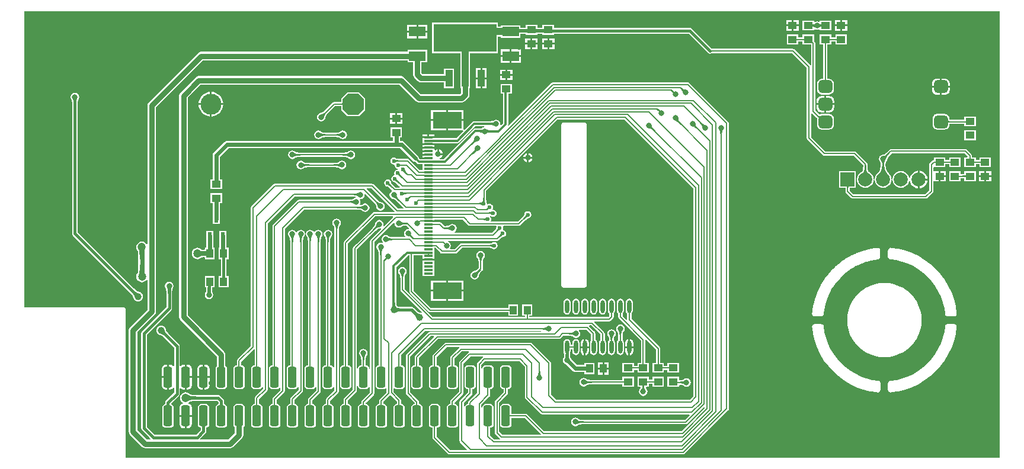
<source format=gbr>
%TF.GenerationSoftware,Altium Limited,Altium Designer,21.5.1 (32)*%
G04 Layer_Physical_Order=2*
G04 Layer_Color=1930808*
%FSLAX44Y44*%
%MOMM*%
%TF.SameCoordinates,B0397303-8537-4BFB-9E0B-8F0BB310BE14*%
%TF.FilePolarity,Positive*%
%TF.FileFunction,Copper,L2,Bot,Signal*%
%TF.Part,Single*%
G01*
G75*
%TA.AperFunction,Conductor*%
%ADD10C,0.2000*%
%TA.AperFunction,SMDPad,CuDef*%
%ADD11R,1.0000X1.2500*%
%ADD13R,4.1500X2.4000*%
%ADD14R,1.2500X0.3000*%
%ADD15R,1.2500X1.0000*%
%TA.AperFunction,Conductor*%
%ADD16C,0.3000*%
%ADD17C,0.6000*%
%ADD18C,0.4000*%
%TA.AperFunction,ViaPad*%
%ADD19C,6.5000*%
%ADD20C,0.1000*%
%TA.AperFunction,ComponentPad*%
%ADD21C,10.0000*%
G04:AMPARAMS|DCode=22|XSize=1.8mm|YSize=2mm|CornerRadius=0.45mm|HoleSize=0mm|Usage=FLASHONLY|Rotation=270.000|XOffset=0mm|YOffset=0mm|HoleType=Round|Shape=RoundedRectangle|*
%AMROUNDEDRECTD22*
21,1,1.8000,1.1000,0,0,270.0*
21,1,0.9000,2.0000,0,0,270.0*
1,1,0.9000,-0.5500,-0.4500*
1,1,0.9000,-0.5500,0.4500*
1,1,0.9000,0.5500,0.4500*
1,1,0.9000,0.5500,-0.4500*
%
%ADD22ROUNDEDRECTD22*%
%ADD23C,2.0000*%
%ADD24R,2.0000X2.0000*%
G04:AMPARAMS|DCode=25|XSize=3mm|YSize=3mm|CornerRadius=0mm|HoleSize=0mm|Usage=FLASHONLY|Rotation=180.000|XOffset=0mm|YOffset=0mm|HoleType=Round|Shape=Octagon|*
%AMOCTAGOND25*
4,1,8,-1.5000,0.7500,-1.5000,-0.7500,-0.7500,-1.5000,0.7500,-1.5000,1.5000,-0.7500,1.5000,0.7500,0.7500,1.5000,-0.7500,1.5000,-1.5000,0.7500,0.0*
%
%ADD25OCTAGOND25*%

%ADD26C,3.0000*%
%TA.AperFunction,ViaPad*%
%ADD27C,5.0000*%
%ADD28C,0.8000*%
%ADD29C,1.2000*%
%ADD30C,0.6000*%
%ADD31C,0.7000*%
%ADD32C,1.0000*%
%TA.AperFunction,SMDPad,CuDef*%
%ADD33R,0.6000X1.0000*%
%ADD34O,0.6000X1.8500*%
G04:AMPARAMS|DCode=35|XSize=1.2mm|YSize=3mm|CornerRadius=0.3mm|HoleSize=0mm|Usage=FLASHONLY|Rotation=0.000|XOffset=0mm|YOffset=0mm|HoleType=Round|Shape=RoundedRectangle|*
%AMROUNDEDRECTD35*
21,1,1.2000,2.4000,0,0,0.0*
21,1,0.6000,3.0000,0,0,0.0*
1,1,0.6000,0.3000,-1.2000*
1,1,0.6000,-0.3000,-1.2000*
1,1,0.6000,-0.3000,1.2000*
1,1,0.6000,0.3000,1.2000*
%
%ADD35ROUNDEDRECTD35*%
%ADD36R,9.0000X4.0000*%
%ADD37R,1.0000X2.4000*%
%ADD38R,2.4000X1.4000*%
%TA.AperFunction,Conductor*%
%ADD39C,0.8000*%
%ADD40C,1.0000*%
G36*
X1396941Y3059D02*
X148059Y3059D01*
Y215500D01*
X147826Y216670D01*
X147163Y217663D01*
X146171Y218326D01*
X145000Y218559D01*
X3059D01*
X3059Y641941D01*
X1396941D01*
X1396941Y3059D01*
D02*
G37*
%LPC*%
G36*
X1155750Y628250D02*
X1139250D01*
Y627057D01*
X1138130Y626459D01*
X1137841Y626652D01*
X1137750Y626670D01*
X1135500Y627118D01*
X1133159Y626652D01*
X1132823Y626427D01*
X1132620Y626292D01*
X1131500Y626890D01*
Y627135D01*
Y628250D01*
X1115000D01*
Y614250D01*
X1131500D01*
Y614865D01*
Y615109D01*
X1132620Y615708D01*
X1132823Y615573D01*
D01*
X1133159Y615348D01*
X1135500Y614883D01*
X1137750Y615330D01*
D01*
X1137841Y615348D01*
X1138130Y615541D01*
X1139250Y614943D01*
Y614250D01*
X1155750D01*
Y628250D01*
D02*
G37*
G36*
X1109290Y628790D02*
X1101770D01*
Y622520D01*
X1109290D01*
Y628790D01*
D02*
G37*
G36*
X1099230D02*
X1091710D01*
Y622520D01*
X1099230D01*
Y628790D01*
D02*
G37*
G36*
X1178790Y628790D02*
X1171270D01*
Y622520D01*
X1178790D01*
Y628790D01*
D02*
G37*
G36*
X1168730D02*
X1161210D01*
Y622520D01*
X1168730D01*
Y628790D01*
D02*
G37*
G36*
X578998Y622040D02*
X565728D01*
Y613770D01*
X578998D01*
Y622040D01*
D02*
G37*
G36*
X563188D02*
X549918D01*
Y613770D01*
X563188D01*
Y622040D01*
D02*
G37*
G36*
X1109290Y619980D02*
X1101770D01*
Y613710D01*
X1109290D01*
Y619980D01*
D02*
G37*
G36*
X1099230D02*
X1091710D01*
Y613710D01*
X1099230D01*
Y619980D01*
D02*
G37*
G36*
X1178790Y619980D02*
X1171270D01*
Y613710D01*
X1178790D01*
Y619980D01*
D02*
G37*
G36*
X1168730D02*
X1161210D01*
Y613710D01*
X1168730D01*
Y619980D01*
D02*
G37*
G36*
X578998Y611230D02*
X565728D01*
Y602960D01*
X578998D01*
Y611230D01*
D02*
G37*
G36*
X563188D02*
X549918D01*
Y602960D01*
X563188D01*
Y611230D01*
D02*
G37*
G36*
X760290Y602540D02*
X752770D01*
Y596270D01*
X760290D01*
Y602540D01*
D02*
G37*
G36*
X750230D02*
X742710D01*
Y596270D01*
X750230D01*
Y602540D01*
D02*
G37*
G36*
X736290Y602540D02*
X728770D01*
Y596270D01*
X736290D01*
Y602540D01*
D02*
G37*
G36*
X726230D02*
X718710D01*
Y596270D01*
X726230D01*
Y602540D01*
D02*
G37*
G36*
X1155750Y608250D02*
X1139250D01*
Y594250D01*
X1144447D01*
Y544690D01*
X1142005D01*
X1140309Y544467D01*
X1138727Y543812D01*
X1137370Y542770D01*
X1136328Y541412D01*
X1135673Y539831D01*
X1135449Y538134D01*
Y529134D01*
X1135673Y527437D01*
X1136328Y525856D01*
X1137370Y524498D01*
X1138727Y523456D01*
X1140309Y522801D01*
X1142005Y522578D01*
X1153005D01*
X1154702Y522801D01*
X1156283Y523456D01*
X1157641Y524498D01*
X1158683Y525856D01*
X1159338Y527437D01*
X1159561Y529134D01*
Y538134D01*
X1159338Y539831D01*
X1158683Y541412D01*
X1157641Y542770D01*
X1156283Y543812D01*
X1154702Y544467D01*
X1153005Y544690D01*
X1150564D01*
Y594250D01*
X1155750D01*
Y598191D01*
X1161750D01*
Y594250D01*
X1178250D01*
Y608250D01*
X1161750D01*
Y604309D01*
X1155750D01*
Y608250D01*
D02*
G37*
G36*
X736290Y593730D02*
X728770D01*
Y587460D01*
X736290D01*
Y593730D01*
D02*
G37*
G36*
X726230D02*
X718710D01*
Y587460D01*
X726230D01*
Y593730D01*
D02*
G37*
G36*
X760290Y593730D02*
X752770D01*
Y587460D01*
X760290D01*
Y593730D01*
D02*
G37*
G36*
X750230D02*
X742710D01*
Y587460D01*
X750230D01*
Y593730D01*
D02*
G37*
G36*
X712540Y587040D02*
X699270D01*
Y578770D01*
X712540D01*
Y587040D01*
D02*
G37*
G36*
X696730D02*
X683460D01*
Y578770D01*
X696730D01*
Y587040D01*
D02*
G37*
G36*
X712540Y576230D02*
X699270D01*
Y567960D01*
X712540D01*
Y576230D01*
D02*
G37*
G36*
X696730D02*
X683460D01*
Y567960D01*
X696730D01*
Y576230D01*
D02*
G37*
G36*
X700290Y558101D02*
X692770D01*
Y551831D01*
X700290D01*
Y558101D01*
D02*
G37*
G36*
X690230D02*
X682710D01*
Y551831D01*
X690230D01*
Y558101D01*
D02*
G37*
G36*
X663290Y560290D02*
X657020D01*
Y547020D01*
X663290D01*
Y560290D01*
D02*
G37*
G36*
X654480D02*
X648210D01*
Y547020D01*
X654480D01*
Y560290D01*
D02*
G37*
G36*
X700290Y549291D02*
X692770D01*
Y543021D01*
X700290D01*
Y549291D01*
D02*
G37*
G36*
X690230D02*
X682710D01*
Y543021D01*
X690230D01*
Y549291D01*
D02*
G37*
G36*
X1318005Y545235D02*
X1313775D01*
Y534904D01*
X1325106D01*
Y538134D01*
X1324864Y539972D01*
X1324155Y541684D01*
X1323026Y543155D01*
X1321556Y544283D01*
X1319843Y544993D01*
X1318005Y545235D01*
D02*
G37*
G36*
X1311235D02*
X1307005D01*
X1305167Y544993D01*
X1303455Y544283D01*
X1301984Y543155D01*
X1300856Y541684D01*
X1300146Y539972D01*
X1299904Y538134D01*
Y534904D01*
X1311235D01*
Y545235D01*
D02*
G37*
G36*
X578458Y586500D02*
X550458D01*
Y583617D01*
X255500D01*
X253159Y583152D01*
X251174Y581825D01*
X180674Y511326D01*
X179348Y509341D01*
X178883Y507000D01*
Y309062D01*
X177612Y308631D01*
X176633Y309907D01*
X174962Y311189D01*
X173016Y311995D01*
X170928Y312270D01*
X168839Y311995D01*
X166893Y311189D01*
X165222Y309907D01*
X163940Y308236D01*
X163134Y306290D01*
X162859Y304201D01*
X163134Y302113D01*
X163940Y300167D01*
X165220Y298498D01*
X165266Y298376D01*
X165378Y297908D01*
X165901Y289871D01*
X165902Y289855D01*
Y275820D01*
X165772Y271876D01*
X165544Y269421D01*
X165410Y268587D01*
X165276Y268018D01*
X165215Y267852D01*
X164012Y266285D01*
X163206Y264338D01*
X162931Y262250D01*
X163206Y260162D01*
X164012Y258216D01*
X165294Y256544D01*
X166966Y255262D01*
X168912Y254456D01*
X171000Y254181D01*
X173088Y254456D01*
X175035Y255262D01*
X176706Y256544D01*
X176992Y256917D01*
X177612Y257726D01*
X178883Y257295D01*
Y214784D01*
X153924Y189826D01*
X152598Y187841D01*
X152133Y185500D01*
Y40673D01*
X152598Y38332D01*
X153924Y36348D01*
X171565Y18707D01*
X173550Y17380D01*
X175891Y16915D01*
X297032D01*
X299373Y17380D01*
X301358Y18707D01*
X314076Y31424D01*
X315402Y33409D01*
X315868Y35750D01*
Y47170D01*
X316355Y47495D01*
X317460Y49149D01*
X317848Y51100D01*
Y75100D01*
X317460Y77051D01*
X316355Y78705D01*
X314701Y79810D01*
X312750Y80198D01*
X306750D01*
X304799Y79810D01*
X303145Y78705D01*
X302040Y77051D01*
X301652Y75100D01*
Y51100D01*
X302040Y49149D01*
X303145Y47495D01*
X303633Y47170D01*
Y38284D01*
X294499Y29150D01*
X254214D01*
X253688Y30420D01*
X259596Y36328D01*
X261834Y38566D01*
X261834Y38566D01*
X262718Y39889D01*
X263028Y41450D01*
Y46217D01*
X263901Y46390D01*
X265555Y47495D01*
X266660Y49149D01*
X267048Y51100D01*
Y75100D01*
X266660Y77051D01*
X265555Y78705D01*
X263901Y79810D01*
X261950Y80198D01*
X255950D01*
X253999Y79810D01*
X252345Y78705D01*
X251240Y77051D01*
X250852Y75100D01*
Y51100D01*
X251240Y49149D01*
X252345Y47495D01*
X253999Y46390D01*
X254872Y46217D01*
Y43139D01*
X248061Y36328D01*
X188939D01*
X178078Y47189D01*
Y179561D01*
X212884Y214366D01*
X212884Y214366D01*
X213768Y215689D01*
X214078Y217250D01*
Y239813D01*
D01*
X214164Y242412D01*
X214312Y244006D01*
X214394Y244516D01*
X214442Y244719D01*
X215654Y246533D01*
X216120Y248874D01*
X215654Y251215D01*
X214328Y253200D01*
X212343Y254526D01*
X210002Y254991D01*
X207661Y254526D01*
X205676Y253200D01*
X204350Y251215D01*
X203885Y248874D01*
X204350Y246533D01*
X205558Y244726D01*
X205584Y244614D01*
X205898Y239707D01*
X205922Y239328D01*
Y218939D01*
X171116Y184134D01*
X170232Y182811D01*
X169922Y181250D01*
X169922Y181250D01*
Y45500D01*
X169922Y45500D01*
X170232Y43939D01*
X171116Y42616D01*
X181672Y32061D01*
X183312Y30420D01*
X182786Y29150D01*
X178425D01*
X164368Y43208D01*
Y182966D01*
X189326Y207924D01*
X190652Y209909D01*
X191118Y212250D01*
Y504466D01*
X258034Y571382D01*
X550458D01*
Y568500D01*
X558341D01*
Y551042D01*
X558806Y548701D01*
X560132Y546716D01*
X565424Y541424D01*
X567409Y540098D01*
X569750Y539632D01*
X602750D01*
Y531750D01*
X616750D01*
Y559750D01*
X602750D01*
Y551868D01*
X572284D01*
X570576Y553576D01*
Y568500D01*
X578458D01*
Y586500D01*
D02*
G37*
G36*
X663290Y544480D02*
X657020D01*
Y531210D01*
X663290D01*
Y544480D01*
D02*
G37*
G36*
X654480D02*
X648210D01*
Y531210D01*
X654480D01*
Y544480D01*
D02*
G37*
G36*
X1325106Y532364D02*
X1313775D01*
Y522033D01*
X1318005D01*
X1319843Y522275D01*
X1321556Y522985D01*
X1323026Y524113D01*
X1324155Y525584D01*
X1324864Y527296D01*
X1325106Y529134D01*
Y532364D01*
D02*
G37*
G36*
X1311235D02*
X1299904D01*
Y529134D01*
X1300146Y527296D01*
X1300856Y525584D01*
X1301984Y524113D01*
X1303455Y522985D01*
X1305167Y522275D01*
X1307005Y522033D01*
X1311235D01*
Y532364D01*
D02*
G37*
G36*
X270755Y526249D02*
Y510019D01*
X286985D01*
X286771Y512188D01*
X285768Y515494D01*
X284139Y518541D01*
X281948Y521212D01*
X279277Y523404D01*
X276230Y525032D01*
X272923Y526035D01*
X270755Y526249D01*
D02*
G37*
G36*
X268215Y526249D02*
X266047Y526035D01*
X262740Y525032D01*
X259693Y523404D01*
X257022Y521212D01*
X254830Y518541D01*
X253202Y515494D01*
X252199Y512188D01*
X251985Y510019D01*
X268215D01*
Y526249D01*
D02*
G37*
G36*
X1153005Y520235D02*
X1148775D01*
Y509904D01*
X1160106D01*
Y513134D01*
X1159864Y514972D01*
X1159155Y516684D01*
X1158026Y518155D01*
X1156556Y519283D01*
X1154843Y519993D01*
X1153005Y520235D01*
D02*
G37*
G36*
X1146235D02*
X1142005D01*
X1140167Y519993D01*
X1138455Y519283D01*
X1136984Y518155D01*
X1135856Y516684D01*
X1135147Y514972D01*
X1134905Y513134D01*
Y509904D01*
X1146235D01*
Y520235D01*
D02*
G37*
G36*
X1160106Y507364D02*
X1148775D01*
Y497033D01*
X1153005D01*
X1154843Y497275D01*
X1156556Y497985D01*
X1158026Y499113D01*
X1159155Y500584D01*
X1159864Y502296D01*
X1160106Y504134D01*
Y507364D01*
D02*
G37*
G36*
X1146235D02*
X1134905D01*
Y504134D01*
X1135147Y502296D01*
X1135856Y500584D01*
X1136984Y499113D01*
X1138455Y497985D01*
X1140167Y497275D01*
X1142005Y497033D01*
X1146235D01*
Y507364D01*
D02*
G37*
G36*
X481015Y525749D02*
X464015D01*
X455515Y517249D01*
Y511808D01*
X445499D01*
X444328Y511575D01*
X443336Y510912D01*
X443336Y510912D01*
X432249Y499825D01*
X431402Y499046D01*
X429762Y497695D01*
X429083Y497212D01*
X428465Y496828D01*
X427939Y496556D01*
X427519Y496389D01*
X427246Y496319D01*
X427000Y496367D01*
X424659Y495902D01*
X422674Y494576D01*
X421348Y492591D01*
X420882Y490250D01*
X421348Y487909D01*
X422674Y485924D01*
X424659Y484598D01*
X427000Y484132D01*
X429341Y484598D01*
X431326Y485924D01*
X432652Y487909D01*
X433117Y490250D01*
X433069Y490496D01*
X433139Y490769D01*
X433306Y491189D01*
X433578Y491715D01*
X433962Y492333D01*
X434433Y492996D01*
X436612Y495536D01*
X446766Y505690D01*
X455515D01*
Y500249D01*
X464015Y491749D01*
X481015D01*
X489515Y500249D01*
Y517249D01*
X481015Y525749D01*
D02*
G37*
G36*
X286985Y507479D02*
X270755D01*
Y491249D01*
X272923Y491463D01*
X276230Y492466D01*
X279277Y494095D01*
X281948Y496286D01*
X284139Y498957D01*
X285768Y502004D01*
X286771Y505311D01*
X286985Y507479D01*
D02*
G37*
G36*
X268215D02*
X251985D01*
X252199Y505311D01*
X253202Y502004D01*
X254830Y498957D01*
X257022Y496286D01*
X259693Y494095D01*
X262740Y492466D01*
X266047Y491463D01*
X268215Y491249D01*
Y507479D01*
D02*
G37*
G36*
X543043Y495821D02*
X535523D01*
Y489551D01*
X543043D01*
Y495821D01*
D02*
G37*
G36*
X532983D02*
X525463D01*
Y489551D01*
X532983D01*
Y495821D01*
D02*
G37*
G36*
X630540Y500540D02*
X608520D01*
Y487270D01*
X630540D01*
Y500540D01*
D02*
G37*
G36*
X605980D02*
X583960D01*
Y487270D01*
X605980D01*
Y500540D01*
D02*
G37*
G36*
X543043Y487011D02*
X535523D01*
Y480741D01*
X543043D01*
Y487011D01*
D02*
G37*
G36*
X532983D02*
X525463D01*
Y480741D01*
X532983D01*
Y487011D01*
D02*
G37*
G36*
X951000Y539809D02*
X951000Y539809D01*
X758245D01*
X757075Y539576D01*
X756082Y538913D01*
X756082Y538913D01*
X695799Y478629D01*
D01*
X694609Y477439D01*
X693622Y478249D01*
X694047Y478884D01*
X694319Y480250D01*
Y480250D01*
Y523561D01*
X699750D01*
Y537561D01*
X683250D01*
Y523561D01*
X687181D01*
Y481728D01*
X684448Y478995D01*
X684155Y478702D01*
X682985Y479328D01*
X683173Y480273D01*
X682707Y482614D01*
X681381Y484599D01*
X679396Y485925D01*
X677055Y486390D01*
X674714Y485925D01*
X673079Y484832D01*
X673016Y484807D01*
X672667Y484714D01*
X672189Y484625D01*
X667306Y484319D01*
X645750D01*
X644384Y484047D01*
X643227Y483273D01*
X632040Y472087D01*
X631810Y471857D01*
X630540Y472383D01*
Y472708D01*
Y484730D01*
X608520D01*
Y471460D01*
X629617D01*
X630143Y470190D01*
X620022Y460069D01*
X589040D01*
Y460230D01*
X580250D01*
X571460D01*
Y457460D01*
X572000D01*
Y455540D01*
X571460D01*
Y452770D01*
X580250D01*
X589040D01*
Y452931D01*
X621500D01*
X622866Y453203D01*
X624023Y453977D01*
X647228Y477181D01*
X659948D01*
X660073Y475911D01*
X658239Y475547D01*
X656468Y474363D01*
X656443Y474353D01*
X656091Y474252D01*
X655618Y474156D01*
X650709Y473819D01*
X647500D01*
X646134Y473547D01*
X644977Y472773D01*
X602272Y430069D01*
X596717D01*
X596465Y431339D01*
X597548Y431787D01*
X598914Y432836D01*
X599963Y434202D01*
X600622Y435793D01*
X600679Y436230D01*
X594250D01*
Y437500D01*
X592980D01*
Y443929D01*
X592543Y443872D01*
X590952Y443213D01*
X590540Y442897D01*
X590310Y442720D01*
X589040Y443347D01*
Y443637D01*
Y445230D01*
X580250D01*
X571460D01*
Y442770D01*
X580250D01*
Y440230D01*
X571460D01*
Y437770D01*
X580250D01*
Y435230D01*
X571460D01*
Y432770D01*
X580250D01*
Y430230D01*
X571460D01*
Y430069D01*
X567978D01*
X566589Y431457D01*
X566598Y431500D01*
X566210Y433451D01*
X565105Y435105D01*
X545605Y454605D01*
X543951Y455710D01*
X542000Y456098D01*
X539351D01*
Y461281D01*
X542503D01*
Y475281D01*
X526003D01*
Y461281D01*
X529155D01*
Y456098D01*
X292500D01*
X290549Y455710D01*
X288895Y454605D01*
X273395Y439105D01*
X272290Y437451D01*
X271902Y435500D01*
Y401288D01*
X269023D01*
Y387288D01*
X285523D01*
Y401288D01*
X282098D01*
Y433388D01*
X294612Y445902D01*
X539888D01*
X557895Y427895D01*
X559549Y426790D01*
X561500Y426402D01*
X561543Y426411D01*
X563977Y423977D01*
X565134Y423203D01*
X566500Y422931D01*
X572000D01*
Y414559D01*
X567767D01*
X552663Y429663D01*
X551671Y430326D01*
X550500Y430559D01*
X550500Y430559D01*
X538933D01*
X537867Y430582D01*
X536286Y430704D01*
X535688Y430787D01*
X535189Y430884D01*
X534819Y430983D01*
X534642Y431050D01*
X534605Y431105D01*
X532951Y432210D01*
X531000Y432598D01*
X529049Y432210D01*
X527395Y431105D01*
X526290Y429451D01*
X525902Y427500D01*
X526290Y425549D01*
X527395Y423895D01*
X529049Y422790D01*
X531000Y422402D01*
X531577Y422517D01*
X532475Y421619D01*
X532402Y421250D01*
X532421Y421155D01*
D01*
X532489Y420811D01*
X532790Y419299D01*
X533895Y417645D01*
X535549Y416540D01*
X536642Y416323D01*
X536500Y415098D01*
X535805Y414960D01*
D01*
X534549Y414710D01*
X532895Y413605D01*
X531790Y411951D01*
X531402Y410000D01*
X531751Y408244D01*
X531661Y407702D01*
X531313Y406862D01*
X530549Y406710D01*
X528895Y405605D01*
X527790Y403951D01*
X527402Y402000D01*
X527790Y400049D01*
X528895Y398395D01*
X530549Y397290D01*
X532500Y396902D01*
X532565Y396915D01*
X532738Y396836D01*
X533069Y396645D01*
X533439Y396395D01*
X535796Y394378D01*
X539230Y390945D01*
D01*
X539442Y390732D01*
X538956Y389559D01*
X533017D01*
X530023Y392553D01*
X529285Y393323D01*
X528254Y394528D01*
X527889Y395010D01*
X527605Y395431D01*
X527414Y395763D01*
X527335Y395935D01*
X527348Y396000D01*
X526960Y397951D01*
X525855Y399605D01*
X524201Y400710D01*
X522250Y401098D01*
X520299Y400710D01*
X518645Y399605D01*
X517540Y397951D01*
X517152Y396000D01*
X517540Y394049D01*
X518645Y392395D01*
X520299Y391290D01*
X522250Y390902D01*
X522315Y390915D01*
X522488Y390836D01*
X522819Y390645D01*
X523189Y390395D01*
X525546Y388378D01*
X528043Y385882D01*
X527834Y384294D01*
X527639Y384164D01*
X526595Y383466D01*
X525268Y381481D01*
X524803Y379140D01*
X525268Y376799D01*
X526595Y374814D01*
X528579Y373488D01*
X530920Y373022D01*
X530963Y373031D01*
X531064Y372999D01*
X531462Y372817D01*
X531976Y372523D01*
X532587Y372115D01*
X533255Y371615D01*
X535780Y369394D01*
X542261Y362913D01*
X544442Y360732D01*
X543956Y359559D01*
X536517D01*
X502163Y393913D01*
X501171Y394576D01*
X500000Y394809D01*
X500000Y394809D01*
X360750D01*
X359579Y394576D01*
X358587Y393913D01*
X327587Y362913D01*
X326924Y361921D01*
X326691Y360750D01*
X326691Y360750D01*
Y163017D01*
X307587Y143913D01*
X306924Y142921D01*
X306691Y141750D01*
X306691Y141750D01*
Y135586D01*
X304799Y135210D01*
X303145Y134105D01*
X302040Y132451D01*
X301652Y130500D01*
Y106500D01*
X302040Y104549D01*
X303145Y102895D01*
X304799Y101790D01*
X306750Y101402D01*
X312750D01*
X314701Y101790D01*
X316355Y102895D01*
X317460Y104549D01*
X317848Y106500D01*
Y130500D01*
X317460Y132451D01*
X316355Y134105D01*
X314701Y135210D01*
X312809Y135586D01*
Y140483D01*
X330821Y158496D01*
X332091Y157969D01*
Y135586D01*
X330199Y135210D01*
X328545Y134105D01*
X327440Y132451D01*
X327052Y130500D01*
Y106500D01*
X327440Y104549D01*
X328545Y102895D01*
X330199Y101790D01*
X332150Y101402D01*
X338150D01*
X340101Y101790D01*
X341755Y102895D01*
X342860Y104549D01*
X342941Y104958D01*
X343171Y106114D01*
X344441Y105989D01*
Y102017D01*
X332987Y90563D01*
X332324Y89571D01*
X332091Y88400D01*
X332091Y88400D01*
Y80186D01*
X330199Y79810D01*
X328545Y78705D01*
X327440Y77051D01*
X327052Y75100D01*
Y51100D01*
X327440Y49149D01*
X328545Y47495D01*
X330199Y46390D01*
X332150Y46002D01*
X338150D01*
X340101Y46390D01*
X341755Y47495D01*
X342860Y49149D01*
X343248Y51100D01*
Y75100D01*
X342860Y77051D01*
X341755Y78705D01*
X340101Y79810D01*
X338209Y80186D01*
Y87133D01*
X349663Y98587D01*
X350326Y99579D01*
X350559Y100750D01*
X350559Y100750D01*
Y338233D01*
X389017Y376691D01*
X472427D01*
X474753Y376545D01*
X475683Y376426D01*
X476491Y376275D01*
X476375Y374993D01*
X474659Y374652D01*
X472674Y373326D01*
X472535Y373117D01*
X472292Y372974D01*
X471878Y372795D01*
X471312Y372616D01*
X470605Y372450D01*
X469802Y372314D01*
X466465Y372059D01*
X395250D01*
X394080Y371826D01*
X393087Y371163D01*
X358387Y336463D01*
X357724Y335471D01*
X357491Y334300D01*
X357491Y334300D01*
Y135586D01*
X355599Y135210D01*
X353945Y134105D01*
X352840Y132451D01*
X352452Y130500D01*
Y106500D01*
X352840Y104549D01*
X353945Y102895D01*
X355599Y101790D01*
X357550Y101402D01*
X363550D01*
X365501Y101790D01*
X367155Y102895D01*
X367172Y102921D01*
X367671Y103668D01*
X368941Y103283D01*
Y99767D01*
X358387Y89213D01*
X357724Y88221D01*
X357491Y87050D01*
X357491Y87050D01*
Y80186D01*
X355599Y79810D01*
X353945Y78705D01*
X352840Y77051D01*
X352452Y75100D01*
Y51100D01*
X352840Y49149D01*
X353945Y47495D01*
X355599Y46390D01*
X357550Y46002D01*
X363550D01*
X365501Y46390D01*
X367155Y47495D01*
X368260Y49149D01*
X368648Y51100D01*
Y75100D01*
X368260Y77051D01*
X367155Y78705D01*
X365501Y79810D01*
X363609Y80186D01*
Y85783D01*
X374163Y96337D01*
X374826Y97329D01*
X375059Y98500D01*
Y330233D01*
X402767Y357941D01*
X479417D01*
X481739Y357800D01*
X482682Y357683D01*
X483507Y357536D01*
X484189Y357366D01*
X484719Y357186D01*
X485091Y357013D01*
X485303Y356875D01*
X485422Y356761D01*
X485674Y356384D01*
X487659Y355057D01*
X490000Y354592D01*
X492341Y355057D01*
X494326Y356384D01*
X495652Y358368D01*
X496118Y360709D01*
X495652Y363050D01*
X494326Y365035D01*
X492341Y366361D01*
X490000Y366827D01*
X487659Y366361D01*
X485674Y365035D01*
X485623Y364958D01*
X485485Y364884D01*
X485070Y364723D01*
X484499Y364560D01*
X483780Y364410D01*
X482960Y364286D01*
X482866Y364280D01*
X482576Y364260D01*
X481867Y365485D01*
X482652Y366659D01*
X483118Y369000D01*
X482652Y371341D01*
X482250Y371943D01*
X483014Y373086D01*
X483055Y373077D01*
X485396Y373543D01*
X487381Y374869D01*
X488707Y376854D01*
X489173Y379195D01*
X489046Y379832D01*
X490216Y380458D01*
X490509Y380165D01*
D01*
X502323Y368351D01*
D01*
X503865Y366606D01*
X504443Y365860D01*
X504914Y365178D01*
X505266Y364585D01*
X505502Y364095D01*
X505629Y363728D01*
X505671Y363505D01*
X505669Y363242D01*
X505562Y362703D01*
X506028Y360362D01*
X507354Y358377D01*
X509339Y357051D01*
X511680Y356586D01*
X514021Y357051D01*
X516006Y358377D01*
X517332Y360362D01*
X517797Y362703D01*
X517332Y365044D01*
X516006Y367029D01*
X514021Y368355D01*
X511680Y368821D01*
X511655Y368816D01*
X511573Y368842D01*
X511179Y369025D01*
X510667Y369321D01*
X510108Y369697D01*
X506844Y372482D01*
X492020Y387305D01*
X491808Y387518D01*
X492294Y388691D01*
X498733D01*
X531041Y356384D01*
X531692Y355732D01*
X531206Y354559D01*
X503250D01*
X502079Y354326D01*
X501087Y353663D01*
X501087Y353663D01*
X460026Y312602D01*
X459363Y311610D01*
X459130Y310439D01*
X459130Y310439D01*
Y135586D01*
X457238Y135210D01*
X455584Y134105D01*
X454479Y132451D01*
X454091Y130500D01*
Y106500D01*
X454479Y104549D01*
X455584Y102895D01*
X457238Y101790D01*
X459189Y101402D01*
X465189D01*
X467140Y101790D01*
X468794Y102895D01*
X469899Y104549D01*
X470287Y106500D01*
Y130500D01*
X469899Y132451D01*
X468794Y134105D01*
X467140Y135210D01*
X465248Y135586D01*
Y309172D01*
X504517Y348441D01*
X529456D01*
X529942Y347268D01*
X529730Y347055D01*
D01*
X517364Y334689D01*
D01*
X517043Y334369D01*
X515901Y335022D01*
X516295Y337006D01*
X515829Y339347D01*
X514503Y341331D01*
X512519Y342658D01*
X510177Y343123D01*
X507836Y342658D01*
X505852Y341331D01*
X504526Y339347D01*
X504060Y337006D01*
X504077Y336919D01*
X504033Y336772D01*
X503854Y336366D01*
X503564Y335846D01*
X503162Y335232D01*
X502669Y334565D01*
X500458Y332034D01*
X477486Y309062D01*
X473087Y304663D01*
X472424Y303671D01*
X472191Y302500D01*
X472191Y302500D01*
Y100767D01*
X460026Y88602D01*
X459363Y87610D01*
X459130Y86439D01*
X459130Y86439D01*
Y80186D01*
X457238Y79810D01*
X455584Y78705D01*
X454479Y77051D01*
X454091Y75100D01*
Y51100D01*
X454479Y49149D01*
X455584Y47495D01*
X457238Y46390D01*
X459189Y46002D01*
X465189D01*
X467140Y46390D01*
X468794Y47495D01*
X469899Y49149D01*
X470287Y51100D01*
Y75100D01*
X469899Y77051D01*
X468794Y78705D01*
X467140Y79810D01*
X465248Y80186D01*
Y85172D01*
X477413Y97337D01*
X477413Y97337D01*
X478076Y98329D01*
X478309Y99500D01*
Y104755D01*
Y105934D01*
X479579Y106059D01*
X479809Y104903D01*
X479838Y104755D01*
X479879Y104549D01*
X480984Y102895D01*
X482638Y101790D01*
X484589Y101402D01*
X490589D01*
X492540Y101790D01*
X494194Y102895D01*
X495299Y104549D01*
X495407Y105091D01*
X495687Y106500D01*
X496941Y106462D01*
Y105116D01*
Y96517D01*
X487595Y87170D01*
X485426Y85002D01*
X484763Y84010D01*
X484530Y82839D01*
X484530Y82839D01*
Y80186D01*
X482638Y79810D01*
X480984Y78705D01*
X479879Y77051D01*
X479491Y75100D01*
Y51100D01*
X479879Y49149D01*
X480984Y47495D01*
X482638Y46390D01*
X484589Y46002D01*
X490589D01*
X492540Y46390D01*
X494194Y47495D01*
X495299Y49149D01*
X495687Y51100D01*
Y75100D01*
X495299Y77051D01*
X494194Y78705D01*
X492540Y79810D01*
X490834Y80149D01*
X490648Y80186D01*
Y81572D01*
X491226Y82150D01*
X502163Y93087D01*
X502163Y93087D01*
X502826Y94080D01*
X503059Y95250D01*
Y311733D01*
D01*
X517208Y325882D01*
X530752Y339426D01*
X531923Y338801D01*
X531840Y338385D01*
X532305Y336044D01*
X533632Y334059D01*
X535616Y332733D01*
X537957Y332267D01*
X540299Y332733D01*
X542283Y334059D01*
X542322Y334117D01*
X542440Y334180D01*
X542853Y334337D01*
X543424Y334497D01*
X544144Y334644D01*
X544967Y334765D01*
X548321Y334987D01*
X548687D01*
X552567Y331107D01*
X551942Y329936D01*
X551536Y330017D01*
X551384Y330047D01*
X549043Y329582D01*
X547058Y328256D01*
X545732Y326271D01*
X545267Y323930D01*
X545732Y321589D01*
X546755Y320059D01*
D01*
X546908Y319829D01*
X546511Y318559D01*
X530165D01*
X527844Y318699D01*
X526900Y318816D01*
X526071Y318963D01*
X525386Y319131D01*
X524850Y319312D01*
X524472Y319486D01*
X524253Y319627D01*
X524154Y319720D01*
X523917Y320074D01*
X521933Y321400D01*
X519592Y321866D01*
X517251Y321400D01*
X515266Y320074D01*
X513940Y318089D01*
X513474Y315748D01*
X513940Y313407D01*
X515266Y311422D01*
X514591Y310402D01*
X512250Y310868D01*
X509909Y310402D01*
X507924Y309076D01*
X506598Y307091D01*
X506133Y304750D01*
X506598Y302409D01*
X507924Y300424D01*
X508133Y300285D01*
X508276Y300042D01*
X508455Y299627D01*
X508634Y299062D01*
X508800Y298355D01*
X508936Y297552D01*
X509191Y294215D01*
Y135439D01*
X508038Y135210D01*
X506384Y134105D01*
X505279Y132451D01*
X504891Y130500D01*
Y106500D01*
X505279Y104549D01*
X506384Y102895D01*
X508038Y101790D01*
X509989Y101402D01*
X515989D01*
X517940Y101790D01*
X518576Y102215D01*
X519171Y102613D01*
X520441Y102051D01*
Y96517D01*
X510826Y86902D01*
X510163Y85910D01*
X509930Y84739D01*
X509930Y84739D01*
Y80186D01*
X508038Y79810D01*
X506384Y78705D01*
X505279Y77051D01*
X504891Y75100D01*
Y51100D01*
X505279Y49149D01*
X506384Y47495D01*
X508038Y46390D01*
X509989Y46002D01*
X515989D01*
X517940Y46390D01*
X519594Y47495D01*
X520699Y49149D01*
X521087Y51100D01*
Y75100D01*
X520699Y77051D01*
X519594Y78705D01*
X517940Y79810D01*
X516048Y80186D01*
Y83472D01*
X520976Y88400D01*
X524977Y92401D01*
X526685Y92489D01*
X535330Y83844D01*
Y80186D01*
X533438Y79810D01*
X531784Y78705D01*
X530679Y77051D01*
X530291Y75100D01*
Y51100D01*
X530679Y49149D01*
X531784Y47495D01*
X533438Y46390D01*
X535389Y46002D01*
X541389D01*
X543340Y46390D01*
X544994Y47495D01*
X546099Y49149D01*
X546487Y51100D01*
Y75100D01*
X546099Y77051D01*
X544994Y78705D01*
X543340Y79810D01*
X541448Y80186D01*
Y85111D01*
X541215Y86281D01*
X540552Y87274D01*
X540552Y87274D01*
X530559Y97267D01*
Y102047D01*
Y102443D01*
X531563Y102814D01*
X531829Y102865D01*
X533438Y101790D01*
X535389Y101402D01*
X541389D01*
X543340Y101790D01*
X544994Y102895D01*
X546099Y104549D01*
X546487Y106500D01*
Y130500D01*
X546099Y132451D01*
X544994Y134105D01*
X543340Y135210D01*
X541448Y135586D01*
Y150122D01*
X575955Y184629D01*
X741416D01*
X741540Y184602D01*
X741560Y184579D01*
X740969Y183309D01*
X582250D01*
X582250Y183309D01*
X581079Y183076D01*
X580087Y182413D01*
X580087Y182413D01*
X549087Y151413D01*
X548424Y150421D01*
X548191Y149250D01*
X548191Y149250D01*
Y95500D01*
X548191Y95500D01*
X548424Y94330D01*
X549087Y93337D01*
X560730Y81694D01*
Y80186D01*
X558838Y79810D01*
X557184Y78705D01*
X556079Y77051D01*
X555691Y75100D01*
Y51100D01*
X556079Y49149D01*
X557184Y47495D01*
X558838Y46390D01*
X560789Y46002D01*
X566789D01*
X568740Y46390D01*
X570394Y47495D01*
X571499Y49149D01*
X571887Y51100D01*
Y75100D01*
X571499Y77051D01*
X570394Y78705D01*
X568740Y79810D01*
X566848Y80186D01*
Y82961D01*
X566848Y82961D01*
X566615Y84131D01*
X565952Y85124D01*
X565952Y85124D01*
X554309Y96767D01*
Y105761D01*
Y147983D01*
X583517Y177191D01*
X587706D01*
X588192Y176018D01*
X561626Y149452D01*
X560963Y148460D01*
X560730Y147289D01*
X560730Y147289D01*
Y135586D01*
X558838Y135210D01*
X557184Y134105D01*
X556079Y132451D01*
X555691Y130500D01*
Y106500D01*
X555809Y105909D01*
X556027Y104810D01*
X556079Y104549D01*
X557184Y102895D01*
X558838Y101790D01*
X560789Y101402D01*
X566789D01*
X568740Y101790D01*
X570394Y102895D01*
X571499Y104549D01*
X571887Y106500D01*
Y130500D01*
X571499Y132451D01*
X570394Y134105D01*
X568740Y135210D01*
X566848Y135586D01*
Y146022D01*
X594017Y173191D01*
X767250D01*
X767250Y173191D01*
X768420Y173424D01*
X769413Y174087D01*
X773017Y177691D01*
X780566D01*
X781720Y177642D01*
X783831Y177437D01*
X784649Y177297D01*
X785352Y177130D01*
X785910Y176950D01*
X786315Y176772D01*
X786565Y176621D01*
X786572Y176615D01*
X786742Y176362D01*
X788727Y175036D01*
X791068Y174570D01*
X793409Y175036D01*
X795393Y176362D01*
X796720Y178346D01*
X797185Y180688D01*
X796720Y183029D01*
X795609Y184691D01*
D01*
X795455Y184921D01*
X795718Y186082D01*
X795751Y186191D01*
X806233D01*
X812691Y179733D01*
Y170999D01*
X811762Y169609D01*
X811374Y167658D01*
Y155158D01*
X811762Y153207D01*
X812868Y151553D01*
X814521Y150448D01*
X816472Y150060D01*
X818423Y150448D01*
X820077Y151553D01*
X821182Y153207D01*
X821570Y155158D01*
Y167658D01*
X821182Y169609D01*
X820077Y171263D01*
X818809Y172110D01*
D01*
Y181000D01*
X818576Y182171D01*
X817913Y183163D01*
X816942Y184134D01*
X809905Y191171D01*
X810159Y192118D01*
X810387Y192441D01*
X812983D01*
X826114Y179311D01*
Y171628D01*
X825567Y171263D01*
X824462Y169609D01*
X824074Y167658D01*
Y155158D01*
X824462Y153207D01*
X825567Y151553D01*
X827221Y150448D01*
X829172Y150060D01*
X831123Y150448D01*
X832777Y151553D01*
X833882Y153207D01*
X834270Y155158D01*
Y167658D01*
X833882Y169609D01*
X832777Y171263D01*
X832231Y171628D01*
Y180578D01*
X832231Y180578D01*
X831998Y181748D01*
X831335Y182741D01*
X831335Y182741D01*
X817384Y196691D01*
D01*
X817155Y196921D01*
X817681Y198191D01*
X838750D01*
X838750Y198191D01*
X839921Y198424D01*
X840913Y199087D01*
X844035Y202209D01*
X844035Y202209D01*
X844698Y203202D01*
X844931Y204372D01*
X844931Y204372D01*
Y209188D01*
X845477Y209553D01*
X846582Y211207D01*
X846970Y213158D01*
Y225658D01*
X846582Y227609D01*
X845477Y229263D01*
X843823Y230368D01*
X841872Y230756D01*
X839921Y230368D01*
X838268Y229263D01*
X837162Y227609D01*
X836774Y225658D01*
Y213158D01*
X837162Y211207D01*
X838268Y209553D01*
X838814Y209188D01*
Y205639D01*
X837483Y204309D01*
X724561D01*
Y206022D01*
X728502D01*
Y222522D01*
X714502D01*
Y206022D01*
X718443D01*
Y204309D01*
X586517D01*
X580432Y210394D01*
X546309Y244517D01*
Y258734D01*
X546353Y260541D01*
X546538Y262666D01*
X546666Y263502D01*
X546819Y264220D01*
X546985Y264792D01*
X547150Y265208D01*
X547234Y265363D01*
X547326Y265424D01*
X548652Y267409D01*
X549118Y269750D01*
X548652Y272091D01*
X547326Y274076D01*
X545341Y275402D01*
X543000Y275868D01*
X540659Y275402D01*
X538674Y274076D01*
X537348Y272091D01*
X536883Y269750D01*
X537348Y267409D01*
X538674Y265424D01*
X539029Y265187D01*
X539123Y265087D01*
X539264Y264868D01*
X539438Y264490D01*
X539619Y263955D01*
X539787Y263270D01*
X539926Y262485D01*
X540191Y259153D01*
Y243250D01*
X540191Y243250D01*
X540424Y242080D01*
X541087Y241087D01*
X570868Y211306D01*
X570149Y210230D01*
X569327Y210570D01*
X567500Y210810D01*
X567466Y210806D01*
X567234Y210888D01*
X566782Y211120D01*
X566167Y211507D01*
X565462Y212016D01*
X561590Y215428D01*
X559384Y217634D01*
X558061Y218518D01*
X556500Y218828D01*
X556500Y218828D01*
X543156D01*
X540719Y218920D01*
X538318Y219149D01*
X537427Y219293D01*
X536719Y219454D01*
X536236Y219609D01*
X536013Y219715D01*
X535993Y219742D01*
X535806Y219885D01*
X535576Y220143D01*
X535398Y220443D01*
X535184Y220952D01*
X534969Y221662D01*
X534772Y222560D01*
X534609Y223597D01*
X534319Y227758D01*
Y275772D01*
X551478Y292931D01*
X552941D01*
Y241000D01*
X552941Y241000D01*
X553174Y239830D01*
X553837Y238837D01*
X580565Y212109D01*
X580565Y212109D01*
X581388Y211559D01*
D01*
X581466Y211507D01*
X581558Y211446D01*
X582728Y211213D01*
X582729Y211213D01*
X694502D01*
Y206022D01*
X708502D01*
Y222522D01*
X694502D01*
Y217330D01*
X583995D01*
X559059Y242267D01*
Y292931D01*
X572000D01*
Y290540D01*
X571460D01*
Y287770D01*
X580250D01*
X589040D01*
Y290540D01*
X588500D01*
Y303441D01*
X590233D01*
X597337Y296337D01*
X597337Y296337D01*
X598330Y295674D01*
X599500Y295441D01*
X599500Y295441D01*
X619250D01*
X619250Y295441D01*
X620421Y295674D01*
X621413Y296337D01*
X628517Y303441D01*
X666631D01*
X668194Y303374D01*
X669578Y303225D01*
X670063Y303137D01*
X670439Y303043D01*
X670623Y302979D01*
X672205Y301923D01*
X674156Y301535D01*
X676107Y301923D01*
X677760Y303028D01*
X678866Y304682D01*
X679254Y306632D01*
X678866Y308583D01*
X677760Y310237D01*
X676107Y311342D01*
X674156Y311730D01*
X672205Y311342D01*
X670551Y310237D01*
X670437Y310067D01*
X670247Y309992D01*
X669893Y309893D01*
X669406Y309794D01*
X668833Y309712D01*
X666427Y309559D01*
X627250D01*
X627250Y309559D01*
X626079Y309326D01*
X625087Y308663D01*
X625087Y308663D01*
X617983Y301559D01*
X611824D01*
X611145Y302829D01*
X611299Y303059D01*
D01*
X611969Y304061D01*
X612435Y306402D01*
X611969Y308744D01*
X610643Y310728D01*
X610023Y311142D01*
X608658Y312054D01*
X608071Y312171D01*
X608196Y313441D01*
X678818D01*
X678818Y313441D01*
X679989Y313674D01*
X680981Y314337D01*
X682686Y316042D01*
X683456Y316779D01*
X684661Y317811D01*
X685143Y318175D01*
X685564Y318459D01*
X685895Y318651D01*
X686068Y318729D01*
X686133Y318716D01*
X688084Y319104D01*
X689737Y320210D01*
X690843Y321863D01*
X691231Y323814D01*
X690843Y325765D01*
X689737Y327419D01*
X688084Y328524D01*
X687322Y328676D01*
X686960Y329549D01*
X687348Y331500D01*
X687012Y333191D01*
D01*
X686966Y333421D01*
X686925Y333650D01*
X687653Y334691D01*
X709427D01*
X709427Y334691D01*
X710598Y334924D01*
X711590Y335587D01*
X718900Y342897D01*
X719670Y343635D01*
X720875Y344666D01*
X721357Y345031D01*
X721778Y345315D01*
X722109Y345506D01*
X722282Y345585D01*
X722347Y345572D01*
X724298Y345960D01*
X725952Y347065D01*
X727057Y348719D01*
X727445Y350670D01*
X727057Y352621D01*
X725952Y354275D01*
X724298Y355380D01*
X722347Y355768D01*
X720396Y355380D01*
X718742Y354275D01*
X717637Y352621D01*
X717249Y350670D01*
X717262Y350605D01*
X717183Y350432D01*
X716992Y350101D01*
X716742Y349731D01*
X714725Y347373D01*
X708160Y340809D01*
X670260D01*
X669662Y341929D01*
X669792Y342125D01*
X670181Y344076D01*
X669792Y346027D01*
X668687Y347681D01*
X668403Y347870D01*
X668451Y348977D01*
X668655Y349230D01*
X669115Y349195D01*
X669143Y349153D01*
X670797Y348048D01*
X672748Y347660D01*
X674699Y348048D01*
X676353Y349153D01*
X677458Y350807D01*
X677846Y352758D01*
X677458Y354709D01*
X676353Y356363D01*
X674699Y357468D01*
X672932Y357819D01*
X672748Y357856D01*
X672669Y357840D01*
X671906Y358983D01*
X672284Y359549D01*
X672672Y361500D01*
X672284Y363451D01*
X671179Y365105D01*
X669525Y366210D01*
X667574Y366598D01*
X665623Y366210D01*
X665154Y365897D01*
X664003Y366618D01*
X663615Y368569D01*
X663029Y369447D01*
X662729Y373789D01*
Y384653D01*
X765017Y486941D01*
X860483D01*
X959191Y388233D01*
Y91517D01*
X953733Y86059D01*
X763017D01*
X755559Y93517D01*
Y138500D01*
X755326Y139671D01*
X754663Y140663D01*
X754663Y140663D01*
X728413Y166913D01*
X727421Y167576D01*
X726250Y167809D01*
X726250Y167809D01*
X605250D01*
X604080Y167576D01*
X603087Y166913D01*
X587026Y150852D01*
X586363Y149860D01*
X586130Y148689D01*
X586130Y148689D01*
Y135586D01*
X584238Y135210D01*
X582584Y134105D01*
X581479Y132451D01*
X581091Y130500D01*
Y106500D01*
X581479Y104549D01*
X582584Y102895D01*
X584238Y101790D01*
X586189Y101402D01*
X592189D01*
X594140Y101790D01*
X595794Y102895D01*
X596899Y104549D01*
X597287Y106500D01*
Y130500D01*
X596899Y132451D01*
X595794Y134105D01*
X594140Y135210D01*
X592248Y135586D01*
Y147422D01*
X606517Y161691D01*
X623964D01*
X624350Y160421D01*
X624337Y160413D01*
X624115Y160191D01*
X613174Y149250D01*
X612426Y148502D01*
X611763Y147510D01*
X611530Y146339D01*
X611530Y146339D01*
Y135586D01*
X609638Y135210D01*
X607984Y134105D01*
X606879Y132451D01*
X606491Y130500D01*
Y106500D01*
X606879Y104549D01*
X607984Y102895D01*
X609638Y101790D01*
X611589Y101402D01*
X617589D01*
X619540Y101790D01*
X621194Y102895D01*
X622299Y104549D01*
X622687Y106500D01*
Y130500D01*
X622299Y132451D01*
X621194Y134105D01*
X619540Y135210D01*
X617648Y135586D01*
Y145072D01*
X627767Y155191D01*
X638183D01*
X638308Y153921D01*
X637829Y153826D01*
X637628Y153691D01*
D01*
X636837Y153163D01*
X636837Y153163D01*
X625087Y141413D01*
X624424Y140421D01*
X624191Y139250D01*
X624191Y139250D01*
Y97517D01*
X612426Y85752D01*
X611763Y84760D01*
X611530Y83589D01*
X611530Y83589D01*
Y80186D01*
X609638Y79810D01*
X607984Y78705D01*
X606879Y77051D01*
X606491Y75100D01*
Y51100D01*
X606879Y49149D01*
X607984Y47495D01*
X609638Y46390D01*
X611589Y46002D01*
X617589D01*
X619540Y46390D01*
X621194Y47495D01*
X622299Y49149D01*
X622687Y51100D01*
Y75100D01*
X622299Y77051D01*
X621194Y78705D01*
X619540Y79810D01*
X617648Y80186D01*
Y82322D01*
X629413Y94087D01*
X629413Y94087D01*
X630076Y95079D01*
X630309Y96250D01*
Y137983D01*
X640267Y147941D01*
X658089D01*
X658474Y146671D01*
X658087Y146413D01*
X658087Y146413D01*
X650837Y139163D01*
X650174Y138170D01*
X649941Y137000D01*
X649941Y137000D01*
Y96267D01*
X637837Y84163D01*
X637174Y83170D01*
X636941Y82000D01*
X636941Y82000D01*
Y80189D01*
X635038Y79810D01*
X633384Y78705D01*
X632279Y77051D01*
X632079Y76043D01*
X630809Y76168D01*
Y77345D01*
Y81733D01*
X642152Y93076D01*
X642152Y93076D01*
X642815Y94068D01*
X643048Y95239D01*
Y101414D01*
X644940Y101790D01*
X646594Y102895D01*
X647699Y104549D01*
X648087Y106500D01*
Y130500D01*
X647699Y132451D01*
X646594Y134105D01*
X644940Y135210D01*
X642989Y135598D01*
X636989D01*
X635038Y135210D01*
X633384Y134105D01*
X632279Y132451D01*
X631891Y130500D01*
Y106500D01*
X632279Y104549D01*
X633384Y102895D01*
X635038Y101790D01*
X636930Y101414D01*
Y96506D01*
X625587Y85163D01*
X624924Y84171D01*
X624691Y83000D01*
X624691Y83000D01*
Y27500D01*
X624691Y27500D01*
X624924Y26330D01*
X625587Y25337D01*
X635692Y15232D01*
X635206Y14059D01*
X611517D01*
X592248Y33328D01*
Y46014D01*
X594140Y46390D01*
X595794Y47495D01*
X596899Y49149D01*
X597287Y51100D01*
Y75100D01*
X596899Y77051D01*
X595794Y78705D01*
X594140Y79810D01*
X592189Y80198D01*
X586189D01*
X584238Y79810D01*
X582584Y78705D01*
X581479Y77051D01*
X581091Y75100D01*
Y51100D01*
X581479Y49149D01*
X582584Y47495D01*
X584238Y46390D01*
X586130Y46014D01*
Y32061D01*
X586130Y32061D01*
X586363Y30890D01*
X587026Y29898D01*
X608087Y8837D01*
X609080Y8174D01*
X610250Y7941D01*
X944250D01*
X944250Y7941D01*
X945421Y8174D01*
X946413Y8837D01*
X1008663Y71087D01*
X1008663Y71087D01*
X1009326Y72080D01*
X1009559Y73250D01*
Y481250D01*
X1009326Y482421D01*
X1008663Y483413D01*
X1008663Y483413D01*
X953163Y538913D01*
X952171Y539576D01*
X951000Y539809D01*
D02*
G37*
G36*
X1318005Y494690D02*
X1307005D01*
X1305308Y494467D01*
X1303727Y493812D01*
X1302369Y492770D01*
X1301328Y491412D01*
X1300672Y489831D01*
X1300449Y488134D01*
Y479134D01*
X1300672Y477437D01*
X1301328Y475856D01*
X1302369Y474498D01*
X1303727Y473456D01*
X1305308Y472801D01*
X1307005Y472578D01*
X1318005D01*
X1319702Y472801D01*
X1321283Y473456D01*
X1322641Y474498D01*
X1323683Y475856D01*
X1324338Y477437D01*
X1324561Y479134D01*
Y480575D01*
X1345833D01*
Y477250D01*
X1362333D01*
Y491250D01*
X1345833D01*
Y486693D01*
X1324561D01*
Y488134D01*
X1324338Y489831D01*
X1323683Y491412D01*
X1322641Y492770D01*
X1321283Y493812D01*
X1319702Y494467D01*
X1318005Y494690D01*
D02*
G37*
G36*
X679750Y625750D02*
X585750D01*
Y581750D01*
X625690D01*
Y545750D01*
X625750Y545291D01*
Y531750D01*
X626632D01*
Y524534D01*
X625466Y523368D01*
X569034D01*
X545326Y547076D01*
X543341Y548402D01*
X541000Y548867D01*
X252250D01*
X249909Y548402D01*
X247924Y547076D01*
X225924Y525076D01*
X224598Y523091D01*
X224132Y520750D01*
Y204500D01*
X224598Y202159D01*
X225924Y200174D01*
X277882Y148216D01*
Y134197D01*
X277745Y134105D01*
X276640Y132451D01*
X276252Y130500D01*
Y106500D01*
X276640Y104549D01*
X277745Y102895D01*
X279399Y101790D01*
X281350Y101402D01*
X287350D01*
X289301Y101790D01*
X290955Y102895D01*
X292060Y104549D01*
X292448Y106500D01*
Y130500D01*
X292060Y132451D01*
X290955Y134105D01*
X290117Y134664D01*
Y150750D01*
X289652Y153091D01*
X288326Y155076D01*
X236367Y207034D01*
Y518216D01*
X254784Y536632D01*
X538466D01*
X562174Y512924D01*
X564159Y511598D01*
X566500Y511133D01*
X628000D01*
X630341Y511598D01*
X632326Y512924D01*
X637076Y517674D01*
X638402Y519659D01*
X638867Y522000D01*
Y531750D01*
X639750D01*
Y545291D01*
X639810Y545750D01*
Y581750D01*
X679750D01*
Y605440D01*
X684000D01*
Y603500D01*
X712000D01*
Y609672D01*
X719250D01*
Y608000D01*
X735750D01*
Y609672D01*
X743250D01*
Y608000D01*
X759750D01*
Y609672D01*
X952061D01*
X979716Y582016D01*
X981039Y581132D01*
X982600Y580822D01*
X984161Y581132D01*
X985222Y581841D01*
X1099833D01*
X1120941Y560733D01*
Y460250D01*
X1120941Y460250D01*
X1121174Y459080D01*
X1121837Y458087D01*
X1144087Y435837D01*
X1145079Y435174D01*
X1146250Y434941D01*
X1146250Y434941D01*
X1188233D01*
X1201541Y421633D01*
Y421570D01*
X1201530Y420811D01*
X1201285Y417187D01*
X1201083Y415747D01*
X1200829Y414514D01*
X1200536Y413521D01*
X1200226Y412779D01*
X1199934Y412296D01*
X1199709Y412051D01*
X1199333Y411807D01*
X1198548Y411482D01*
X1196041Y409558D01*
X1194118Y407052D01*
X1192909Y404133D01*
X1192702Y402564D01*
X1192496Y401000D01*
X1192700Y399454D01*
X1192813Y398597D01*
X1192909Y397867D01*
X1194118Y394948D01*
X1196041Y392441D01*
X1198548Y390518D01*
X1201467Y389309D01*
X1204600Y388896D01*
X1207733Y389309D01*
X1210652Y390518D01*
X1213158Y392441D01*
X1215082Y394948D01*
X1216291Y397867D01*
X1216544Y399785D01*
D01*
X1216584Y400096D01*
X1216660Y400666D01*
X1217940D01*
X1218016Y400096D01*
X1218056Y399785D01*
D01*
X1218309Y397867D01*
X1219518Y394948D01*
X1221441Y392441D01*
X1223948Y390518D01*
X1226867Y389309D01*
X1230000Y388896D01*
X1233133Y389309D01*
X1236052Y390518D01*
X1238559Y392441D01*
X1240482Y394948D01*
X1241691Y397867D01*
X1241944Y399785D01*
D01*
X1241984Y400096D01*
X1242060Y400666D01*
X1243340D01*
X1243416Y400096D01*
X1243456Y399785D01*
D01*
X1243709Y397867D01*
X1244918Y394948D01*
X1246842Y392441D01*
X1249348Y390518D01*
X1252267Y389309D01*
X1255400Y388896D01*
X1258533Y389309D01*
X1261452Y390518D01*
X1263959Y392441D01*
X1265882Y394948D01*
X1267091Y397867D01*
Y397867D01*
X1267187Y398597D01*
X1268468D01*
X1268583Y397726D01*
Y397726D01*
X1269846Y394676D01*
X1271856Y392056D01*
X1274476Y390046D01*
X1277526Y388783D01*
X1279530Y388519D01*
Y401000D01*
Y413481D01*
X1277526Y413217D01*
X1274476Y411954D01*
X1271856Y409944D01*
X1269846Y407324D01*
X1268668Y404480D01*
X1268583Y404274D01*
X1268468Y403403D01*
X1267187D01*
X1267091Y404133D01*
Y404133D01*
D01*
X1265882Y407052D01*
X1263959Y409558D01*
X1261452Y411482D01*
X1258533Y412691D01*
X1255400Y413104D01*
X1252267Y412691D01*
X1249348Y411482D01*
X1246842Y409558D01*
X1244918Y407052D01*
X1243709Y404133D01*
X1243456Y402216D01*
D01*
X1243416Y401904D01*
X1243340Y401335D01*
X1242060D01*
X1241984Y401904D01*
X1241944Y402216D01*
D01*
X1241691Y404133D01*
X1240482Y407052D01*
X1238559Y409558D01*
X1237854Y410099D01*
X1237829Y410136D01*
X1237824Y410140D01*
X1237820Y410145D01*
X1236910Y411043D01*
X1236171Y412047D01*
X1235483Y413302D01*
X1234862Y414816D01*
X1234320Y416590D01*
X1233866Y418622D01*
X1233512Y420883D01*
X1233320Y423335D01*
X1233450Y424104D01*
X1233616Y424813D01*
X1233795Y425378D01*
X1233974Y425792D01*
X1234117Y426035D01*
X1234326Y426174D01*
X1235652Y428159D01*
X1236117Y430500D01*
X1236068Y430746D01*
X1236138Y431019D01*
X1236306Y431439D01*
X1236578Y431965D01*
X1236962Y432583D01*
X1237433Y433246D01*
X1239612Y435786D01*
X1242267Y438441D01*
X1346233D01*
X1350654Y434020D01*
X1350131Y432750D01*
X1345833D01*
Y418750D01*
X1362333D01*
Y422691D01*
X1367500D01*
Y418750D01*
X1384000D01*
Y432750D01*
X1367500D01*
Y428809D01*
X1362333D01*
Y432750D01*
X1357142D01*
Y434917D01*
X1356909Y436087D01*
X1356246Y437080D01*
X1356246Y437080D01*
X1349663Y443663D01*
X1348671Y444326D01*
X1347500Y444559D01*
X1347500Y444559D01*
X1241000D01*
X1241000Y444559D01*
X1239829Y444326D01*
X1238837Y443663D01*
X1235249Y440075D01*
X1234402Y439296D01*
X1232762Y437945D01*
X1232083Y437462D01*
X1231465Y437078D01*
X1230939Y436806D01*
X1230519Y436638D01*
X1230246Y436568D01*
X1230000Y436618D01*
X1227659Y436152D01*
X1225674Y434826D01*
X1224348Y432841D01*
X1223882Y430500D01*
X1224348Y428159D01*
X1225674Y426174D01*
X1225883Y426035D01*
X1226026Y425792D01*
X1226205Y425378D01*
X1226384Y424812D01*
X1226550Y424105D01*
X1226686Y423302D01*
X1226708Y423017D01*
X1226492Y420907D01*
X1226134Y418622D01*
X1225680Y416590D01*
X1225138Y414816D01*
X1224517Y413302D01*
X1223829Y412047D01*
X1223090Y411043D01*
X1222180Y410145D01*
X1222176Y410140D01*
X1222171Y410136D01*
X1222146Y410099D01*
X1221441Y409558D01*
X1219518Y407052D01*
X1218309Y404133D01*
X1218056Y402216D01*
D01*
X1218016Y401904D01*
X1217940Y401335D01*
X1216660D01*
X1216584Y401904D01*
X1216544Y402216D01*
D01*
X1216291Y404133D01*
X1215082Y407052D01*
X1213158Y409558D01*
X1210652Y411482D01*
X1209867Y411807D01*
X1209491Y412051D01*
X1209266Y412296D01*
X1208974Y412779D01*
X1208664Y413520D01*
X1208371Y414514D01*
X1208117Y415747D01*
X1207915Y417187D01*
X1207670Y420811D01*
X1207659Y421570D01*
Y422900D01*
X1207659Y422900D01*
X1207426Y424071D01*
X1206763Y425063D01*
X1191663Y440163D01*
X1190670Y440826D01*
X1189500Y441059D01*
X1189500Y441059D01*
X1147517D01*
X1127059Y461517D01*
Y495244D01*
Y495613D01*
X1127382Y495841D01*
X1128329Y496095D01*
X1135273Y489152D01*
X1135372Y489037D01*
X1135523Y488842D01*
X1135539Y488817D01*
X1135449Y488134D01*
Y479134D01*
X1135673Y477437D01*
X1136328Y475856D01*
X1137370Y474498D01*
X1138727Y473456D01*
X1140309Y472801D01*
X1142005Y472578D01*
X1153005D01*
X1154702Y472801D01*
X1156283Y473456D01*
X1157641Y474498D01*
X1158683Y475856D01*
X1159338Y477437D01*
X1159561Y479134D01*
Y488134D01*
X1159338Y489831D01*
X1158683Y491412D01*
X1157641Y492770D01*
X1156283Y493812D01*
X1154702Y494467D01*
X1153005Y494690D01*
X1142005D01*
X1140309Y494467D01*
X1139107Y493969D01*
X1133309Y499767D01*
Y595500D01*
X1133076Y596670D01*
X1132413Y597663D01*
X1132413Y597663D01*
X1131500Y598576D01*
D01*
Y608250D01*
X1115000D01*
Y604309D01*
X1108750D01*
Y608250D01*
X1092250D01*
Y594250D01*
X1108750D01*
Y598192D01*
X1115000D01*
Y594250D01*
X1127174D01*
X1127191Y594233D01*
Y564887D01*
X1126868Y564659D01*
X1125921Y564405D01*
X1125691Y564635D01*
X1103263Y587063D01*
X1102271Y587726D01*
X1101100Y587959D01*
X1101100Y587959D01*
X985309D01*
X956634Y616634D01*
X955311Y617518D01*
X953750Y617828D01*
X953750Y617828D01*
X759750D01*
Y622000D01*
X743250D01*
Y618059D01*
X735750D01*
Y622000D01*
X719250D01*
Y618059D01*
X712000D01*
Y621500D01*
X684000D01*
Y619560D01*
X679750D01*
Y625750D01*
D02*
G37*
G36*
X605980Y484730D02*
X583960D01*
Y471460D01*
X605980D01*
Y484730D01*
D02*
G37*
G36*
X589040Y465540D02*
X581520D01*
Y462770D01*
X589040D01*
Y465540D01*
D02*
G37*
G36*
X578980D02*
X571460D01*
Y462770D01*
X578980D01*
Y465540D01*
D02*
G37*
G36*
X423260Y470966D02*
X420919Y470501D01*
X418934Y469175D01*
X417608Y467190D01*
X417142Y464849D01*
X417608Y462508D01*
X418934Y460523D01*
X420919Y459197D01*
X423260Y458731D01*
X425601Y459197D01*
X427586Y460523D01*
X427725Y460732D01*
X427967Y460875D01*
X428382Y461054D01*
X428947Y461233D01*
X429655Y461399D01*
X430458Y461535D01*
X433795Y461790D01*
X447468D01*
X448619Y461742D01*
X450733Y461538D01*
X451554Y461398D01*
X452261Y461232D01*
X452824Y461053D01*
X453237Y460874D01*
X453482Y460728D01*
X453629Y460508D01*
X455614Y459182D01*
X457955Y458716D01*
X460296Y459182D01*
X462281Y460508D01*
X463607Y462493D01*
X464073Y464834D01*
X463607Y467175D01*
X462281Y469159D01*
X460296Y470485D01*
X457955Y470951D01*
X455614Y470485D01*
X453629Y469159D01*
X453497Y468962D01*
X453259Y468821D01*
X452841Y468643D01*
X452275Y468463D01*
X451565Y468298D01*
X450762Y468162D01*
X447425Y467908D01*
X433742D01*
X432592Y467956D01*
X430478Y468160D01*
X429655Y468299D01*
X428947Y468465D01*
X428382Y468644D01*
X427967Y468823D01*
X427725Y468966D01*
X427586Y469175D01*
X425601Y470501D01*
X423260Y470966D01*
D02*
G37*
G36*
X1362333Y471250D02*
X1345833D01*
Y457250D01*
X1362333D01*
Y471250D01*
D02*
G37*
G36*
X589040Y450230D02*
X580250D01*
X571460D01*
Y447770D01*
X580250D01*
X589040D01*
Y450230D01*
D02*
G37*
G36*
X469397Y442471D02*
X467056Y442005D01*
X465071Y440679D01*
X464932Y440470D01*
X464689Y440327D01*
X464274Y440148D01*
X463709Y439969D01*
X463002Y439803D01*
X462199Y439667D01*
X458862Y439412D01*
X396409D01*
X395258Y439460D01*
X393144Y439664D01*
X392321Y439803D01*
X391614Y439969D01*
X391049Y440148D01*
X390634Y440327D01*
X390391Y440470D01*
X390252Y440679D01*
X388267Y442005D01*
X385926Y442471D01*
X383585Y442005D01*
X381600Y440679D01*
X380274Y438694D01*
X379809Y436353D01*
X380274Y434012D01*
X381600Y432027D01*
X383585Y430701D01*
X385926Y430235D01*
X388267Y430701D01*
X390252Y432027D01*
X390391Y432236D01*
X390634Y432379D01*
X391049Y432558D01*
X391614Y432738D01*
X392321Y432903D01*
X393124Y433039D01*
X396461Y433294D01*
X458914D01*
X460065Y433246D01*
X462179Y433042D01*
X463002Y432903D01*
X463709Y432738D01*
X464274Y432558D01*
X464689Y432379D01*
X464932Y432236D01*
X465071Y432027D01*
X467056Y430701D01*
X469397Y430235D01*
X471738Y430701D01*
X473723Y432027D01*
X475049Y434012D01*
X475514Y436353D01*
X475049Y438694D01*
X473723Y440679D01*
X471738Y442005D01*
X469397Y442471D01*
D02*
G37*
G36*
X595520Y443929D02*
Y438770D01*
X600679D01*
X600622Y439207D01*
X599963Y440798D01*
X598914Y442164D01*
X597548Y443213D01*
X595957Y443872D01*
X595520Y443929D01*
D02*
G37*
G36*
X723780Y438676D02*
Y433517D01*
X728940D01*
X728882Y433955D01*
X728223Y435546D01*
X727175Y436912D01*
X725809Y437960D01*
X724218Y438619D01*
X723780Y438676D01*
D02*
G37*
G36*
X721240D02*
X720803Y438619D01*
X719212Y437960D01*
X717846Y436912D01*
X716798Y435546D01*
X716139Y433955D01*
X716081Y433517D01*
X721240D01*
Y438676D01*
D02*
G37*
G36*
X1340667Y432750D02*
X1324167D01*
Y428809D01*
X1319000D01*
Y432750D01*
X1302500D01*
Y430053D01*
X1302250Y428809D01*
X1301079Y428576D01*
X1300087Y427913D01*
X1296587Y424413D01*
X1295924Y423420D01*
X1295691Y422250D01*
X1295691Y422250D01*
Y385767D01*
X1289733Y379809D01*
X1187767D01*
X1182259Y385317D01*
Y389000D01*
X1191200D01*
Y399356D01*
Y402645D01*
Y413000D01*
X1167200D01*
Y389000D01*
X1176141D01*
Y384050D01*
X1176141Y384050D01*
X1176374Y382879D01*
X1177037Y381887D01*
X1184337Y374587D01*
X1184337Y374587D01*
X1185329Y373924D01*
X1186500Y373691D01*
X1291000D01*
X1291000Y373691D01*
X1292171Y373924D01*
X1293163Y374587D01*
X1300913Y382337D01*
X1301576Y383330D01*
X1301809Y384500D01*
X1301809Y384500D01*
Y396772D01*
Y397002D01*
X1301960Y398210D01*
D01*
D01*
X1302015D01*
X1303079Y398210D01*
X1309480D01*
Y405750D01*
X1310750D01*
D01*
X1309480D01*
Y413290D01*
X1301960Y413290D01*
D01*
D01*
X1301809Y414497D01*
Y414727D01*
Y417536D01*
Y417766D01*
X1302500Y418750D01*
X1319000D01*
Y422691D01*
X1324167D01*
Y418750D01*
X1340667D01*
Y432750D01*
D02*
G37*
G36*
X728940Y430977D02*
X723780D01*
Y425818D01*
X724218Y425876D01*
X725809Y426535D01*
X727175Y427583D01*
X728223Y428949D01*
X728882Y430540D01*
X728940Y430977D01*
D02*
G37*
G36*
X721240D02*
X716081D01*
X716139Y430540D01*
X716798Y428949D01*
X717846Y427583D01*
X719212Y426535D01*
X720803Y425876D01*
X721240Y425818D01*
Y430977D01*
D02*
G37*
G36*
X456596Y428026D02*
X454255Y427560D01*
X452270Y426234D01*
X452060Y425919D01*
X451996Y425861D01*
X451764Y425716D01*
X451376Y425540D01*
X450831Y425360D01*
X450139Y425192D01*
X449350Y425054D01*
X446016Y424792D01*
X408400D01*
X407250Y424840D01*
X405135Y425044D01*
X404313Y425183D01*
X403605Y425349D01*
X403040Y425528D01*
X402625Y425707D01*
X402383Y425850D01*
X402243Y426059D01*
X400259Y427385D01*
X397918Y427851D01*
X395577Y427385D01*
X393592Y426059D01*
X392266Y424074D01*
X391800Y421733D01*
X392266Y419392D01*
X393592Y417407D01*
X395577Y416081D01*
X397918Y415616D01*
X400259Y416081D01*
X402243Y417407D01*
X402383Y417616D01*
X402625Y417760D01*
X403040Y417938D01*
X403605Y418117D01*
X404313Y418283D01*
X405116Y418419D01*
X408452Y418674D01*
X445523D01*
X447349Y418628D01*
X449465Y418437D01*
X450297Y418304D01*
X451013Y418147D01*
X451586Y417976D01*
X452005Y417805D01*
X452190Y417702D01*
X452270Y417582D01*
X454255Y416256D01*
X456596Y415790D01*
X458937Y416256D01*
X460922Y417582D01*
X462248Y419567D01*
X462713Y421908D01*
X462248Y424249D01*
X460922Y426234D01*
X458937Y427560D01*
X456596Y428026D01*
D02*
G37*
G36*
X1362333Y412750D02*
X1345833D01*
Y408904D01*
X1344386Y408809D01*
X1340667D01*
Y412750D01*
X1324167D01*
Y398750D01*
X1340667D01*
Y402691D01*
X1343852D01*
X1345833Y402564D01*
Y398750D01*
X1362333D01*
Y412750D01*
D02*
G37*
G36*
X1384540Y413290D02*
X1377020D01*
Y407020D01*
X1384540D01*
Y413290D01*
D02*
G37*
G36*
X1312020D02*
Y407020D01*
X1319540D01*
Y413290D01*
X1312020D01*
D02*
G37*
G36*
X1374480D02*
X1366960D01*
Y407020D01*
X1374480D01*
Y413290D01*
D02*
G37*
G36*
X1282070Y413481D02*
Y402270D01*
X1293281D01*
X1293017Y404274D01*
X1291754Y407324D01*
X1289744Y409944D01*
X1287124Y411954D01*
X1284074Y413217D01*
X1282070Y413481D01*
D02*
G37*
G36*
X1384540Y404480D02*
X1377020D01*
Y398210D01*
X1384540D01*
Y404480D01*
D02*
G37*
G36*
X1374480D02*
X1366960D01*
Y398210D01*
X1374480D01*
Y404480D01*
D02*
G37*
G36*
X1319540D02*
X1312020D01*
Y398210D01*
X1319540D01*
Y404480D01*
D02*
G37*
G36*
X1293281Y399730D02*
X1282070D01*
Y388519D01*
X1284074Y388783D01*
X1287124Y390046D01*
X1289744Y392056D01*
X1291754Y394676D01*
X1293017Y397726D01*
X1293281Y399730D01*
D02*
G37*
G36*
X285523Y381288D02*
X269023D01*
Y367288D01*
X272133D01*
Y344739D01*
X272231Y344247D01*
Y337739D01*
X282231D01*
Y344247D01*
X282329Y344739D01*
Y367288D01*
X285523D01*
Y381288D01*
D02*
G37*
G36*
X423068Y329139D02*
X420727Y328674D01*
X418742Y327347D01*
X418000Y326237D01*
X416472D01*
X416334Y326444D01*
X415730Y327347D01*
X413746Y328674D01*
X411404Y329139D01*
X409063Y328674D01*
X407079Y327347D01*
X405753Y325363D01*
X405287Y323022D01*
X405753Y320681D01*
X407079Y318696D01*
X407207Y318610D01*
D01*
X407315Y318418D01*
X407487Y317998D01*
X407659Y317425D01*
X407818Y316709D01*
X407949Y315897D01*
X408191Y312553D01*
Y135566D01*
X406399Y135210D01*
X404745Y134105D01*
X403640Y132451D01*
X403252Y130500D01*
Y106500D01*
X403640Y104549D01*
X404745Y102895D01*
X406399Y101790D01*
X408350Y101402D01*
X414350D01*
X416301Y101790D01*
X417955Y102895D01*
X418691Y103997D01*
X418921Y104342D01*
X419858Y104254D01*
X420191Y104130D01*
Y99517D01*
X409187Y88513D01*
X408524Y87521D01*
X408291Y86350D01*
X408291Y86350D01*
Y80186D01*
X406399Y79810D01*
X404745Y78705D01*
X403640Y77051D01*
X403252Y75100D01*
Y51100D01*
X403640Y49149D01*
X404745Y47495D01*
X406399Y46390D01*
X408350Y46002D01*
X414350D01*
X416301Y46390D01*
X417955Y47495D01*
X419060Y49149D01*
X419448Y51100D01*
Y75100D01*
X419060Y77051D01*
X417955Y78705D01*
X416301Y79810D01*
X414409Y80186D01*
Y85083D01*
X425413Y96087D01*
X425413Y96087D01*
X426076Y97079D01*
X426309Y98250D01*
X426309Y98250D01*
Y311955D01*
X426310Y311995D01*
X426354Y313778D01*
X426545Y315896D01*
X426677Y316728D01*
X426834Y317444D01*
X427005Y318017D01*
X427175Y318436D01*
X427276Y318617D01*
X427393Y318696D01*
X428720Y320681D01*
X429185Y323022D01*
X428720Y325363D01*
X427393Y327347D01*
X425409Y328674D01*
X423068Y329139D01*
D02*
G37*
G36*
X397905D02*
X395564Y328674D01*
X393579Y327347D01*
X392599Y325882D01*
X391160D01*
X390993Y326132D01*
X390180Y327347D01*
X388196Y328674D01*
X385855Y329139D01*
X383513Y328674D01*
X381529Y327347D01*
X380203Y325363D01*
X379737Y323022D01*
X380203Y320681D01*
X381529Y318696D01*
X381800Y318515D01*
X381821Y318491D01*
X381971Y318246D01*
X382148Y317845D01*
X382328Y317291D01*
X382495Y316592D01*
X382632Y315796D01*
X382891Y312461D01*
Y135586D01*
X380999Y135210D01*
X379345Y134105D01*
X378240Y132451D01*
X377852Y130500D01*
Y106500D01*
X378240Y104549D01*
X379345Y102895D01*
X380999Y101790D01*
X382950Y101402D01*
X388950D01*
X390901Y101790D01*
X392555Y102895D01*
X393441Y104222D01*
X393660Y104549D01*
X393671Y104606D01*
X394941Y104481D01*
Y100267D01*
X383787Y89113D01*
X383124Y88121D01*
X382891Y86950D01*
X382891Y86950D01*
Y80186D01*
X380999Y79810D01*
X379345Y78705D01*
X378240Y77051D01*
X377852Y75100D01*
Y51100D01*
X378240Y49149D01*
X379345Y47495D01*
X380999Y46390D01*
X382950Y46002D01*
X388950D01*
X390901Y46390D01*
X392555Y47495D01*
X393660Y49149D01*
X394048Y51100D01*
Y75100D01*
X393660Y77051D01*
X392555Y78705D01*
X390901Y79810D01*
X389009Y80186D01*
Y85683D01*
X400163Y96837D01*
X400163Y96837D01*
X400826Y97830D01*
X401059Y99000D01*
X401059Y99000D01*
Y312578D01*
X401106Y313721D01*
X401305Y315842D01*
X401441Y316670D01*
X401604Y317385D01*
X401781Y317958D01*
X401957Y318381D01*
X401998Y318452D01*
X402081Y318596D01*
X402230Y318696D01*
X403557Y320681D01*
X404022Y323022D01*
X403557Y325363D01*
X402230Y327347D01*
X400246Y328674D01*
X397905Y329139D01*
D02*
G37*
G36*
X1221583Y303225D02*
X1220061Y302999D01*
X1217582Y302764D01*
X1217496Y302739D01*
X1217407Y302740D01*
X1213556Y302034D01*
X1211514Y301731D01*
X1210453Y301466D01*
X1208726Y301149D01*
X1208643Y301116D01*
X1208554Y301110D01*
X1203596Y299748D01*
X1201640Y299258D01*
X1201071Y299055D01*
X1200044Y298772D01*
X1199964Y298732D01*
X1199876Y298718D01*
X1192702Y296060D01*
X1192056Y295829D01*
X1191976Y295791D01*
X1191600Y295652D01*
X1191524Y295605D01*
X1191437Y295583D01*
X1183459Y291811D01*
X1183387Y291758D01*
X1183303Y291728D01*
X1182945Y291520D01*
X1182855Y291477D01*
X1182208Y291089D01*
X1175682Y287279D01*
X1175614Y287219D01*
X1175533Y287183D01*
X1174651Y286560D01*
X1174124Y286244D01*
X1172497Y285038D01*
X1168326Y282089D01*
X1168264Y282024D01*
X1168186Y281981D01*
X1166834Y280837D01*
X1165948Y280180D01*
X1164421Y278797D01*
X1162462Y277140D01*
X1161448Y276282D01*
X1161392Y276212D01*
X1161318Y276162D01*
X1159552Y274383D01*
X1158406Y273344D01*
X1157208Y272023D01*
X1155100Y269900D01*
X1155050Y269825D01*
X1154980Y269769D01*
X1152853Y267218D01*
X1151570Y265802D01*
X1150746Y264692D01*
D01*
X1149328Y262992D01*
X1149286Y262913D01*
X1149221Y262851D01*
X1146758Y259315D01*
X1145506Y257626D01*
X1145034Y256839D01*
X1144178Y255609D01*
X1144142Y255527D01*
X1144083Y255459D01*
X1141200Y250441D01*
X1140635Y249500D01*
X1140273Y248895D01*
X1140094Y248518D01*
X1139686Y247808D01*
X1139658Y247723D01*
X1139605Y247651D01*
X1135888Y239646D01*
X1135867Y239559D01*
X1135821Y239483D01*
X1132812Y231186D01*
X1132799Y231098D01*
X1132759Y231018D01*
X1132590Y230383D01*
X1132492Y230110D01*
X1132120Y228624D01*
X1131484Y226245D01*
X1130481Y222492D01*
X1130475Y222402D01*
X1130443Y222319D01*
X1130212Y221010D01*
X1130018Y220236D01*
X1129710Y218160D01*
X1129242Y215500D01*
X1128912Y213628D01*
X1128914Y213538D01*
X1128889Y213452D01*
X1128711Y211425D01*
X1128547Y210314D01*
X1128525Y210167D01*
X1128520Y210069D01*
X1128470Y209059D01*
X1128470Y208767D01*
X1128522Y208506D01*
X1128537Y208176D01*
X1128639Y207764D01*
X1128692Y207653D01*
X1128724Y207491D01*
X1128837Y207322D01*
X1128906Y207148D01*
X1129136Y206791D01*
X1129314Y206608D01*
X1129446Y206409D01*
X1129548Y206341D01*
X1129588Y206295D01*
X1129921Y206033D01*
X1130220Y205881D01*
X1130312Y205826D01*
X1130386Y205757D01*
X1130588Y205630D01*
X1130749Y205568D01*
X1130974Y205418D01*
X1131088Y205395D01*
X1131151Y205371D01*
X1131339Y205337D01*
X1131517Y205265D01*
X1131751Y205221D01*
X1131943Y205223D01*
X1132131Y205185D01*
X1132144D01*
X1132250Y205164D01*
X1141500D01*
X1141606Y205185D01*
X1141753D01*
X1142534Y205340D01*
X1142670Y205397D01*
X1142776Y205418D01*
X1142866Y205478D01*
X1143002Y205534D01*
X1143663Y205976D01*
X1143663Y205976D01*
X1143768Y206081D01*
X1143857Y206141D01*
X1143917Y206230D01*
X1144022Y206335D01*
X1144464Y206996D01*
X1144464Y206996D01*
X1144520Y207133D01*
X1144580Y207222D01*
X1144601Y207328D01*
X1144658Y207465D01*
X1144813Y208245D01*
Y208374D01*
X1144818Y208420D01*
X1144834Y208498D01*
X1144830Y208518D01*
X1144934Y209398D01*
X1145671Y214363D01*
X1146429Y218483D01*
X1147368Y222233D01*
X1148468Y226245D01*
X1149812Y230000D01*
X1151173Y233691D01*
X1151537Y234468D01*
X1152508Y236536D01*
X1154426Y240592D01*
X1154956Y241507D01*
X1156491Y244161D01*
X1158497Y247508D01*
X1159257Y248594D01*
X1160892Y250934D01*
X1163184Y254024D01*
X1165873Y257245D01*
X1168448Y260086D01*
X1171403Y263066D01*
X1172710Y264250D01*
X1174249Y265645D01*
X1177441Y268355D01*
X1180408Y270556D01*
X1180554Y270664D01*
X1183937Y273070D01*
X1187411Y275152D01*
X1190658Y277067D01*
X1193875Y278609D01*
X1197638Y280388D01*
X1201511Y281853D01*
X1205170Y283162D01*
X1207077Y283701D01*
X1209195Y284301D01*
X1212924Y285235D01*
X1217045Y286028D01*
X1222632Y286857D01*
X1222632Y286857D01*
X1222802Y286880D01*
X1222952Y286926D01*
X1223330Y287008D01*
X1223420Y287043D01*
X1223562Y287076D01*
X1223640Y287129D01*
X1223648Y287132D01*
X1223649Y287132D01*
X1223878Y287278D01*
X1224124Y287395D01*
X1224398Y287599D01*
X1224482Y287691D01*
X1224643Y287799D01*
X1224730Y287928D01*
X1224787Y287978D01*
X1224998Y288247D01*
X1225121Y288489D01*
X1225207Y288617D01*
X1225287Y288705D01*
X1225404Y288901D01*
X1225449Y289027D01*
X1225580Y289224D01*
X1225603Y289340D01*
X1225643Y289445D01*
X1225672Y289626D01*
X1225740Y289797D01*
X1225780Y290022D01*
X1225777Y290205D01*
X1225813Y290385D01*
Y290394D01*
X1225834Y290500D01*
Y299750D01*
X1225813Y299856D01*
D01*
Y299928D01*
X1225758Y300206D01*
X1225735Y300487D01*
X1225637Y300830D01*
X1225608Y300887D01*
X1225580Y301026D01*
X1225463Y301202D01*
X1225408Y301346D01*
X1225220Y301649D01*
X1225027Y301856D01*
X1225013Y301875D01*
X1224857Y302107D01*
X1224849Y302113D01*
X1224761Y302172D01*
X1224595Y302323D01*
X1224352Y302468D01*
X1224324Y302490D01*
X1224309Y302507D01*
X1224214Y302581D01*
X1224193Y302591D01*
X1224128Y302641D01*
X1223980Y302714D01*
X1223890Y302784D01*
X1223677Y302892D01*
X1223662Y302896D01*
X1223563Y302963D01*
X1223388Y302997D01*
X1223321Y303032D01*
X1223091Y303099D01*
X1222899Y303115D01*
X1222715Y303170D01*
X1222476Y303192D01*
X1222339Y303206D01*
X1222287Y303216D01*
X1221583Y303225D01*
D02*
G37*
G36*
X272731Y327739D02*
X262731D01*
Y321232D01*
X262633Y320739D01*
Y303520D01*
X260773D01*
Y301326D01*
X260619Y301175D01*
X259503Y300461D01*
X259273Y300478D01*
D01*
X257403Y300617D01*
X256589Y300723D01*
X256056Y300827D01*
X256054Y300828D01*
X255956Y300956D01*
X254284Y302238D01*
X252338Y303044D01*
X250250Y303319D01*
X248162Y303044D01*
X246215Y302238D01*
X244544Y300956D01*
X243262Y299284D01*
X242456Y297338D01*
X242181Y295250D01*
X242456Y293162D01*
X243262Y291215D01*
X244544Y289544D01*
X246215Y288262D01*
X248162Y287456D01*
X250250Y287181D01*
X252338Y287456D01*
X254284Y288262D01*
X255956Y289544D01*
X256027Y289637D01*
X259681Y289861D01*
X259848Y289871D01*
X260773Y289001D01*
Y287020D01*
X274773D01*
Y303520D01*
X272829D01*
Y320739D01*
X272731Y321232D01*
D01*
Y327739D01*
D02*
G37*
G36*
X655000Y298868D02*
X652659Y298402D01*
X650674Y297076D01*
X649348Y295091D01*
X648883Y292750D01*
X649348Y290409D01*
X650674Y288424D01*
X650883Y288285D01*
X651027Y288042D01*
X651205Y287628D01*
X651384Y287062D01*
X651550Y286355D01*
X651686Y285552D01*
X651941Y282215D01*
Y274205D01*
X651561Y273825D01*
X650714Y273046D01*
X649075Y271695D01*
X648395Y271212D01*
X647777Y270828D01*
X647251Y270556D01*
X646831Y270389D01*
X646559Y270319D01*
X646312Y270368D01*
X643971Y269902D01*
X641986Y268576D01*
X640660Y266591D01*
X640195Y264250D01*
X640660Y261909D01*
X641986Y259924D01*
X643971Y258598D01*
X646312Y258132D01*
X648653Y258598D01*
X650638Y259924D01*
X651964Y261909D01*
X652430Y264250D01*
X652381Y264496D01*
X652451Y264769D01*
X652618Y265189D01*
X652890Y265715D01*
X653274Y266333D01*
X653745Y266996D01*
X655924Y269536D01*
X657163Y270775D01*
X657163Y270775D01*
X657826Y271767D01*
X658059Y272938D01*
X658059Y272938D01*
Y282267D01*
X658107Y283418D01*
X658311Y285532D01*
X658450Y286355D01*
X658616Y287062D01*
X658795Y287627D01*
X658974Y288042D01*
X659117Y288285D01*
X659326Y288424D01*
X660652Y290409D01*
X661117Y292750D01*
X660652Y295091D01*
X659326Y297076D01*
X657341Y298402D01*
X655000Y298868D01*
D02*
G37*
G36*
X589040Y285230D02*
X580250D01*
X571460D01*
Y282460D01*
X572000D01*
Y273000D01*
Y263000D01*
X588500D01*
Y273000D01*
Y282460D01*
X589040D01*
Y285230D01*
D02*
G37*
G36*
X291731Y327739D02*
X281731D01*
Y321232D01*
X281633Y320739D01*
Y303520D01*
X280773D01*
Y287020D01*
X283695D01*
Y263132D01*
X280773D01*
Y246632D01*
X294773D01*
Y263132D01*
X291852D01*
Y287020D01*
X294773D01*
Y303520D01*
X291829D01*
Y320739D01*
X291731Y321232D01*
D01*
Y327739D01*
D02*
G37*
G36*
X803250Y482559D02*
X773250D01*
X772079Y482326D01*
X771087Y481663D01*
X770424Y480670D01*
X770191Y479500D01*
Y249500D01*
X770424Y248329D01*
X771087Y247337D01*
X772079Y246674D01*
X773250Y246441D01*
X803250D01*
X804420Y246674D01*
X805413Y247337D01*
X806076Y248329D01*
X806309Y249500D01*
Y479500D01*
X806076Y480670D01*
X805413Y481663D01*
X804420Y482326D01*
X803250Y482559D01*
D02*
G37*
G36*
X630540Y256540D02*
X608520D01*
Y243270D01*
X630540D01*
Y256540D01*
D02*
G37*
G36*
X605980D02*
X583960D01*
Y243270D01*
X605980D01*
Y256540D01*
D02*
G37*
G36*
X274773Y263132D02*
X260773D01*
Y246632D01*
X262771D01*
Y244867D01*
X262685Y242268D01*
X262537Y240675D01*
X262455Y240165D01*
X262407Y239960D01*
X261197Y238150D01*
X260731Y235809D01*
X261197Y233468D01*
X262523Y231483D01*
X264508Y230157D01*
X266849Y229691D01*
X269190Y230157D01*
X271175Y231483D01*
X272501Y233468D01*
X272966Y235809D01*
X272501Y238150D01*
X271291Y239960D01*
X271265Y240070D01*
X271200Y241087D01*
X270927Y245356D01*
Y246632D01*
X274773D01*
Y263132D01*
D02*
G37*
G36*
X630540Y240730D02*
X608520D01*
Y227460D01*
X630540D01*
Y240730D01*
D02*
G37*
G36*
X605980D02*
X583960D01*
Y227460D01*
X605980D01*
Y240730D01*
D02*
G37*
G36*
X75235Y524893D02*
X72894Y524427D01*
X70909Y523101D01*
X69583Y521116D01*
X69117Y518775D01*
X69583Y516434D01*
X70793Y514624D01*
X70819Y514514D01*
X71157Y509228D01*
D01*
Y323765D01*
X71157Y323765D01*
X71467Y322204D01*
X72351Y320881D01*
X153772Y239461D01*
X155428Y237673D01*
X156965Y235815D01*
X157493Y235082D01*
X157880Y234468D01*
X158112Y234016D01*
X158194Y233784D01*
X158190Y233750D01*
X158430Y231923D01*
X159136Y230220D01*
X160258Y228758D01*
X161720Y227635D01*
X163423Y226930D01*
X165250Y226690D01*
X167077Y226930D01*
X168780Y227635D01*
X170243Y228758D01*
X171364Y230220D01*
X172070Y231923D01*
X172310Y233750D01*
X172070Y235577D01*
X171364Y237280D01*
X170243Y238742D01*
X168780Y239865D01*
X167077Y240570D01*
X165250Y240810D01*
X165216Y240806D01*
X164984Y240888D01*
X164532Y241120D01*
X163918Y241507D01*
X163212Y242016D01*
X161789Y243270D01*
X159340Y245428D01*
D01*
X79313Y325454D01*
Y509717D01*
X79320Y509904D01*
X79399Y512316D01*
X79547Y513909D01*
X79629Y514419D01*
X79677Y514624D01*
X80887Y516434D01*
X81353Y518775D01*
X80887Y521116D01*
X79561Y523101D01*
X77576Y524427D01*
X75235Y524893D01*
D02*
G37*
G36*
X829172Y230756D02*
X827221Y230368D01*
X825567Y229263D01*
X824462Y227609D01*
X824074Y225658D01*
Y213158D01*
X824462Y211207D01*
X825567Y209553D01*
X827221Y208448D01*
X829172Y208060D01*
X831123Y208448D01*
X832777Y209553D01*
X833882Y211207D01*
X834270Y213158D01*
Y225658D01*
X833882Y227609D01*
X832777Y229263D01*
X831123Y230368D01*
X829172Y230756D01*
D02*
G37*
G36*
X816472D02*
X814521Y230368D01*
X812868Y229263D01*
X811762Y227609D01*
X811374Y225658D01*
Y213158D01*
X811762Y211207D01*
X812868Y209553D01*
X814521Y208448D01*
X816472Y208060D01*
X818423Y208448D01*
X820077Y209553D01*
X821182Y211207D01*
X821570Y213158D01*
Y225658D01*
X821182Y227609D01*
X820077Y229263D01*
X818423Y230368D01*
X816472Y230756D01*
D02*
G37*
G36*
X803772D02*
X801821Y230368D01*
X800167Y229263D01*
X799062Y227609D01*
X798674Y225658D01*
Y213158D01*
X799062Y211207D01*
X800167Y209553D01*
X801821Y208448D01*
X803772Y208060D01*
X805723Y208448D01*
X807377Y209553D01*
X808482Y211207D01*
X808870Y213158D01*
Y225658D01*
X808482Y227609D01*
X807377Y229263D01*
X805723Y230368D01*
X803772Y230756D01*
D02*
G37*
G36*
X791072D02*
X789121Y230368D01*
X787467Y229263D01*
X786362Y227609D01*
X785974Y225658D01*
Y213158D01*
X786362Y211207D01*
X787467Y209553D01*
X789121Y208448D01*
X791072Y208060D01*
X793023Y208448D01*
X794677Y209553D01*
X795782Y211207D01*
X796170Y213158D01*
Y225658D01*
X795782Y227609D01*
X794677Y229263D01*
X793023Y230368D01*
X791072Y230756D01*
D02*
G37*
G36*
X778372D02*
X776421Y230368D01*
X774768Y229263D01*
X773662Y227609D01*
X773274Y225658D01*
Y213158D01*
X773662Y211207D01*
X774768Y209553D01*
X776421Y208448D01*
X778372Y208060D01*
X780323Y208448D01*
X781977Y209553D01*
X783082Y211207D01*
X783470Y213158D01*
Y225658D01*
X783082Y227609D01*
X781977Y229263D01*
X780323Y230368D01*
X778372Y230756D01*
D02*
G37*
G36*
X1240293Y303335D02*
X1239017Y303081D01*
X1237935Y302359D01*
X1237213Y301277D01*
X1236959Y300001D01*
X1236962Y299984D01*
X1236916Y299751D01*
Y290500D01*
X1236923Y290463D01*
X1236903Y290362D01*
X1237157Y289086D01*
X1237879Y288004D01*
X1238961Y287281D01*
X1239930Y287089D01*
X1239928Y287066D01*
X1240323Y287047D01*
X1248814Y285787D01*
X1257141Y283701D01*
X1265222Y280810D01*
X1272982Y277140D01*
X1280345Y272727D01*
X1287239Y267614D01*
X1293599Y261849D01*
X1299364Y255489D01*
X1304477Y248594D01*
X1308890Y241232D01*
X1312560Y233472D01*
X1315452Y225390D01*
X1317537Y217064D01*
X1318797Y208573D01*
X1318807Y208371D01*
X1318821Y208372D01*
X1319013Y207411D01*
X1319735Y206329D01*
X1319794Y206290D01*
X1319892Y206142D01*
X1320974Y205420D01*
X1322250Y205166D01*
X1331653D01*
X1331757Y205145D01*
X1333033Y205399D01*
X1334114Y206122D01*
X1334837Y207203D01*
X1335091Y208479D01*
X1335080Y208761D01*
Y208761D01*
X1335080Y208761D01*
X1335011Y210170D01*
X1333517Y220243D01*
X1331043Y230120D01*
X1327612Y239707D01*
X1323259Y248912D01*
X1318024Y257646D01*
X1311958Y265825D01*
X1305120Y273370D01*
X1297575Y280208D01*
X1289396Y286274D01*
X1280662Y291509D01*
X1271457Y295862D01*
X1261870Y299293D01*
X1251993Y301767D01*
X1241920Y303261D01*
X1240577Y303327D01*
X1240577Y303327D01*
X1240577D01*
X1240293Y303335D01*
D02*
G37*
G36*
X867272Y230756D02*
X865321Y230368D01*
X863668Y229263D01*
X862562Y227609D01*
X862174Y225658D01*
Y213158D01*
X862562Y211207D01*
X863668Y209553D01*
X864214Y209188D01*
Y200908D01*
X863076Y200347D01*
X862989Y200337D01*
X862714Y200612D01*
X857631Y205695D01*
Y209188D01*
X858177Y209553D01*
X859282Y211207D01*
X859670Y213158D01*
Y225658D01*
X859282Y227609D01*
X858177Y229263D01*
X856523Y230368D01*
X854572Y230756D01*
X852621Y230368D01*
X850967Y229263D01*
X849862Y227609D01*
X849474Y225658D01*
Y213158D01*
X849862Y211207D01*
X850967Y209553D01*
X851514Y209188D01*
Y204428D01*
X851514Y204428D01*
X851746Y203257D01*
X852409Y202265D01*
X884180Y170495D01*
Y138759D01*
X878988D01*
Y134818D01*
X874100D01*
Y138759D01*
X857600D01*
Y124759D01*
X874100D01*
Y128701D01*
X878988D01*
Y124759D01*
X895488D01*
Y138759D01*
X890297D01*
Y171006D01*
Y171331D01*
X891435Y171893D01*
X891522Y171903D01*
X905568Y157856D01*
Y138759D01*
X900377D01*
Y124759D01*
X916877D01*
Y128701D01*
X921765D01*
Y124759D01*
X938265D01*
Y138759D01*
X921765D01*
Y134818D01*
X916877D01*
Y138759D01*
X911686D01*
Y159123D01*
X911686Y159123D01*
X911453Y160294D01*
X910790Y161286D01*
X870331Y201745D01*
Y209188D01*
X870877Y209553D01*
X871982Y211207D01*
X872370Y213158D01*
Y225658D01*
X871982Y227609D01*
X870877Y229263D01*
X869223Y230368D01*
X867272Y230756D01*
D02*
G37*
G36*
X1331679Y194340D02*
X1331574Y194319D01*
X1331501Y194334D01*
X1322000D01*
X1320724Y194080D01*
X1319642Y193357D01*
X1318920Y192276D01*
X1318731Y191326D01*
X1318719Y191327D01*
X1318666Y191000D01*
X1318669Y190986D01*
X1317476Y182948D01*
X1315392Y174627D01*
X1312502Y166551D01*
X1308835Y158797D01*
X1304425Y151440D01*
X1299316Y144550D01*
X1293555Y138195D01*
X1287200Y132434D01*
X1280310Y127324D01*
X1272953Y122915D01*
X1265199Y119247D01*
X1257123Y116358D01*
X1248802Y114273D01*
X1240478Y113039D01*
X1240250Y113084D01*
X1238974Y112830D01*
X1237892Y112107D01*
X1237170Y111026D01*
X1236916Y109750D01*
Y100250D01*
X1237170Y98974D01*
X1237308Y98768D01*
X1237308Y98764D01*
X1238031Y97682D01*
X1239113Y96960D01*
X1240388Y96706D01*
X1240676Y96711D01*
X1240676D01*
X1240676Y96711D01*
X1241917Y96772D01*
X1251986Y98265D01*
X1261861Y100739D01*
X1271445Y104168D01*
X1280647Y108520D01*
X1289378Y113754D01*
X1297554Y119817D01*
X1305096Y126653D01*
X1311932Y134196D01*
X1317996Y142372D01*
X1323230Y151103D01*
X1327582Y160305D01*
X1331011Y169889D01*
X1333484Y179764D01*
X1334886Y189212D01*
X1334887Y189222D01*
X1334920Y189445D01*
X1334978Y189833D01*
D01*
X1335021Y190706D01*
X1335013Y191006D01*
X1334759Y192282D01*
X1334036Y193364D01*
X1332955Y194086D01*
X1331679Y194340D01*
D02*
G37*
G36*
X1132000Y194334D02*
X1131847Y194303D01*
X1131790Y194315D01*
X1130514Y194061D01*
X1129433Y193338D01*
X1128710Y192257D01*
X1128456Y190981D01*
X1128447Y190679D01*
X1128489Y189830D01*
D01*
X1128550Y189418D01*
X1128584Y189188D01*
X1128584Y189186D01*
X1129983Y179757D01*
X1132457Y169880D01*
X1135887Y160292D01*
X1140241Y151087D01*
X1145476Y142353D01*
X1151542Y134175D01*
X1158380Y126630D01*
X1165925Y119792D01*
X1174103Y113726D01*
X1182837Y108491D01*
X1192042Y104137D01*
X1201630Y100707D01*
X1211507Y98233D01*
X1221119Y96807D01*
X1221580Y96739D01*
D01*
X1222382Y96699D01*
X1222685Y96710D01*
X1223961Y96964D01*
X1225043Y97687D01*
X1225766Y98768D01*
X1225797Y98923D01*
X1225830Y98974D01*
X1226084Y100250D01*
Y109750D01*
X1226067Y109835D01*
X1226068Y109840D01*
X1225814Y111116D01*
X1225092Y112198D01*
X1224010Y112921D01*
X1223061Y113110D01*
X1223062Y113122D01*
X1214715Y114360D01*
X1206403Y116442D01*
X1198335Y119329D01*
X1190589Y122993D01*
X1183239Y127398D01*
X1176357Y132503D01*
X1170007Y138257D01*
X1164253Y144606D01*
X1159148Y151489D01*
X1154743Y158839D01*
X1151079Y166585D01*
X1148193Y174653D01*
X1146111Y182965D01*
X1144886Y191218D01*
X1144869Y191217D01*
X1144681Y192162D01*
X1143958Y193244D01*
X1143913Y193274D01*
X1143857Y193357D01*
X1142776Y194080D01*
X1141500Y194334D01*
X1132000Y194334D01*
D02*
G37*
G36*
X791072Y172756D02*
X789121Y172368D01*
X787467Y171263D01*
X786362Y169609D01*
X785974Y167658D01*
Y164467D01*
X783470D01*
Y167658D01*
X783082Y169609D01*
X781977Y171263D01*
X780323Y172368D01*
X778372Y172756D01*
X776421Y172368D01*
X774768Y171263D01*
X773662Y169609D01*
X773274Y167658D01*
Y155158D01*
X773662Y153207D01*
X774294Y152262D01*
Y151929D01*
X774228Y149860D01*
X774212Y149365D01*
X774068Y147767D01*
X773989Y147252D01*
X773931Y146998D01*
X772793Y145296D01*
X772328Y142955D01*
X772793Y140614D01*
X774119Y138629D01*
X776104Y137303D01*
X777082Y137109D01*
X787036Y127155D01*
X788690Y126049D01*
X790641Y125661D01*
X803300D01*
Y122509D01*
X817299D01*
Y139009D01*
X803300D01*
Y135857D01*
X792753D01*
X784292Y144318D01*
X784097Y145296D01*
X782809Y147224D01*
X782798Y147271D01*
X782468Y152289D01*
X783082Y153207D01*
X783470Y155158D01*
Y158349D01*
X785974D01*
Y155158D01*
X786362Y153207D01*
X787467Y151553D01*
X789121Y150448D01*
X791072Y150060D01*
X793023Y150448D01*
X794677Y151553D01*
X795782Y153207D01*
X796170Y155158D01*
Y167658D01*
X795782Y169609D01*
X794677Y171263D01*
X793023Y172368D01*
X791072Y172756D01*
D02*
G37*
G36*
X868542Y173054D02*
Y162678D01*
X872921D01*
Y167658D01*
X872491Y169820D01*
X871266Y171652D01*
X869434Y172877D01*
X868542Y173054D01*
D02*
G37*
G36*
X805042D02*
Y162678D01*
X809421D01*
Y167658D01*
X808991Y169820D01*
X807766Y171652D01*
X805934Y172877D01*
X805042Y173054D01*
D02*
G37*
G36*
X802502Y173054D02*
X801611Y172877D01*
X799778Y171652D01*
X798554Y169820D01*
X798124Y167658D01*
Y162678D01*
X802502D01*
Y173054D01*
D02*
G37*
G36*
X866002D02*
X865111Y172877D01*
X863278Y171652D01*
X862054Y169820D01*
X861624Y167658D01*
Y162678D01*
X866002D01*
Y173054D01*
D02*
G37*
G36*
X854523Y193805D02*
X852182Y193339D01*
X850197Y192013D01*
X848871Y190029D01*
X848406Y187687D01*
X848871Y185346D01*
X850197Y183362D01*
X850444Y183197D01*
X850596Y182944D01*
X850774Y182537D01*
X850953Y181978D01*
X851120Y181274D01*
X851256Y180475D01*
X851514Y177139D01*
Y171628D01*
X850967Y171263D01*
X849862Y169609D01*
X849474Y167658D01*
Y155158D01*
X849862Y153207D01*
X850967Y151553D01*
X852621Y150448D01*
X854572Y150060D01*
X856523Y150448D01*
X858177Y151553D01*
X859282Y153207D01*
X859670Y155158D01*
Y167658D01*
X859282Y169609D01*
X858177Y171263D01*
X857631Y171628D01*
Y177221D01*
X857679Y178368D01*
X857881Y180485D01*
X858019Y181310D01*
X858184Y182023D01*
X858363Y182594D01*
X858542Y183016D01*
X858677Y183247D01*
X858849Y183362D01*
X860175Y185346D01*
X860641Y187687D01*
X860175Y190029D01*
X858849Y192013D01*
X856864Y193339D01*
X854523Y193805D01*
D02*
G37*
G36*
X841943Y186805D02*
X839602Y186339D01*
X837617Y185013D01*
X836291Y183029D01*
X835826Y180688D01*
X836291Y178346D01*
X837617Y176362D01*
X837800Y176240D01*
X837937Y176006D01*
X838115Y175586D01*
X838295Y175016D01*
X838460Y174305D01*
X838595Y173500D01*
X838741Y171579D01*
X838268Y171263D01*
X837162Y169609D01*
X836774Y167658D01*
Y155158D01*
X837162Y153207D01*
X838268Y151553D01*
X839921Y150448D01*
X841872Y150060D01*
X843823Y150448D01*
X845477Y151553D01*
X846582Y153207D01*
X846970Y155158D01*
Y167658D01*
X846582Y169609D01*
X845477Y171263D01*
X845036Y171558D01*
X845220Y173459D01*
X845360Y174279D01*
X845526Y174984D01*
X845705Y175545D01*
X845883Y175954D01*
X846033Y176204D01*
X846269Y176362D01*
X847595Y178346D01*
X848061Y180688D01*
X847595Y183029D01*
X846269Y185013D01*
X844284Y186339D01*
X841943Y186805D01*
D02*
G37*
G36*
X866002Y160138D02*
X861624D01*
Y155158D01*
X862054Y152997D01*
X863278Y151164D01*
X865111Y149939D01*
X866002Y149762D01*
Y160138D01*
D02*
G37*
G36*
X802502D02*
X798124D01*
Y155158D01*
X798554Y152997D01*
X799778Y151164D01*
X801611Y149939D01*
X802502Y149762D01*
Y160138D01*
D02*
G37*
G36*
X872921D02*
X868542D01*
Y149762D01*
X869434Y149939D01*
X871266Y151164D01*
X872491Y152997D01*
X872921Y155158D01*
Y160138D01*
D02*
G37*
G36*
X809421D02*
X805042D01*
Y149762D01*
X805934Y149939D01*
X807766Y151164D01*
X808991Y152997D01*
X809421Y155158D01*
Y160138D01*
D02*
G37*
G36*
X1231750Y253113D02*
X1224817Y252659D01*
X1218003Y251304D01*
X1211424Y249070D01*
X1205193Y245998D01*
X1199416Y242138D01*
X1194193Y237557D01*
X1189612Y232333D01*
X1185752Y226557D01*
X1182679Y220326D01*
X1180446Y213747D01*
X1179091Y206933D01*
X1178636Y200000D01*
X1179091Y193067D01*
X1180446Y186253D01*
X1182679Y179674D01*
X1185752Y173443D01*
X1189612Y167666D01*
X1194193Y162443D01*
X1199416Y157862D01*
X1205193Y154002D01*
X1211424Y150929D01*
X1218003Y148696D01*
X1224817Y147340D01*
X1231750Y146886D01*
X1238683Y147340D01*
X1245497Y148696D01*
X1252076Y150929D01*
X1258307Y154002D01*
X1264084Y157862D01*
X1269307Y162443D01*
X1273888Y167666D01*
X1277748Y173443D01*
X1280821Y179674D01*
X1283054Y186253D01*
X1284409Y193067D01*
X1284864Y200000D01*
X1284409Y206933D01*
X1283054Y213747D01*
X1280821Y220326D01*
X1277748Y226557D01*
X1273888Y232333D01*
X1269307Y237557D01*
X1264084Y242138D01*
X1258307Y245998D01*
X1252076Y249070D01*
X1245497Y251304D01*
X1238683Y252659D01*
X1231750Y253113D01*
D02*
G37*
G36*
X198500Y192310D02*
X196673Y192070D01*
X194970Y191364D01*
X193508Y190242D01*
X192386Y188780D01*
X191680Y187077D01*
X191440Y185250D01*
X191680Y183423D01*
X192386Y181720D01*
X193508Y180258D01*
X194970Y179135D01*
X196673Y178430D01*
X198500Y178190D01*
X198534Y178194D01*
X198766Y178112D01*
X199218Y177880D01*
X199832Y177493D01*
X200538Y176984D01*
X204410Y173572D01*
X216922Y161061D01*
D01*
Y134120D01*
X215652Y133735D01*
X215422Y134079D01*
D01*
X215144Y134494D01*
X213312Y135718D01*
X211150Y136149D01*
X209420D01*
Y118500D01*
Y100851D01*
X211150D01*
X213312Y101281D01*
X215144Y102506D01*
X215282Y102712D01*
X215652Y103265D01*
X216922Y102880D01*
Y96689D01*
X205266Y85034D01*
X204382Y83711D01*
X204072Y82150D01*
X204072Y82150D01*
Y79984D01*
X203199Y79810D01*
X201545Y78705D01*
X200440Y77051D01*
X200052Y75100D01*
Y51100D01*
X200440Y49149D01*
X201545Y47495D01*
X203199Y46390D01*
X205150Y46002D01*
X211150D01*
X213101Y46390D01*
X214755Y47495D01*
X215860Y49149D01*
X216248Y51100D01*
Y75100D01*
X215860Y77051D01*
X214755Y78705D01*
X213459Y79570D01*
X213264Y79701D01*
X213030Y80306D01*
X212910Y81143D01*
X223884Y92116D01*
X223884Y92116D01*
X224768Y93439D01*
X225078Y95000D01*
X225078Y95000D01*
Y102017D01*
Y102431D01*
X226348Y102816D01*
X226556Y102506D01*
X228388Y101281D01*
X230550Y100851D01*
X232280D01*
Y118500D01*
Y136149D01*
X230550D01*
X228388Y135718D01*
X226556Y134494D01*
D01*
X226556D01*
X226348Y134184D01*
X225078Y134569D01*
Y134983D01*
Y162750D01*
X225078Y162750D01*
X224768Y164311D01*
X223884Y165634D01*
X223884Y165634D01*
X209978Y179539D01*
X208322Y181327D01*
X206785Y183185D01*
X206257Y183918D01*
X205870Y184532D01*
X205639Y184984D01*
X205556Y185216D01*
X205560Y185250D01*
X205320Y187077D01*
X204615Y188780D01*
X203493Y190242D01*
X202030Y191364D01*
X200327Y192070D01*
X198500Y192310D01*
D02*
G37*
G36*
X837840Y139549D02*
X831570D01*
Y132029D01*
X837840D01*
Y139549D01*
D02*
G37*
G36*
X829030D02*
X822760D01*
Y132029D01*
X829030D01*
Y139549D01*
D02*
G37*
G36*
X449156Y345137D02*
X446815Y344672D01*
X444830Y343346D01*
X443504Y341361D01*
X443038Y339020D01*
X443504Y336679D01*
X444830Y334694D01*
X445039Y334555D01*
X445182Y334312D01*
X445361Y333897D01*
X445540Y333332D01*
X445706Y332625D01*
X445842Y331822D01*
X446097Y328485D01*
Y130550D01*
X444848Y130500D01*
X444460Y132451D01*
X443355Y134105D01*
X441701Y135210D01*
X439809Y135586D01*
Y312457D01*
X439949Y314777D01*
X440065Y315724D01*
X440211Y316554D01*
X440379Y317244D01*
X440559Y317784D01*
X440734Y318168D01*
X440878Y318394D01*
X440951Y318474D01*
X441284Y318696D01*
X442610Y320681D01*
X443075Y323022D01*
X442610Y325363D01*
X441284Y327347D01*
X439299Y328674D01*
X436958Y329139D01*
X434617Y328674D01*
X432632Y327347D01*
X431306Y325363D01*
X430840Y323022D01*
X431306Y320681D01*
X432632Y318696D01*
X432740Y318624D01*
X432835Y318452D01*
X433003Y318034D01*
X433171Y317462D01*
X433327Y316745D01*
X433455Y315930D01*
X433691Y312582D01*
Y135586D01*
X431799Y135210D01*
X430145Y134105D01*
X429040Y132451D01*
X428652Y130500D01*
Y106500D01*
X429040Y104549D01*
X430145Y102895D01*
X431799Y101790D01*
X433750Y101402D01*
X439750D01*
X441701Y101790D01*
X443355Y102895D01*
X444460Y104549D01*
X444597Y105239D01*
X444848Y106500D01*
X446097Y106450D01*
Y99673D01*
X434587Y88163D01*
X433924Y87170D01*
X433691Y86000D01*
X433691Y86000D01*
Y80186D01*
X431799Y79810D01*
X430145Y78705D01*
X429040Y77051D01*
X428652Y75100D01*
Y51100D01*
X429040Y49149D01*
X430145Y47495D01*
X431799Y46390D01*
X433750Y46002D01*
X439750D01*
X441701Y46390D01*
X443355Y47495D01*
X444460Y49149D01*
X444848Y51100D01*
Y75100D01*
X444460Y77051D01*
X443355Y78705D01*
X441701Y79810D01*
X439809Y80186D01*
Y84733D01*
X451319Y96243D01*
X451319Y96243D01*
X451982Y97235D01*
X452215Y98406D01*
X452215Y98406D01*
Y328537D01*
D01*
X452263Y329688D01*
X452467Y331802D01*
X452606Y332625D01*
X452771Y333332D01*
X452951Y333897D01*
X453130Y334312D01*
X453273Y334555D01*
X453482Y334694D01*
X454808Y336679D01*
X455273Y339020D01*
X454808Y341361D01*
X453482Y343346D01*
X451497Y344672D01*
X449156Y345137D01*
D02*
G37*
G36*
X837840Y129489D02*
X831570D01*
Y121969D01*
X837840D01*
Y129489D01*
D02*
G37*
G36*
X829030D02*
X822760D01*
Y121969D01*
X829030D01*
Y129489D01*
D02*
G37*
G36*
X261950Y136149D02*
X260220D01*
Y119770D01*
X267598D01*
Y130500D01*
X267169Y132662D01*
X265944Y134494D01*
X264112Y135718D01*
X261950Y136149D01*
D02*
G37*
G36*
X257680D02*
X255950D01*
X253788Y135718D01*
X251956Y134494D01*
X250732Y132662D01*
X250301Y130500D01*
Y119770D01*
X257680D01*
Y136149D01*
D02*
G37*
G36*
X236550D02*
X234820D01*
Y119770D01*
X242199D01*
Y130500D01*
X241769Y132662D01*
X240544Y134494D01*
X238712Y135718D01*
X236550Y136149D01*
D02*
G37*
G36*
X206880D02*
X205150D01*
X202988Y135718D01*
X201156Y134494D01*
X199932Y132662D01*
X199501Y130500D01*
Y119770D01*
X206880D01*
Y136149D01*
D02*
G37*
G36*
X916877Y118759D02*
X900377D01*
Y114818D01*
X895488D01*
Y118759D01*
X878988D01*
Y104759D01*
X882796D01*
X883646Y103489D01*
X883634Y103438D01*
X883455Y102873D01*
X883276Y102458D01*
X883133Y102215D01*
X882924Y102076D01*
X881598Y100091D01*
X881133Y97750D01*
X881598Y95409D01*
X882924Y93424D01*
X884909Y92098D01*
X887250Y91632D01*
X889591Y92098D01*
X891576Y93424D01*
X892902Y95409D01*
X893367Y97750D01*
X892902Y100091D01*
X891576Y102076D01*
X891367Y102215D01*
X891224Y102458D01*
X891045Y102872D01*
X890922Y103259D01*
D01*
X890866Y103438D01*
X890854Y103489D01*
X891704Y104759D01*
X895488D01*
Y108700D01*
X900377D01*
Y104759D01*
X916877D01*
Y118759D01*
D02*
G37*
G36*
X874100D02*
X857600D01*
Y114299D01*
X812740D01*
X811590Y114348D01*
X809475Y114551D01*
X808653Y114691D01*
X807945Y114856D01*
X807380Y115035D01*
X806965Y115214D01*
X806723Y115357D01*
X806583Y115566D01*
X804599Y116892D01*
X802258Y117358D01*
X799917Y116892D01*
X797932Y115566D01*
X796606Y113582D01*
X796140Y111241D01*
X796606Y108899D01*
X797932Y106915D01*
X799917Y105589D01*
X802258Y105123D01*
X804599Y105589D01*
X806583Y106915D01*
X806723Y107124D01*
X806965Y107267D01*
X807380Y107445D01*
X807945Y107625D01*
X808653Y107790D01*
X809456Y107926D01*
X812793Y108182D01*
X857600D01*
Y104759D01*
X874100D01*
Y118759D01*
D02*
G37*
G36*
X938265D02*
X921765D01*
Y104759D01*
X938265D01*
Y106300D01*
Y106535D01*
X939535Y107650D01*
X939711Y107643D01*
X941825Y107439D01*
X942648Y107300D01*
X943356Y107134D01*
X943921Y106955D01*
X944336Y106776D01*
X944578Y106633D01*
X944718Y106424D01*
X946702Y105098D01*
X949043Y104632D01*
X951385Y105098D01*
X953369Y106424D01*
X954695Y108409D01*
X955161Y110750D01*
X954695Y113091D01*
X953369Y115076D01*
X951385Y116402D01*
X949043Y116867D01*
X946702Y116402D01*
X944718Y115076D01*
X944578Y114867D01*
X944336Y114723D01*
X943921Y114545D01*
X943356Y114365D01*
X942648Y114200D01*
X941845Y114064D01*
X939535Y113887D01*
X938265Y115001D01*
Y115239D01*
Y118759D01*
D02*
G37*
G36*
X267598Y117230D02*
X260220D01*
Y100851D01*
X261950D01*
X264112Y101281D01*
X265944Y102506D01*
X267169Y104338D01*
X267598Y106500D01*
Y117230D01*
D02*
G37*
G36*
X257680D02*
X250301D01*
Y106500D01*
X250732Y104338D01*
X251956Y102506D01*
X253788Y101281D01*
X255950Y100851D01*
X257680D01*
Y117230D01*
D02*
G37*
G36*
X242199D02*
X234820D01*
Y100851D01*
X236550D01*
X238712Y101281D01*
X240544Y102506D01*
X241769Y104338D01*
X242199Y106500D01*
Y117230D01*
D02*
G37*
G36*
X206880D02*
X199501D01*
Y106500D01*
X199932Y104338D01*
X201156Y102506D01*
X202988Y101281D01*
X205150Y100851D01*
X206880D01*
Y117230D01*
D02*
G37*
G36*
X233500Y96819D02*
X231412Y96544D01*
X229466Y95738D01*
X227794Y94456D01*
X226512Y92785D01*
X225706Y90838D01*
X225431Y88750D01*
X225706Y86662D01*
X226512Y84715D01*
X227794Y83044D01*
X229155Y82000D01*
D01*
X229398Y81814D01*
X229420Y81519D01*
X229228Y80486D01*
X228388Y80319D01*
X226556Y79094D01*
X225331Y77262D01*
X224902Y75100D01*
Y64370D01*
X242199D01*
Y75100D01*
X241769Y77262D01*
X240544Y79094D01*
X238712Y80319D01*
X238161Y80428D01*
X237804Y80499D01*
X237600Y81453D01*
X237623Y81830D01*
X239206Y83044D01*
X239267Y83125D01*
X239433Y83257D01*
X239849Y83478D01*
X240516Y83728D01*
X241419Y83970D01*
X242480Y84176D01*
X248862Y84672D01*
X278311D01*
X280272Y82711D01*
Y79984D01*
X279399Y79810D01*
X277745Y78705D01*
X276640Y77051D01*
X276252Y75100D01*
Y51100D01*
X276640Y49149D01*
X277745Y47495D01*
X279399Y46390D01*
X281350Y46002D01*
X287350D01*
X289301Y46390D01*
X290955Y47495D01*
X292060Y49149D01*
X292448Y51100D01*
Y75100D01*
X292060Y77051D01*
X290955Y78705D01*
X289301Y79810D01*
X288428Y79984D01*
Y84400D01*
X288118Y85961D01*
X287234Y87284D01*
X287234Y87284D01*
X282884Y91634D01*
X281561Y92518D01*
X280000Y92828D01*
X280000Y92828D01*
X249344D01*
X247134Y92875D01*
X243853Y93130D01*
X242541Y93312D01*
X241419Y93530D01*
X240516Y93772D01*
X239849Y94022D01*
X239433Y94243D01*
X239267Y94375D01*
X239206Y94456D01*
X237535Y95738D01*
X235588Y96544D01*
X233500Y96819D01*
D02*
G37*
G36*
X242199Y61830D02*
X234820D01*
Y45451D01*
X236550D01*
X238712Y45882D01*
X240544Y47106D01*
X241769Y48938D01*
X242199Y51100D01*
Y61830D01*
D02*
G37*
G36*
X232280D02*
X224902D01*
Y51100D01*
X225331Y48938D01*
X226556Y47106D01*
X228388Y45882D01*
X230550Y45451D01*
X232280D01*
Y61830D01*
D02*
G37*
%LPD*%
G36*
X1138665Y623578D02*
X1139175Y623299D01*
X1139798Y623053D01*
X1140533Y622840D01*
X1141380Y622660D01*
X1142340Y622513D01*
X1144595Y622316D01*
X1147299Y622250D01*
X1147429Y620250D01*
X1146028Y620232D01*
X1142505Y619952D01*
X1141558Y619784D01*
X1140725Y619579D01*
X1140005Y619336D01*
X1139398Y619056D01*
X1138905Y618739D01*
X1138526Y618384D01*
X1135500Y621260D01*
X1132474Y618384D01*
X1132094Y618739D01*
X1131601Y619056D01*
X1130995Y619336D01*
X1130275Y619579D01*
X1129442Y619784D01*
X1128494Y619952D01*
X1124972Y620232D01*
X1123571Y620250D01*
X1123700Y622250D01*
X1126405Y622316D01*
X1128660Y622513D01*
X1129619Y622660D01*
X1130467Y622840D01*
X1131202Y623053D01*
X1131824Y623299D01*
X1132335Y623578D01*
X1132734Y623889D01*
X1135500Y621260D01*
X1138266Y623889D01*
X1138665Y623578D01*
D02*
G37*
G36*
X1148515Y544256D02*
X1148545Y543911D01*
X1148595Y543606D01*
X1148665Y543343D01*
X1148755Y543119D01*
X1148865Y542937D01*
X1148995Y542794D01*
X1149145Y542693D01*
X1149315Y542632D01*
X1149505Y542612D01*
X1145505D01*
X1145695Y542632D01*
X1145865Y542693D01*
X1146015Y542794D01*
X1146145Y542937D01*
X1146255Y543119D01*
X1146345Y543343D01*
X1146415Y543606D01*
X1146465Y543911D01*
X1146495Y544256D01*
X1146505Y544642D01*
X1148505D01*
X1148515Y544256D01*
D02*
G37*
G36*
X174955Y299625D02*
X174755Y299072D01*
X174578Y298307D01*
X174424Y297332D01*
X174189Y294748D01*
X174012Y289289D01*
X174000Y287047D01*
X168000Y286964D01*
X167988Y289205D01*
X167402Y298214D01*
X167219Y298976D01*
X167012Y299527D01*
X166780Y299866D01*
X175179Y299967D01*
X174955Y299625D01*
D02*
G37*
G36*
X174012Y277205D02*
X174588Y268191D01*
X174768Y267428D01*
X174972Y266876D01*
X175200Y266535D01*
X166800D01*
X167028Y266876D01*
X167232Y267428D01*
X167412Y268191D01*
X167568Y269165D01*
X167808Y271747D01*
X167988Y277205D01*
X168000Y279446D01*
X174000D01*
X174012Y277205D01*
D02*
G37*
G36*
X212801Y246016D02*
X212649Y245789D01*
X212512Y245421D01*
X212392Y244912D01*
X212288Y244262D01*
X212128Y242541D01*
X212008Y238903D01*
X212000Y237409D01*
X208000Y237411D01*
X207992Y238905D01*
X207608Y244915D01*
X207488Y245424D01*
X207353Y245791D01*
X207201Y246019D01*
X212801Y246016D01*
D02*
G37*
G36*
X457576Y506749D02*
X457556Y506939D01*
X457495Y507109D01*
X457393Y507259D01*
X457251Y507389D01*
X457068Y507499D01*
X456845Y507589D01*
X456581Y507659D01*
X456276Y507709D01*
X455931Y507739D01*
X455546Y507749D01*
Y509749D01*
X455931Y509759D01*
X456276Y509789D01*
X456581Y509839D01*
X456845Y509909D01*
X457068Y509999D01*
X457251Y510109D01*
X457393Y510239D01*
X457495Y510389D01*
X457556Y510559D01*
X457576Y510749D01*
Y506749D01*
D02*
G37*
G36*
X436103Y497938D02*
X435129Y496939D01*
X432825Y494253D01*
X432263Y493462D01*
X431804Y492724D01*
X431449Y492037D01*
X431196Y491402D01*
X431046Y490820D01*
X431000Y490290D01*
X427040Y494250D01*
X427570Y494296D01*
X428153Y494446D01*
X428787Y494698D01*
X429473Y495054D01*
X430212Y495513D01*
X431003Y496075D01*
X432742Y497508D01*
X433689Y498378D01*
X434688Y499353D01*
X436103Y497938D01*
D02*
G37*
G36*
X941794Y532637D02*
X944554Y530280D01*
X945097Y529922D01*
X945581Y529657D01*
X946006Y529484D01*
X946373Y529403D01*
X946680Y529415D01*
X943585Y526320D01*
X943597Y526627D01*
X943516Y526994D01*
X943343Y527419D01*
X943078Y527903D01*
X942720Y528446D01*
X942270Y529047D01*
X941091Y530427D01*
X939543Y532043D01*
X940957Y533457D01*
X941794Y532637D01*
D02*
G37*
G36*
X928826Y528846D02*
X931124Y526830D01*
X931425Y526634D01*
X931673Y526507D01*
X931867Y526450D01*
X932009Y526462D01*
X929789Y524241D01*
X929800Y524383D01*
X929743Y524577D01*
X929616Y524825D01*
X929420Y525126D01*
X929155Y525479D01*
X928418Y526346D01*
X926793Y528043D01*
X928207Y529457D01*
X928826Y528846D01*
D02*
G37*
G36*
X908667Y502138D02*
X911047Y500067D01*
X911264Y499946D01*
X911431Y499889D01*
X911546Y499896D01*
X909488Y497839D01*
X909496Y497954D01*
X909439Y498120D01*
X909318Y498338D01*
X909133Y498606D01*
X908884Y498926D01*
X908193Y499719D01*
X906677Y501293D01*
X908092Y502707D01*
X908667Y502138D01*
D02*
G37*
G36*
X937200Y487678D02*
X937295Y487118D01*
X937500Y486503D01*
X937816Y485832D01*
X938243Y485104D01*
X938781Y484320D01*
X939430Y483480D01*
X941060Y481631D01*
X942041Y480623D01*
X940421Y479415D01*
X939399Y480417D01*
X935949Y483391D01*
X935245Y483876D01*
X934605Y484258D01*
X934029Y484536D01*
X933517Y484712D01*
X933068Y484783D01*
X937216Y488180D01*
X937200Y487678D01*
D02*
G37*
G36*
X673885Y477834D02*
X673602Y478103D01*
X673188Y478344D01*
X672645Y478556D01*
X671971Y478740D01*
X671166Y478896D01*
X670231Y479023D01*
X667970Y479193D01*
X665188Y479250D01*
X665578Y482250D01*
X667055Y482260D01*
X672440Y482598D01*
X673117Y482723D01*
X673660Y482868D01*
X674070Y483032D01*
X674346Y483216D01*
X673885Y477834D01*
D02*
G37*
G36*
X969418Y483272D02*
X972103Y480967D01*
X972894Y480404D01*
X973633Y479944D01*
X974320Y479586D01*
X974955Y479332D01*
X975538Y479179D01*
X976070Y479130D01*
X972085Y475195D01*
X972042Y475724D01*
X971895Y476306D01*
X971644Y476939D01*
X971290Y477625D01*
X970833Y478364D01*
X970272Y479155D01*
X968841Y480893D01*
X967970Y481841D01*
X966995Y482841D01*
X968419Y484246D01*
X969418Y483272D01*
D02*
G37*
G36*
X961729Y480299D02*
X961879Y479716D01*
X962131Y479082D01*
X962487Y478395D01*
X962946Y477656D01*
X963508Y476865D01*
X964940Y475127D01*
X965811Y474180D01*
X966785Y473180D01*
X965371Y471766D01*
X964372Y472740D01*
X961686Y475044D01*
X960895Y475606D01*
X960156Y476064D01*
X959470Y476420D01*
X958835Y476673D01*
X958253Y476822D01*
X957723Y476869D01*
X961683Y480829D01*
X961729Y480299D01*
D02*
G37*
G36*
X899546Y477930D02*
X899696Y477348D01*
X899949Y476713D01*
X900304Y476026D01*
X900763Y475288D01*
X901325Y474497D01*
X902757Y472758D01*
X903628Y471811D01*
X904603Y470812D01*
X903188Y469397D01*
X902189Y470372D01*
X899503Y472675D01*
X898712Y473237D01*
X897973Y473696D01*
X897287Y474052D01*
X896653Y474304D01*
X896070Y474454D01*
X895540Y474500D01*
X899500Y478460D01*
X899546Y477930D01*
D02*
G37*
G36*
X657486Y467360D02*
X657193Y467624D01*
X656772Y467860D01*
X656221Y468069D01*
X655541Y468249D01*
X654731Y468402D01*
X653793Y468527D01*
X651528Y468694D01*
X648747Y468750D01*
X649036Y471750D01*
X650506Y471761D01*
X655891Y472131D01*
X656574Y472269D01*
X657127Y472428D01*
X657549Y472607D01*
X657840Y472809D01*
X657486Y467360D01*
D02*
G37*
G36*
X663754Y472448D02*
X664198Y472227D01*
X664768Y472032D01*
X665464Y471863D01*
X666286Y471720D01*
X668309Y471512D01*
X670835Y471408D01*
X672288Y471395D01*
Y468395D01*
X670835Y468382D01*
X666286Y468070D01*
X665464Y467927D01*
X664768Y467758D01*
X664198Y467563D01*
X663754Y467342D01*
X663436Y467095D01*
Y472695D01*
X663754Y472448D01*
D02*
G37*
G36*
X1000988Y471866D02*
X1000682Y471348D01*
X1000412Y470721D01*
X1000178Y469984D01*
X999980Y469137D01*
X999818Y468181D01*
X999602Y465938D01*
X999548Y464653D01*
X999530Y463257D01*
X997530D01*
X997512Y464653D01*
X997242Y468181D01*
X997080Y469137D01*
X996882Y469984D01*
X996648Y470721D01*
X996378Y471348D01*
X996072Y471866D01*
X995730Y472273D01*
X1001330D01*
X1000988Y471866D01*
D02*
G37*
G36*
X649710Y455500D02*
X649180Y455454D01*
X648598Y455304D01*
X647963Y455051D01*
X647277Y454696D01*
X646538Y454237D01*
X645747Y453675D01*
X644008Y452243D01*
X643061Y451371D01*
X642062Y450397D01*
X640647Y451812D01*
X641621Y452811D01*
X643925Y455497D01*
X644487Y456288D01*
X644946Y457026D01*
X645302Y457713D01*
X645554Y458348D01*
X645704Y458930D01*
X645750Y459460D01*
X649710Y455500D01*
D02*
G37*
G36*
X650960Y442000D02*
X650430Y441954D01*
X649847Y441804D01*
X649213Y441552D01*
X648527Y441196D01*
X647788Y440737D01*
X646997Y440175D01*
X645258Y438742D01*
X644311Y437872D01*
X643312Y436897D01*
X641897Y438312D01*
X642871Y439311D01*
X645175Y441997D01*
X645737Y442788D01*
X646196Y443526D01*
X646552Y444213D01*
X646804Y444847D01*
X646954Y445430D01*
X647000Y445960D01*
X650960Y442000D01*
D02*
G37*
G36*
X533403Y429391D02*
X533755Y429204D01*
X534197Y429039D01*
X534730Y428896D01*
X535353Y428775D01*
X536067Y428676D01*
X537766Y428544D01*
X539828Y428500D01*
Y426500D01*
X538752Y426489D01*
X535353Y426225D01*
X534730Y426104D01*
X534197Y425961D01*
X533755Y425796D01*
X533403Y425609D01*
X533142Y425400D01*
Y429600D01*
X533403Y429391D01*
D02*
G37*
G36*
X546819Y414863D02*
X546934Y414483D01*
X547128Y414054D01*
X547402Y413576D01*
X547756Y413050D01*
X548190Y412475D01*
X549297Y411180D01*
X550724Y409690D01*
X549297Y408289D01*
X548528Y409042D01*
X545938Y411261D01*
X545412Y411617D01*
X544934Y411895D01*
X544504Y412092D01*
X544123Y412211D01*
X543790Y412250D01*
X546785Y415195D01*
X546819Y414863D01*
D02*
G37*
G36*
X539537Y409638D02*
X539653Y409257D01*
X539849Y408828D01*
X540124Y408350D01*
X540480Y407823D01*
X540914Y407249D01*
X542023Y405954D01*
X543450Y404464D01*
X542035Y403050D01*
X541267Y403803D01*
X538676Y406020D01*
X538150Y406376D01*
X537672Y406651D01*
X537243Y406847D01*
X536862Y406963D01*
X536530Y407000D01*
X539500Y409970D01*
X539537Y409638D01*
D02*
G37*
G36*
X535537Y401638D02*
X535653Y401257D01*
X535849Y400828D01*
X536124Y400350D01*
X536480Y399823D01*
X536914Y399249D01*
X538023Y397954D01*
X539450Y396465D01*
X538036Y395050D01*
X537267Y395803D01*
X534677Y398020D01*
X534150Y398376D01*
X533672Y398651D01*
X533243Y398847D01*
X532862Y398963D01*
X532530Y399000D01*
X535500Y401970D01*
X535537Y401638D01*
D02*
G37*
G36*
X525287Y395638D02*
X525403Y395257D01*
X525599Y394828D01*
X525874Y394350D01*
X526230Y393824D01*
X526664Y393249D01*
X527773Y391954D01*
X529200Y390465D01*
X527785Y389050D01*
X527017Y389804D01*
X524426Y392020D01*
X523900Y392376D01*
X523422Y392651D01*
X522993Y392847D01*
X522612Y392963D01*
X522280Y393000D01*
X525250Y395970D01*
X525287Y395638D01*
D02*
G37*
G36*
X544248Y382792D02*
X544504Y382730D01*
X544869Y382677D01*
X545928Y382590D01*
X549356Y382504D01*
X550486Y382500D01*
X551250Y380500D01*
X550163Y380487D01*
X547514Y380298D01*
X546834Y380184D01*
X546258Y380044D01*
X545783Y379880D01*
X545410Y379690D01*
X545139Y379475D01*
X544970Y379234D01*
X544102Y382860D01*
X544248Y382792D01*
D02*
G37*
G36*
X479838Y376818D02*
X479493Y377185D01*
X479031Y377514D01*
X478450Y377803D01*
X477752Y378055D01*
X476935Y378267D01*
X476000Y378441D01*
X474947Y378576D01*
X472487Y378731D01*
X471080Y378750D01*
X471370Y380750D01*
X472800Y380764D01*
X477343Y381101D01*
X478183Y381256D01*
X478906Y381439D01*
X479510Y381650D01*
X479997Y381889D01*
X480366Y382156D01*
X479838Y376818D01*
D02*
G37*
G36*
X554707Y375793D02*
X552284Y373119D01*
X550619Y374784D01*
X550677Y374795D01*
X550783Y374858D01*
X550934Y374972D01*
X551377Y375354D01*
X553293Y377207D01*
X554707Y375793D01*
D02*
G37*
G36*
X534898Y378192D02*
X535008Y377626D01*
X535226Y377004D01*
X535554Y376328D01*
X535990Y375596D01*
X536534Y374810D01*
X537188Y373968D01*
X538821Y372121D01*
X539800Y371114D01*
X538241Y369845D01*
X537226Y370838D01*
X534542Y373199D01*
X533766Y373780D01*
X533050Y374258D01*
X532394Y374633D01*
X531797Y374906D01*
X531260Y375075D01*
X530783Y375142D01*
X534896Y378704D01*
X534898Y378192D01*
D02*
G37*
G36*
X660670Y375044D02*
X660676Y373924D01*
X661015Y369007D01*
X661106Y368721D01*
X661209Y368540D01*
X657421Y369226D01*
X657658Y369418D01*
X657871Y369709D01*
X658058Y370099D01*
X658221Y370588D01*
X658358Y371177D01*
X658470Y371865D01*
X658620Y373539D01*
X658670Y375609D01*
X660670Y375044D01*
D02*
G37*
G36*
X474143Y366200D02*
X473736Y366542D01*
X473218Y366848D01*
X472591Y367118D01*
X471854Y367352D01*
X471007Y367550D01*
X470051Y367712D01*
X467808Y367928D01*
X466522Y367982D01*
X465127Y368000D01*
Y370000D01*
X466522Y370018D01*
X470051Y370288D01*
X471007Y370450D01*
X471854Y370648D01*
X472591Y370882D01*
X473218Y371152D01*
X473736Y371458D01*
X474143Y371800D01*
Y366200D01*
D02*
G37*
G36*
X656813Y364468D02*
X656555Y364664D01*
X656206Y364840D01*
X655765Y364994D01*
X655233Y365129D01*
X654610Y365242D01*
X653089Y365407D01*
X651202Y365490D01*
X650121Y365500D01*
X650037Y367500D01*
X651115Y367511D01*
X653797Y367681D01*
X654508Y367783D01*
X655126Y367908D01*
X655653Y368055D01*
X656087Y368225D01*
X656430Y368417D01*
X656681Y368632D01*
X656813Y364468D01*
D02*
G37*
G36*
X505415Y371021D02*
X508873Y368071D01*
X509586Y367591D01*
X510238Y367214D01*
X510830Y366940D01*
X511360Y366768D01*
X511831Y366700D01*
X507708Y363179D01*
X507711Y363689D01*
X507605Y364254D01*
X507390Y364874D01*
X507065Y365549D01*
X506632Y366280D01*
X506089Y367066D01*
X505436Y367907D01*
X503804Y369755D01*
X502824Y370762D01*
X504399Y372015D01*
X505415Y371021D01*
D02*
G37*
G36*
X486947Y358124D02*
X486573Y358481D01*
X486084Y358800D01*
X485481Y359081D01*
X484763Y359325D01*
X483932Y359531D01*
X482987Y359700D01*
X481927Y359831D01*
X479465Y359981D01*
X478063Y360000D01*
X478214Y362000D01*
X479625Y362016D01*
X483181Y362257D01*
X484141Y362402D01*
X484987Y362579D01*
X485721Y362788D01*
X486341Y363029D01*
X486849Y363302D01*
X487244Y363608D01*
X486947Y358124D01*
D02*
G37*
G36*
X666031Y358927D02*
X665998Y358912D01*
X665922Y358854D01*
X665803Y358751D01*
X664209Y357205D01*
X663796Y356793D01*
X662381Y358207D01*
X664717Y360583D01*
X666031Y358927D01*
D02*
G37*
G36*
X670443Y350838D02*
X670203Y351059D01*
X669869Y351256D01*
X669443Y351430D01*
X668923Y351581D01*
X668309Y351709D01*
X667603Y351814D01*
X665910Y351954D01*
X663845Y352000D01*
X664017Y354000D01*
X665106Y354009D01*
X668524Y354234D01*
X669144Y354338D01*
X669670Y354459D01*
X670103Y354600D01*
X670442Y354759D01*
X670687Y354938D01*
X670443Y350838D01*
D02*
G37*
G36*
X722317Y347670D02*
X721984Y347633D01*
X721604Y347517D01*
X721174Y347321D01*
X720697Y347045D01*
X720170Y346690D01*
X719595Y346255D01*
X718300Y345147D01*
X716811Y343720D01*
X715397Y345134D01*
X716150Y345903D01*
X718367Y348493D01*
X718722Y349020D01*
X718998Y349497D01*
X719194Y349927D01*
X719310Y350308D01*
X719347Y350640D01*
X722317Y347670D01*
D02*
G37*
G36*
X662822Y342104D02*
X662576Y342322D01*
X662237Y342516D01*
X661806Y342688D01*
X661282Y342837D01*
X660666Y342963D01*
X659958Y343067D01*
X658263Y343204D01*
X656199Y343250D01*
X656322Y345250D01*
X657406Y345260D01*
X660819Y345497D01*
X661441Y345606D01*
X661970Y345735D01*
X662408Y345883D01*
X662752Y346051D01*
X663005Y346239D01*
X662822Y342104D01*
D02*
G37*
G36*
X541410Y340574D02*
X541894Y340253D01*
X542493Y339970D01*
X543207Y339725D01*
X544036Y339517D01*
X544980Y339348D01*
X546038Y339216D01*
X548499Y339065D01*
X549902Y339046D01*
X549727Y337046D01*
X548312Y337030D01*
X544750Y336794D01*
X543791Y336653D01*
X542945Y336480D01*
X542214Y336276D01*
X541596Y336040D01*
X541092Y335773D01*
X540702Y335475D01*
X541041Y340933D01*
X541410Y340574D01*
D02*
G37*
G36*
X512815Y330140D02*
X512494Y329819D01*
D01*
X497837Y315163D01*
X497174Y314170D01*
X496941Y313000D01*
X496941Y313000D01*
Y130538D01*
X495687Y130500D01*
X495441Y131736D01*
D01*
X495299Y132451D01*
X494194Y134105D01*
X492540Y135210D01*
X490589Y135598D01*
X490471D01*
Y142251D01*
X490520Y143401D01*
X490723Y145515D01*
X490863Y146338D01*
X491028Y147046D01*
X491208Y147611D01*
X491386Y148026D01*
X491530Y148268D01*
X491738Y148407D01*
X493064Y150392D01*
X493530Y152733D01*
X493064Y155074D01*
X491738Y157059D01*
X489754Y158385D01*
X487413Y158851D01*
X485071Y158385D01*
X483087Y157059D01*
X481761Y155074D01*
X481295Y152733D01*
X481761Y150392D01*
X483087Y148407D01*
X483296Y148268D01*
X483439Y148026D01*
X483618Y147611D01*
X483797Y147046D01*
X483963Y146338D01*
X484099Y145535D01*
X484354Y142198D01*
Y135551D01*
X482638Y135210D01*
X480984Y134105D01*
X479879Y132451D01*
X479579Y130941D01*
X478309Y131066D01*
Y132245D01*
Y301233D01*
X504645Y327569D01*
X506388Y329112D01*
X507136Y329695D01*
X507823Y330174D01*
X508425Y330536D01*
X508927Y330783D01*
X509311Y330922D01*
X509557Y330974D01*
X509728Y330978D01*
X510177Y330888D01*
X512161Y331283D01*
X512815Y330140D01*
D02*
G37*
G36*
X611733Y328585D02*
X611326Y328927D01*
X610808Y329233D01*
X610181Y329503D01*
X609444Y329737D01*
X608597Y329935D01*
X607641Y330097D01*
X605398Y330313D01*
X604113Y330367D01*
X602717Y330385D01*
Y332385D01*
X604113Y332403D01*
X607641Y332673D01*
X608597Y332835D01*
X609444Y333033D01*
X610181Y333267D01*
X610808Y333537D01*
X611326Y333843D01*
X611733Y334185D01*
Y328585D01*
D02*
G37*
G36*
X509839Y333020D02*
X509323Y333008D01*
X508752Y332888D01*
X508127Y332662D01*
X507447Y332327D01*
X506714Y331886D01*
X505926Y331337D01*
X505084Y330681D01*
X503237Y329046D01*
X502232Y328068D01*
X500927Y329591D01*
X501914Y330601D01*
X504259Y333286D01*
X504836Y334067D01*
X505310Y334790D01*
X505681Y335456D01*
X505950Y336064D01*
X506115Y336615D01*
X506179Y337109D01*
X509839Y333020D01*
D02*
G37*
G36*
X637337Y335587D02*
X637337Y335587D01*
X638330Y334924D01*
X639500Y334691D01*
X639500Y334691D01*
X676847D01*
X677575Y333650D01*
X677534Y333421D01*
X677152Y331500D01*
X677165Y331435D01*
X677086Y331263D01*
X676895Y330931D01*
X676645Y330561D01*
X674628Y328204D01*
X670983Y324559D01*
X617874D01*
X617419Y326059D01*
X618916Y327059D01*
X620242Y329044D01*
X620708Y331385D01*
X620242Y333726D01*
X618916Y335711D01*
X616931Y337037D01*
X614590Y337502D01*
X612249Y337037D01*
X610264Y335711D01*
X610125Y335502D01*
X609882Y335358D01*
X609468Y335180D01*
X608902Y335000D01*
X608195Y334835D01*
X607392Y334699D01*
X604055Y334444D01*
X603132D01*
X598705Y338870D01*
X597713Y339534D01*
X596543Y339766D01*
X596542Y339766D01*
X589040D01*
Y340230D01*
X580250D01*
Y342770D01*
X589040D01*
Y343441D01*
X629483D01*
X637337Y335587D01*
D02*
G37*
G36*
X682220Y328500D02*
X681888Y328463D01*
X681507Y328347D01*
X681078Y328151D01*
X680600Y327876D01*
X680073Y327520D01*
X679499Y327086D01*
X678204Y325977D01*
X676714Y324550D01*
X675300Y325965D01*
X676053Y326733D01*
X678270Y329324D01*
X678626Y329850D01*
X678901Y330328D01*
X679097Y330757D01*
X679213Y331138D01*
X679250Y331470D01*
X682220Y328500D01*
D02*
G37*
G36*
X686103Y320814D02*
X685770Y320778D01*
X685390Y320661D01*
X684960Y320465D01*
X684482Y320190D01*
X683956Y319835D01*
X683381Y319400D01*
X682086Y318291D01*
X680597Y316864D01*
X679183Y318279D01*
X679936Y319048D01*
X682153Y321638D01*
X682508Y322164D01*
X682784Y322642D01*
X682980Y323071D01*
X683096Y323452D01*
X683133Y323784D01*
X686103Y320814D01*
D02*
G37*
G36*
X555312Y322880D02*
X555399Y322485D01*
X555581Y322032D01*
X555859Y321520D01*
X556231Y320948D01*
X556699Y320318D01*
X557920Y318881D01*
X559521Y317207D01*
X558107Y315793D01*
X557241Y316641D01*
X554996Y318615D01*
X554366Y319083D01*
X553794Y319455D01*
X553282Y319733D01*
X552829Y319915D01*
X552434Y320002D01*
X552099Y319994D01*
X555320Y323215D01*
X555312Y322880D01*
D02*
G37*
G36*
X522996Y318011D02*
X523489Y317694D01*
X524096Y317414D01*
X524816Y317172D01*
X525649Y316966D01*
X526597Y316798D01*
X527657Y316668D01*
X530119Y316519D01*
X531520Y316500D01*
X531392Y314500D01*
X529984Y314484D01*
X526433Y314237D01*
X525473Y314090D01*
X524626Y313909D01*
X523891Y313696D01*
X523268Y313450D01*
X522757Y313171D01*
X522359Y312859D01*
X522616Y318365D01*
X522996Y318011D01*
D02*
G37*
G36*
X604409Y309918D02*
X602822Y308349D01*
X602810Y308392D01*
X602750Y308480D01*
X602642Y308613D01*
X602030Y309279D01*
X600543Y310793D01*
X601957Y312207D01*
X604409Y309918D01*
D02*
G37*
G36*
X672067Y304479D02*
X671811Y304673D01*
X671463Y304846D01*
X671023Y305000D01*
X670491Y305132D01*
X669868Y305245D01*
X668347Y305408D01*
X666459Y305490D01*
X665378Y305500D01*
X665284Y307500D01*
X666362Y307511D01*
X669044Y307682D01*
X669753Y307784D01*
X670371Y307909D01*
X670897Y308057D01*
X671331Y308227D01*
X671673Y308420D01*
X671923Y308636D01*
X672067Y304479D01*
D02*
G37*
G36*
X514708Y301486D02*
X514402Y300968D01*
X514132Y300341D01*
X513898Y299604D01*
X513700Y298757D01*
X513538Y297801D01*
X513322Y295558D01*
X513268Y294272D01*
X513250Y292877D01*
X511250D01*
X511232Y294272D01*
X510962Y297801D01*
X510800Y298757D01*
X510602Y299604D01*
X510368Y300341D01*
X510098Y300968D01*
X509792Y301486D01*
X509450Y301893D01*
X515050D01*
X514708Y301486D01*
D02*
G37*
G36*
X521135Y287340D02*
X521022Y287347D01*
X520858Y287290D01*
X520643Y287170D01*
X520377Y286985D01*
X520060Y286737D01*
X519272Y286051D01*
X517707Y284543D01*
X516293Y285957D01*
X516859Y286530D01*
X518920Y288893D01*
X519040Y289108D01*
X519097Y289272D01*
X519090Y289385D01*
X521135Y287340D01*
D02*
G37*
G36*
X545578Y266585D02*
X545299Y266075D01*
X545053Y265452D01*
X544840Y264717D01*
X544660Y263869D01*
X544512Y262910D01*
X544315Y260655D01*
X544250Y257950D01*
X542250Y257821D01*
X542231Y259222D01*
X541951Y262745D01*
X541783Y263692D01*
X541578Y264525D01*
X541336Y265245D01*
X541056Y265852D01*
X540738Y266345D01*
X540384Y266724D01*
X545889Y266984D01*
X545578Y266585D01*
D02*
G37*
G36*
X532271Y227812D02*
X532581Y223367D01*
X532767Y222183D01*
X532994Y221147D01*
X533263Y220260D01*
X533573Y219522D01*
X533924Y218932D01*
X534317Y218491D01*
X527403Y218223D01*
X527754Y218680D01*
X528068Y219284D01*
X528345Y220035D01*
X528585Y220935D01*
X528788Y221982D01*
X528955Y223177D01*
X529176Y226010D01*
X529250Y229434D01*
X532250Y229591D01*
X532271Y227812D01*
D02*
G37*
G36*
X534945Y217965D02*
X535482Y217710D01*
X536179Y217485D01*
X537038Y217290D01*
X538059Y217125D01*
X540584Y216885D01*
X543755Y216765D01*
X545583Y216750D01*
Y212750D01*
X543755Y212735D01*
X538059Y212375D01*
X537038Y212210D01*
X536179Y212015D01*
X535482Y211790D01*
X534945Y211535D01*
X534571Y211250D01*
Y218250D01*
X534945Y217965D01*
D02*
G37*
G36*
X559906Y214194D02*
X564188Y210421D01*
X565026Y209816D01*
X565772Y209346D01*
X566424Y209012D01*
X566983Y208813D01*
X567450Y208750D01*
X562500Y203800D01*
X562437Y204266D01*
X562238Y204826D01*
X561904Y205478D01*
X561434Y206224D01*
X560829Y207062D01*
X559213Y209017D01*
X557056Y211344D01*
X555774Y212647D01*
X558603Y215476D01*
X559906Y214194D01*
D02*
G37*
G36*
X749143Y184888D02*
X748736Y185229D01*
X748218Y185536D01*
X747591Y185805D01*
X746854Y186040D01*
X746007Y186238D01*
X745051Y186399D01*
X742808Y186616D01*
X741523Y186670D01*
X740127Y186688D01*
Y188687D01*
X741523Y188706D01*
X745051Y188976D01*
X746007Y189137D01*
X746854Y189335D01*
X747591Y189569D01*
X748218Y189839D01*
X748736Y190145D01*
X749143Y190487D01*
Y184888D01*
D02*
G37*
G36*
X788168Y177932D02*
X787767Y178278D01*
X787256Y178587D01*
X786634Y178859D01*
X785901Y179096D01*
X785057Y179296D01*
X784103Y179459D01*
X781862Y179677D01*
X780576Y179732D01*
X779179Y179750D01*
X779211Y181750D01*
X780605Y181768D01*
X784134Y182035D01*
X785093Y182195D01*
X785943Y182391D01*
X786684Y182623D01*
X787317Y182890D01*
X787840Y183193D01*
X788255Y183532D01*
X788168Y177932D01*
D02*
G37*
G36*
X489871Y149469D02*
X489565Y148951D01*
X489295Y148324D01*
X489061Y147587D01*
X488863Y146740D01*
X488701Y145784D01*
X488485Y143541D01*
X488431Y142256D01*
X488413Y140860D01*
X486413D01*
X486395Y142256D01*
X486125Y145784D01*
X485963Y146740D01*
X485765Y147587D01*
X485531Y148324D01*
X485261Y148951D01*
X484955Y149469D01*
X484613Y149877D01*
X490213D01*
X489871Y149469D01*
D02*
G37*
G36*
X739768Y128228D02*
X740038Y124699D01*
X740200Y123743D01*
X740398Y122896D01*
X740632Y122159D01*
X740902Y121532D01*
X741208Y121014D01*
X741550Y120607D01*
X735950D01*
X736292Y121014D01*
X736598Y121532D01*
X736868Y122159D01*
X737102Y122896D01*
X737300Y123743D01*
X737462Y124699D01*
X737678Y126942D01*
X737732Y128228D01*
X737750Y129623D01*
X739750D01*
X739768Y128228D01*
D02*
G37*
G36*
X793828Y56767D02*
X794318Y56448D01*
X794922Y56167D01*
X795641Y55924D01*
X796473Y55718D01*
X797419Y55550D01*
X798479Y55419D01*
X800940Y55269D01*
X802342Y55250D01*
X802199Y53250D01*
X800789Y53234D01*
X797234Y52991D01*
X796275Y52845D01*
X795428Y52667D01*
X794694Y52457D01*
X794073Y52214D01*
X793564Y51939D01*
X793168Y51631D01*
X793452Y57122D01*
X793828Y56767D01*
D02*
G37*
G36*
X718191Y133483D02*
Y89750D01*
X718191Y89750D01*
X718424Y88580D01*
X719087Y87587D01*
X740587Y66087D01*
X740587Y66087D01*
X741580Y65424D01*
X742750Y65191D01*
X952858D01*
X953344Y64018D01*
X946635Y57309D01*
X800988Y57309D01*
X798666Y57450D01*
X797723Y57567D01*
X796897Y57714D01*
X796214Y57883D01*
X795682Y58063D01*
X795308Y58237D01*
X795094Y58376D01*
X794981Y58483D01*
X794734Y58852D01*
X792749Y60178D01*
X790408Y60644D01*
X788067Y60178D01*
X786083Y58852D01*
X784756Y56868D01*
X784291Y54527D01*
X784756Y52186D01*
X786083Y50201D01*
X788067Y48875D01*
X790408Y48409D01*
X792749Y48875D01*
X794734Y50201D01*
X794789Y50283D01*
X794932Y50360D01*
X795347Y50523D01*
X795920Y50687D01*
X796638Y50838D01*
X797457Y50962D01*
X800808Y51191D01*
X947902Y51191D01*
X947902Y51191D01*
X949073Y51424D01*
X950065Y52087D01*
X972844Y74866D01*
X973642Y75664D01*
X974929Y75173D01*
X975021Y74381D01*
X941949Y41309D01*
X745517D01*
X721563Y65263D01*
X720571Y65926D01*
X719400Y66159D01*
X719400Y66159D01*
X698887D01*
Y75100D01*
X698499Y77051D01*
X697394Y78705D01*
X695740Y79810D01*
X693789Y80198D01*
X687789D01*
X685838Y79810D01*
X684184Y78705D01*
X683079Y77051D01*
X682809Y75691D01*
X682691Y75100D01*
Y51100D01*
X683079Y49149D01*
X684184Y47495D01*
X685838Y46390D01*
X687789Y46002D01*
X693789D01*
X695740Y46390D01*
X697394Y47495D01*
X698499Y49149D01*
X698887Y51100D01*
Y60041D01*
X718133D01*
X741095Y37079D01*
X740569Y35809D01*
X685767D01*
X681309Y40267D01*
Y75839D01*
Y81733D01*
X692952Y93376D01*
X692952Y93376D01*
X693615Y94369D01*
X693848Y95539D01*
X693848Y95539D01*
Y101414D01*
X695740Y101790D01*
X697394Y102895D01*
X698499Y104549D01*
X698887Y106500D01*
Y130500D01*
X698499Y132451D01*
X697394Y134105D01*
X695740Y135210D01*
X693789Y135598D01*
X687789D01*
X685838Y135210D01*
X684184Y134105D01*
X683079Y132451D01*
X682691Y130500D01*
Y106500D01*
X683079Y104549D01*
X684184Y102895D01*
X685838Y101790D01*
X687730Y101414D01*
Y96806D01*
X676087Y85163D01*
X675424Y84171D01*
X675191Y83000D01*
X675191Y83000D01*
Y39000D01*
X675191Y39000D01*
X675424Y37829D01*
X676087Y36837D01*
X682337Y30587D01*
X682337Y30587D01*
X682724Y30329D01*
X682338Y29059D01*
X674517D01*
X668448Y35128D01*
Y46014D01*
X670340Y46390D01*
X671994Y47495D01*
X673099Y49149D01*
X673487Y51100D01*
Y75100D01*
X673099Y77051D01*
X671994Y78705D01*
X670340Y79810D01*
X668389Y80198D01*
X662389D01*
X660438Y79810D01*
X658784Y78705D01*
X657679Y77051D01*
X657559Y76445D01*
X657329Y75289D01*
X656059Y75414D01*
Y76593D01*
Y78983D01*
X667552Y90476D01*
X667552Y90476D01*
X668215Y91468D01*
X668448Y92639D01*
X668448Y92639D01*
Y101414D01*
X670340Y101790D01*
X671994Y102895D01*
X673099Y104549D01*
X673487Y106500D01*
Y130500D01*
X673099Y132451D01*
X671994Y134105D01*
X670340Y135210D01*
X668389Y135598D01*
X662389D01*
X660438Y135210D01*
X658784Y134105D01*
X657679Y132451D01*
X657559Y131845D01*
X657329Y130689D01*
X656059Y130814D01*
Y131993D01*
Y135733D01*
X661517Y141191D01*
X710483D01*
X718191Y133483D01*
D02*
G37*
G36*
X1322503Y485444D02*
X1322564Y485274D01*
X1322666Y485124D01*
X1322808Y484994D01*
X1322990Y484884D01*
X1323214Y484794D01*
X1323478Y484724D01*
X1323782Y484674D01*
X1324128Y484644D01*
X1324513Y484634D01*
Y482634D01*
X1324128Y482624D01*
X1323782Y482594D01*
X1323478Y482544D01*
X1323214Y482474D01*
X1322990Y482384D01*
X1322808Y482274D01*
X1322666Y482144D01*
X1322564Y481994D01*
X1322503Y481824D01*
X1322483Y481634D01*
Y485634D01*
X1322503Y485444D01*
D02*
G37*
G36*
X1137748Y492431D02*
X1138337Y491954D01*
X1138596Y491794D01*
X1138831Y491686D01*
X1139042Y491629D01*
X1139230Y491625D01*
X1139394Y491672D01*
X1139534Y491771D01*
X1139650Y491922D01*
X1137561Y488386D01*
X1137642Y488570D01*
X1137678Y488770D01*
X1137669Y488987D01*
X1137615Y489221D01*
X1137516Y489473D01*
X1137372Y489741D01*
X1137184Y490027D01*
X1136951Y490330D01*
X1136672Y490650D01*
X1136349Y490987D01*
X1137418Y492747D01*
X1137748Y492431D01*
D02*
G37*
G36*
X1239102Y438188D02*
X1238128Y437189D01*
X1235825Y434503D01*
X1235263Y433712D01*
X1234804Y432974D01*
X1234448Y432287D01*
X1234196Y431652D01*
X1234046Y431070D01*
X1234000Y430540D01*
X1230040Y434500D01*
X1230570Y434546D01*
X1231152Y434696D01*
X1231787Y434949D01*
X1232474Y435304D01*
X1233212Y435763D01*
X1234003Y436325D01*
X1235741Y437757D01*
X1236689Y438629D01*
X1237688Y439603D01*
X1239102Y438188D01*
D02*
G37*
G36*
X1205632Y420727D02*
X1205885Y416977D01*
X1206106Y415398D01*
X1206391Y414019D01*
X1206739Y412837D01*
X1207151Y411853D01*
X1207626Y411068D01*
X1208164Y410480D01*
X1208765Y410091D01*
X1200435D01*
X1201036Y410480D01*
X1201574Y411068D01*
X1202049Y411853D01*
X1202461Y412837D01*
X1202809Y414019D01*
X1203094Y415398D01*
X1203315Y416977D01*
X1203568Y420727D01*
X1203600Y422900D01*
X1205600D01*
X1205632Y420727D01*
D02*
G37*
G36*
X1231028Y427643D02*
X1232800Y427644D01*
X1232458Y427236D01*
X1232152Y426718D01*
X1231882Y426091D01*
X1231648Y425354D01*
X1231450Y424507D01*
X1231288Y423551D01*
X1231271Y423375D01*
X1231485Y420645D01*
X1231862Y418241D01*
X1232347Y416069D01*
X1232940Y414130D01*
X1233640Y412423D01*
X1234448Y410948D01*
X1235364Y409705D01*
X1236387Y408694D01*
X1223613D01*
X1224636Y409705D01*
X1225552Y410948D01*
X1226360Y412423D01*
X1227060Y414130D01*
X1227653Y416069D01*
X1228138Y418241D01*
X1228515Y420645D01*
X1228755Y422991D01*
X1228712Y423551D01*
X1228550Y424507D01*
X1228352Y425354D01*
X1228118Y426091D01*
X1227848Y426718D01*
X1227542Y427236D01*
X1227200Y427643D01*
X1228942Y427643D01*
X1229000Y429250D01*
X1231000D01*
X1231028Y427643D01*
D02*
G37*
G36*
X426524Y467307D02*
X427042Y467001D01*
X427669Y466731D01*
X428406Y466497D01*
X429253Y466299D01*
X430209Y466137D01*
X432452Y465921D01*
X433737Y465867D01*
X435133Y465849D01*
Y463849D01*
X433737Y463831D01*
X430209Y463561D01*
X429253Y463399D01*
X428406Y463201D01*
X427669Y462967D01*
X427042Y462697D01*
X426524Y462391D01*
X426116Y462049D01*
Y467649D01*
X426524Y467307D01*
D02*
G37*
G36*
X455088Y462045D02*
X454682Y462387D01*
X454166Y462694D01*
X453540Y462965D01*
X452804Y463199D01*
X451958Y463398D01*
X451002Y463560D01*
X448760Y463777D01*
X447474Y463831D01*
X446078Y463849D01*
X446086Y465849D01*
X447481Y465867D01*
X451010Y466136D01*
X451967Y466298D01*
X452814Y466495D01*
X453552Y466729D01*
X454181Y466998D01*
X454700Y467303D01*
X455109Y467645D01*
X455088Y462045D01*
D02*
G37*
G36*
X466540Y433553D02*
X466133Y433895D01*
X465615Y434201D01*
X464988Y434471D01*
X464251Y434705D01*
X463404Y434903D01*
X462448Y435065D01*
X460205Y435281D01*
X458919Y435335D01*
X457524Y435353D01*
Y437353D01*
X458919Y437371D01*
X462448Y437641D01*
X463404Y437803D01*
X464251Y438001D01*
X464988Y438235D01*
X465615Y438505D01*
X466133Y438811D01*
X466540Y439153D01*
Y433553D01*
D02*
G37*
G36*
X389190Y438811D02*
X389708Y438505D01*
X390335Y438235D01*
X391072Y438001D01*
X391919Y437803D01*
X392875Y437641D01*
X395118Y437425D01*
X396404Y437371D01*
X397799Y437353D01*
Y435353D01*
X396404Y435335D01*
X392875Y435065D01*
X391919Y434903D01*
X391072Y434705D01*
X390335Y434471D01*
X389708Y434201D01*
X389190Y433895D01*
X388783Y433553D01*
Y439153D01*
X389190Y438811D01*
D02*
G37*
G36*
X1181010Y391011D02*
X1180840Y390951D01*
X1180690Y390850D01*
X1180560Y390710D01*
X1180450Y390531D01*
X1180360Y390311D01*
X1180290Y390051D01*
X1180240Y389751D01*
X1180210Y389411D01*
X1180200Y389030D01*
X1178200D01*
X1178190Y389411D01*
X1178160Y389751D01*
X1178110Y390051D01*
X1178040Y390311D01*
X1177950Y390531D01*
X1177840Y390710D01*
X1177710Y390850D01*
X1177560Y390951D01*
X1177390Y391011D01*
X1177200Y391031D01*
X1181200D01*
X1181010Y391011D01*
D02*
G37*
G36*
X453811Y419037D02*
X453406Y419359D01*
X452890Y419647D01*
X452263Y419902D01*
X451525Y420122D01*
X450677Y420309D01*
X449717Y420462D01*
X447466Y420665D01*
X444772Y420733D01*
X444682Y422733D01*
X446081Y422752D01*
X449606Y423029D01*
X450556Y423195D01*
X451393Y423398D01*
X452118Y423638D01*
X452731Y423915D01*
X453232Y424229D01*
X453619Y424580D01*
X453811Y419037D01*
D02*
G37*
G36*
X401182Y424191D02*
X401699Y423885D01*
X402327Y423615D01*
X403064Y423381D01*
X403910Y423183D01*
X404867Y423021D01*
X407109Y422805D01*
X408395Y422751D01*
X409791Y422733D01*
Y420733D01*
X408395Y420715D01*
X404867Y420445D01*
X403910Y420283D01*
X403064Y420085D01*
X402327Y419851D01*
X401699Y419581D01*
X401182Y419275D01*
X400774Y418933D01*
Y424533D01*
X401182Y424191D01*
D02*
G37*
G36*
X1351169Y402785D02*
X1350847Y403158D01*
X1350405Y403493D01*
X1349841Y403787D01*
X1349156Y404043D01*
X1348351Y404259D01*
X1347424Y404436D01*
X1346376Y404573D01*
X1343918Y404730D01*
X1342508Y404750D01*
X1342903Y406750D01*
X1344347Y406763D01*
X1348906Y407064D01*
X1349741Y407203D01*
X1350454Y407366D01*
X1351045Y407555D01*
X1351515Y407769D01*
X1351863Y408007D01*
X1351169Y402785D01*
D02*
G37*
G36*
X414092Y320059D02*
X413742Y319669D01*
X413429Y319166D01*
X413153Y318552D01*
X412913Y317825D01*
X412710Y316987D01*
X412545Y316036D01*
X412324Y313798D01*
X412268Y312511D01*
X412250Y311112D01*
X410250Y311192D01*
X410233Y312593D01*
X409976Y316133D01*
X409822Y317092D01*
X409634Y317941D01*
X409411Y318679D01*
X409154Y319307D01*
X408863Y319825D01*
X408538Y320232D01*
X414092Y320059D01*
D02*
G37*
G36*
X425620Y319834D02*
X425332Y319319D01*
X425079Y318692D01*
X424859Y317955D01*
X424673Y317106D01*
X424520Y316147D01*
X424318Y313896D01*
X424250Y311200D01*
X422250Y311106D01*
X422231Y312506D01*
X421954Y316030D01*
X421788Y316980D01*
X421584Y317817D01*
X421344Y318542D01*
X421067Y319154D01*
X420752Y319653D01*
X420401Y320041D01*
X425941Y320239D01*
X425620Y319834D01*
D02*
G37*
G36*
X400423Y319806D02*
X400125Y319284D01*
X399861Y318653D01*
X399633Y317913D01*
X399439Y317063D01*
X399281Y316104D01*
X399070Y313858D01*
X399018Y312571D01*
X399000Y311175D01*
X397000Y311125D01*
X396982Y312523D01*
X396708Y316049D01*
X396543Y317002D01*
X396343Y317844D01*
X396105Y318575D01*
X395831Y319194D01*
X395521Y319702D01*
X395173Y320099D01*
X400757Y320218D01*
X400423Y319806D01*
D02*
G37*
G36*
X388373D02*
X388075Y319284D01*
X387811Y318653D01*
X387583Y317913D01*
X387389Y317063D01*
X387231Y316104D01*
X387020Y313858D01*
X386968Y312571D01*
X386950Y311175D01*
X384950Y311125D01*
X384932Y312523D01*
X384658Y316049D01*
X384493Y317002D01*
X384292Y317844D01*
X384055Y318575D01*
X383781Y319194D01*
X383471Y319702D01*
X383124Y320099D01*
X388707Y320218D01*
X388373Y319806D01*
D02*
G37*
G36*
X255051Y299008D02*
X255545Y298849D01*
X256260Y298709D01*
X257196Y298587D01*
X259729Y298400D01*
X267446Y298250D01*
Y292250D01*
X265186Y292241D01*
X255545Y291651D01*
X255051Y291492D01*
X254778Y291314D01*
Y299186D01*
X255051Y299008D01*
D02*
G37*
G36*
X657458Y289486D02*
X657152Y288968D01*
X656882Y288341D01*
X656648Y287604D01*
X656450Y286757D01*
X656288Y285801D01*
X656072Y283558D01*
X656018Y282272D01*
X656000Y280877D01*
X654000D01*
X653982Y282272D01*
X653712Y285801D01*
X653550Y286757D01*
X653352Y287604D01*
X653118Y288341D01*
X652848Y288968D01*
X652542Y289486D01*
X652200Y289893D01*
X657800D01*
X657458Y289486D01*
D02*
G37*
G36*
X655415Y271938D02*
X654441Y270939D01*
X652137Y268253D01*
X651575Y267462D01*
X651116Y266723D01*
X650761Y266037D01*
X650508Y265402D01*
X650359Y264820D01*
X650312Y264290D01*
X646352Y268250D01*
X646882Y268296D01*
X647465Y268446D01*
X648099Y268699D01*
X648786Y269054D01*
X649525Y269513D01*
X650315Y270075D01*
X652054Y271507D01*
X653001Y272379D01*
X654001Y273353D01*
X655415Y271938D01*
D02*
G37*
G36*
X268857Y245778D02*
X269241Y239769D01*
X269361Y239260D01*
X269497Y238892D01*
X269649Y238665D01*
X264049D01*
X264201Y238892D01*
X264337Y239260D01*
X264457Y239769D01*
X264561Y240419D01*
X264721Y242140D01*
X264841Y245778D01*
X264849Y247273D01*
X268849D01*
X268857Y245778D01*
D02*
G37*
G36*
X77883Y515692D02*
X77747Y515323D01*
X77627Y514815D01*
X77523Y514165D01*
X77363Y512444D01*
X77243Y508806D01*
X77235Y507311D01*
X73235D01*
X73227Y508806D01*
X72843Y514815D01*
X72723Y515323D01*
X72587Y515692D01*
X72435Y515919D01*
X78035D01*
X77883Y515692D01*
D02*
G37*
G36*
X157656Y244194D02*
X161938Y240421D01*
X162776Y239816D01*
X163522Y239346D01*
X164174Y239012D01*
X164734Y238813D01*
X165200Y238750D01*
X160250Y233800D01*
X160187Y234266D01*
X159988Y234826D01*
X159654Y235478D01*
X159184Y236224D01*
X158579Y237062D01*
X156963Y239017D01*
X154806Y241344D01*
X153524Y242647D01*
X156353Y245476D01*
X157656Y244194D01*
D02*
G37*
G36*
X780380Y152966D02*
X780774Y146962D01*
X780897Y146454D01*
X781037Y146088D01*
X781193Y145862D01*
X775598Y145765D01*
X775745Y145992D01*
X775877Y146360D01*
X775993Y146869D01*
X776094Y147519D01*
X776248Y149242D01*
X776365Y152881D01*
X776372Y154376D01*
X780372Y154460D01*
X780380Y152966D01*
D02*
G37*
G36*
X857019Y184452D02*
X856715Y183930D01*
X856447Y183299D01*
X856215Y182558D01*
X856019Y181709D01*
X855858Y180751D01*
X855644Y178507D01*
X855590Y177222D01*
X855572Y175828D01*
X853572Y175802D01*
X853554Y177199D01*
X853282Y180726D01*
X853119Y181681D01*
X852919Y182525D01*
X852683Y183259D01*
X852411Y183882D01*
X852103Y184394D01*
X851758Y184797D01*
X857358Y184866D01*
X857019Y184452D01*
D02*
G37*
G36*
X844718Y177806D02*
X844374Y177402D01*
X844066Y176889D01*
X843795Y176264D01*
X843559Y175529D01*
X843360Y174685D01*
X843197Y173729D01*
X842980Y171488D01*
X842926Y170202D01*
X842908Y168806D01*
X840908Y168824D01*
X840890Y170219D01*
X840621Y173747D01*
X840460Y174705D01*
X840263Y175553D01*
X840031Y176293D01*
X839762Y176923D01*
X839458Y177444D01*
X839118Y177856D01*
X844718Y177806D01*
D02*
G37*
G36*
X203563Y184734D02*
X203762Y184174D01*
X204096Y183522D01*
X204566Y182776D01*
X205171Y181938D01*
X206787Y179983D01*
X208944Y177656D01*
X210226Y176353D01*
X207397Y173524D01*
X206094Y174806D01*
X201812Y178579D01*
X200974Y179184D01*
X200228Y179654D01*
X199576Y179988D01*
X199016Y180187D01*
X198550Y180250D01*
X203500Y185200D01*
X203563Y184734D01*
D02*
G37*
G36*
X451614Y335756D02*
X451308Y335238D01*
X451038Y334611D01*
X450804Y333874D01*
X450606Y333027D01*
X450444Y332071D01*
X450228Y329828D01*
X450174Y328542D01*
X450156Y327147D01*
X448156D01*
X448138Y328542D01*
X447868Y332071D01*
X447706Y333027D01*
X447508Y333874D01*
X447274Y334611D01*
X447004Y335238D01*
X446698Y335756D01*
X446356Y336163D01*
X451956D01*
X451614Y335756D01*
D02*
G37*
G36*
X439606Y320023D02*
X439253Y319639D01*
X438938Y319142D01*
X438659Y318532D01*
X438418Y317809D01*
X438214Y316973D01*
X438047Y316025D01*
X437917Y314963D01*
X437769Y312501D01*
X437750Y311101D01*
X435750Y311208D01*
X435733Y312613D01*
X435483Y316160D01*
X435332Y317119D01*
X435148Y317967D01*
X434931Y318704D01*
X434680Y319329D01*
X434396Y319843D01*
X434079Y320245D01*
X439606Y320023D01*
D02*
G37*
G36*
X888268Y108228D02*
X888538Y104699D01*
X888700Y103743D01*
X888898Y102896D01*
X889132Y102159D01*
X889402Y101532D01*
X889708Y101014D01*
X890050Y100607D01*
X884450D01*
X884792Y101014D01*
X885098Y101532D01*
X885368Y102159D01*
X885602Y102896D01*
X885800Y103743D01*
X885962Y104699D01*
X886178Y106942D01*
X886232Y108228D01*
X886250Y109623D01*
X888250D01*
X888268Y108228D01*
D02*
G37*
G36*
X805522Y113699D02*
X806040Y113392D01*
X806667Y113123D01*
X807404Y112888D01*
X808251Y112690D01*
X809207Y112528D01*
X811449Y112312D01*
X812735Y112259D01*
X814131Y112240D01*
Y110240D01*
X812735Y110223D01*
X809207Y109952D01*
X808251Y109790D01*
X807404Y109593D01*
X806667Y109359D01*
X806040Y109088D01*
X805522Y108783D01*
X805114Y108441D01*
Y114040D01*
X805522Y113699D01*
D02*
G37*
G36*
X946187Y107950D02*
X945779Y108292D01*
X945262Y108598D01*
X944634Y108868D01*
X943897Y109102D01*
X943051Y109300D01*
X942094Y109462D01*
X939852Y109678D01*
X938566Y109732D01*
X937170Y109750D01*
Y111750D01*
X938566Y111768D01*
X942094Y112038D01*
X943051Y112200D01*
X943897Y112398D01*
X944634Y112632D01*
X945262Y112902D01*
X945779Y113208D01*
X946187Y113550D01*
Y107950D01*
D02*
G37*
G36*
X238307Y92532D02*
X239010Y92158D01*
X239894Y91828D01*
X240959Y91542D01*
X242206Y91300D01*
X243634Y91102D01*
X247033Y90838D01*
X251157Y90750D01*
Y86750D01*
X249004Y86728D01*
X242206Y86200D01*
X240959Y85958D01*
X239894Y85672D01*
X239010Y85342D01*
X238307Y84968D01*
X237785Y84550D01*
Y92950D01*
X238307Y92532D01*
D02*
G37*
D10*
X611750Y421500D02*
X649750Y459500D01*
X309750Y118500D02*
Y141750D01*
X329750Y161750D01*
Y360750D01*
X360750Y391750D01*
X1123250Y621250D02*
X1147500D01*
X517000Y285250D02*
X522750Y291000D01*
X517000Y173750D02*
Y285250D01*
X512250Y119239D02*
Y304750D01*
Y119239D02*
X512989Y118500D01*
X387750Y379750D02*
X482500D01*
X483055Y379195D01*
X709427Y337750D02*
X722347Y350670D01*
X639500Y337750D02*
X709427D01*
X566500Y321500D02*
X672250D01*
X682250Y331500D01*
X630750Y346500D02*
X639500Y337750D01*
X580250Y346500D02*
X630750D01*
X614590Y331385D02*
X614892Y331687D01*
X596543Y336707D02*
X601865Y331385D01*
X580458Y336707D02*
X596543D01*
X580250Y336500D02*
X580458Y336707D01*
X601865Y331385D02*
X614590D01*
X580250Y421500D02*
X611750D01*
X580250Y416500D02*
X621500D01*
X651000Y446000D01*
X627250Y306500D02*
X674250D01*
X619250Y298500D02*
X627250Y306500D01*
X599500Y298500D02*
X619250D01*
X580250Y306500D02*
X591500D01*
X599500Y298500D01*
X678818Y316500D02*
X686133Y323814D01*
X558814Y316500D02*
X678818D01*
X646312Y264250D02*
X655000Y272938D01*
Y292750D01*
X663089Y357500D02*
X667088Y361500D01*
X667574D01*
X650750Y357500D02*
X663089D01*
X580250Y351500D02*
X644093D01*
X651343Y344250D01*
X665000D01*
X648250Y353000D02*
X672000D01*
X644750Y356500D02*
X648250Y353000D01*
X580250Y356500D02*
X644750D01*
X763750Y490000D02*
X861750D01*
X659670Y385920D02*
X763750Y490000D01*
X659670Y367384D02*
Y385920D01*
X658905Y366618D02*
X659670Y367384D01*
X580250Y366500D02*
X658750D01*
X580250Y361500D02*
X646750D01*
X650750Y357500D01*
X563000Y368250D02*
X566250Y371500D01*
X530500Y379000D02*
X548000Y361500D01*
X580250D01*
Y376500D02*
X637839D01*
X549500Y372000D02*
X554000Y376500D01*
X580250D01*
X544332Y381500D02*
X637182D01*
X543332Y380500D02*
X544332Y381500D01*
X542250Y380500D02*
X543332D01*
X531750Y386500D02*
X636525D01*
X522250Y396000D02*
X531750Y386500D01*
X543000Y391500D02*
X635868D01*
X532500Y402000D02*
X543000Y391500D01*
X543786Y415214D02*
X550958Y408042D01*
X550000Y396500D02*
X580250D01*
X536500Y410000D02*
X550000Y396500D01*
X543786Y415214D02*
Y415250D01*
X550958Y408042D02*
X555958D01*
X562500Y401500D01*
X548750Y421250D02*
X563000Y407000D01*
X537500Y421250D02*
X548750D01*
X550500Y427500D02*
X566500Y411500D01*
X531000Y427500D02*
X550500D01*
X959000Y514000D02*
X990750Y482250D01*
X580250Y396500D02*
X635211D01*
X990750Y68814D02*
Y482250D01*
X580250Y411500D02*
X633241D01*
X566500D02*
X580250D01*
X566250Y371500D02*
X580250D01*
X562500Y401500D02*
X580250D01*
X634554D01*
X563000Y407000D02*
X579750D01*
X580250Y406500D01*
X633898D01*
X998530Y70937D02*
Y474615D01*
X942593Y15000D02*
X998530Y70937D01*
X944250Y11000D02*
X1006500Y73250D01*
X951000Y536750D02*
X1006500Y481250D01*
Y73250D02*
Y481250D01*
X942436Y20500D02*
X990750Y68814D01*
X974250Y80598D02*
Y419078D01*
X947902Y54250D02*
X974250Y80598D01*
X895328Y498000D02*
X974250Y419078D01*
X970250Y82255D02*
Y403750D01*
X956245Y68250D02*
X970250Y82255D01*
X943216Y38250D02*
X978250Y73284D01*
X966250Y83912D02*
Y392750D01*
X957088Y74750D02*
X966250Y83912D01*
X865000Y494000D02*
X966250Y392750D01*
X942280Y26000D02*
X986250Y69970D01*
X958052Y480500D02*
X982250Y456301D01*
X943373Y32750D02*
X982250Y71627D01*
X861750Y490000D02*
X962250Y389500D01*
X955000Y83000D02*
X962250Y90250D01*
X986250Y479000D02*
X986250Y479000D01*
X955250Y510000D02*
X986250Y479000D01*
X933261Y487989D02*
X978250Y443000D01*
X957250Y480500D02*
X958052D01*
X982250Y71627D02*
Y456301D01*
X986250Y69970D02*
Y479000D01*
X895500Y478500D02*
X970250Y403750D01*
X962250Y90250D02*
Y389500D01*
X978250Y73284D02*
Y443000D01*
X752466Y514000D02*
X959000D01*
X755779Y506000D02*
X945250D01*
X975000Y476250D01*
X754123Y510000D02*
X955250D01*
X698500Y454378D02*
X754123Y510000D01*
X759902Y532750D02*
X940250D01*
X947500Y525500D01*
X761559Y528750D02*
X927500D01*
X933500Y522750D01*
X690500Y457691D02*
X761559Y528750D01*
X682500Y461005D02*
X758245Y536750D01*
X951000D01*
X686500Y459348D02*
X759902Y532750D01*
X757682Y502000D02*
X907384D01*
X912635Y496750D01*
X706500Y450818D02*
X757682Y502000D01*
X912635Y496750D02*
X912750D01*
X759339Y498000D02*
X895328D01*
X710500Y449162D02*
X759339Y498000D01*
X714500Y447505D02*
X760995Y494000D01*
X694500Y456034D02*
X752466Y514000D01*
X702500Y452721D02*
X755779Y506000D01*
X760995Y494000D02*
X865000D01*
X933261Y487989D02*
Y488779D01*
X761750Y83000D02*
X955000D01*
X752500Y92250D02*
X761750Y83000D01*
X752500Y92250D02*
Y138500D01*
X605250Y164750D02*
X726250D01*
X752500Y138500D01*
X626500Y158250D02*
X719000D01*
X738750Y117750D02*
Y138500D01*
X719000Y158250D02*
X738750Y138500D01*
X589189Y148689D02*
X605250Y164750D01*
X589189Y118500D02*
Y148689D01*
X727750Y90750D02*
X743750Y74750D01*
X957088D01*
X727750Y90750D02*
Y138500D01*
X721250Y89750D02*
Y134750D01*
Y89750D02*
X742750Y68250D01*
X956245D01*
X715250Y151000D02*
X727750Y138500D01*
X639000Y151000D02*
X715250D01*
X711750Y144250D02*
X721250Y134750D01*
X660250Y144250D02*
X711750D01*
X592750Y176250D02*
X767250D01*
X760750Y180250D02*
X769750Y189250D01*
X767250Y176250D02*
X771750Y180750D01*
X563789Y147289D02*
X592750Y176250D01*
X551250Y149250D02*
X582250Y180250D01*
X760750D01*
X538389Y151389D02*
X574688Y187687D01*
X752000D01*
X867272Y200478D02*
Y219408D01*
X610250Y11000D02*
X944250D01*
X744250Y38250D02*
X943216D01*
X640250Y15000D02*
X942593D01*
X663500Y20500D02*
X942436D01*
X792000Y54250D02*
X947902Y54250D01*
X673250Y26000D02*
X942280D01*
X684500Y32750D02*
X943373D01*
X589189Y32061D02*
X610250Y11000D01*
X589189Y32061D02*
Y63100D01*
X690500Y457446D02*
Y457691D01*
X686500Y459103D02*
Y459348D01*
X714500Y447505D02*
Y447505D01*
X694500Y455789D02*
Y456034D01*
X682500Y460760D02*
Y461005D01*
X710500Y449162D02*
Y449162D01*
X698500Y454132D02*
Y454378D01*
X702500Y452475D02*
Y452721D01*
X706500Y450818D02*
Y450818D01*
X887250Y97750D02*
Y111748D01*
X887238Y111759D02*
X887250Y111748D01*
X931025Y110750D02*
X949043D01*
X930015Y111759D02*
X931025Y110750D01*
X865331Y111241D02*
X865850Y111759D01*
X802258Y111241D02*
X865331D01*
X582728Y214272D02*
X701502D01*
X556000Y241000D02*
X582728Y214272D01*
X556000Y241000D02*
Y296250D01*
X543250Y243250D02*
Y269500D01*
X585250Y201250D02*
X721500D01*
X543250Y243250D02*
X585250Y201250D01*
X543000Y269750D02*
X543250Y269500D01*
X556000Y296250D02*
X556250Y296500D01*
X721500Y201250D02*
X838750D01*
X721500D02*
X721502Y201252D01*
Y214272D01*
X887238Y111759D02*
X908627D01*
Y131759D02*
X930015D01*
X908627D02*
Y159123D01*
X867272Y200478D02*
X908627Y159123D01*
X865850Y131759D02*
X887238D01*
X854572Y204428D02*
X887238Y171762D01*
Y131759D02*
Y171762D01*
X854572Y204428D02*
Y219408D01*
X838750Y201250D02*
X841872Y204372D01*
Y219408D01*
X778250Y143750D02*
X778372Y143872D01*
X854572Y161408D02*
Y190106D01*
X771750Y180750D02*
X791005D01*
X841872Y161408D02*
X841908Y161443D01*
Y180652D02*
X841943Y180688D01*
X791005Y180750D02*
X791068Y180688D01*
X841908Y161443D02*
Y180652D01*
X769750Y189250D02*
X807500D01*
X814250Y195500D02*
X829172Y180578D01*
X527500Y153222D02*
X569778Y195500D01*
X814250D01*
X815750Y162130D02*
Y181000D01*
X807500Y189250D02*
X815750Y181000D01*
Y162130D02*
X816472Y161408D01*
X563789Y118500D02*
Y147289D01*
X829172Y161408D02*
Y180578D01*
X614589Y146339D02*
X626500Y158250D01*
X614589Y118500D02*
Y146339D01*
X982600Y584900D02*
X1101100D01*
X500000Y391750D02*
X535250Y356500D01*
X360750Y391750D02*
X500000D01*
X335150Y348900D02*
X373250Y387000D01*
X488000D01*
X512000Y363000D01*
X1124000Y460250D02*
Y562000D01*
X1101100Y584900D02*
X1124000Y562000D01*
X568198Y341500D02*
X580250D01*
X565509Y338810D02*
X568198Y341500D01*
X564027Y338810D02*
X565509D01*
X699250Y613750D02*
X700500Y615000D01*
X698000Y612500D02*
X699250Y613750D01*
X385926Y436353D02*
X469397D01*
X397918Y421733D02*
X454517D01*
X398000Y99000D02*
Y324000D01*
X423260Y464849D02*
X457401D01*
X423250Y98250D02*
Y325250D01*
X427000Y490250D02*
X445499Y508749D01*
X472515D01*
X411250Y117000D02*
Y325250D01*
X1102333Y601250D02*
X1124500D01*
X1312505Y483634D02*
X1354083D01*
X1146990Y601250D02*
X1168406D01*
X1145489D02*
X1147505Y599234D01*
X347500Y339500D02*
X387750Y379750D01*
X436750Y86000D02*
X449156Y98406D01*
Y339020D01*
X347500Y100750D02*
Y339500D01*
X436750Y118500D02*
Y324500D01*
X538297Y338046D02*
X549954D01*
X566500Y321500D01*
X537957Y338385D02*
X538297Y338046D01*
X535250Y356500D02*
X580250D01*
X551384Y323930D02*
X558814Y316500D01*
X395250Y369000D02*
X477000D01*
X475250Y302500D02*
X509756Y337006D01*
X510177D01*
X475250Y99500D02*
Y302500D01*
X553000Y315500D02*
X562000Y306500D01*
X520650Y315500D02*
X553000D01*
X500000Y95250D02*
Y313000D01*
X533500Y346500D02*
X577250D01*
X500000Y313000D02*
X533500Y346500D01*
X462189Y118500D02*
Y310439D01*
X503250Y351500D02*
X580250D01*
X462189Y310439D02*
X503250Y351500D01*
X562000Y306500D02*
X580250D01*
X605500Y307250D02*
X605750D01*
X601250Y311500D02*
X605500Y307250D01*
X580250Y311500D02*
X601250D01*
X637182Y381500D02*
X706500Y450818D01*
X635868Y391500D02*
X698500Y454132D01*
X634554Y401500D02*
X690500Y457446D01*
X635211Y396500D02*
X694500Y455789D01*
X633241Y411500D02*
X682500Y460760D01*
X637839Y376500D02*
X710500Y449162D01*
X636525Y386500D02*
X702500Y452475D01*
X638495Y371500D02*
X714500Y447505D01*
X633898Y406500D02*
X686500Y459103D01*
X580250Y371500D02*
X638495D01*
X360550Y334300D02*
X395250Y369000D01*
X372000Y331500D02*
X401500Y361000D01*
X488636D01*
X360550Y118500D02*
Y334300D01*
X462189Y86439D02*
X475250Y99500D01*
X487413Y118676D02*
Y152733D01*
Y118676D02*
X487589Y118500D01*
Y82839D02*
X500000Y95250D01*
X517000Y173750D02*
X523500Y167250D01*
X372000Y98500D02*
Y331500D01*
X580250Y291500D02*
Y296500D01*
X639989Y95239D02*
Y118500D01*
X627750Y83000D02*
X639989Y95239D01*
X627750Y27500D02*
Y83000D01*
X653000Y95000D02*
Y137000D01*
X640000Y82000D02*
X653000Y95000D01*
X640000Y63111D02*
Y82000D01*
X665389Y92639D02*
Y118500D01*
X653000Y80250D02*
X665389Y92639D01*
X653000Y31000D02*
Y80250D01*
X627250Y96250D02*
Y139250D01*
X614589Y83589D02*
X627250Y96250D01*
X614589Y63100D02*
Y83589D01*
X627250Y139250D02*
X639000Y151000D01*
X627750Y27500D02*
X640250Y15000D01*
X653000Y137000D02*
X660250Y144250D01*
X639989Y63100D02*
X640000Y63111D01*
X690789Y95539D02*
Y118500D01*
X678250Y83000D02*
X690789Y95539D01*
X678250Y39000D02*
Y83000D01*
Y39000D02*
X684500Y32750D01*
X665389Y33861D02*
X673250Y26000D01*
X665389Y33861D02*
Y63100D01*
X653000Y31000D02*
X663500Y20500D01*
X719400Y63100D02*
X744250Y38250D01*
X690789Y63100D02*
X719400D01*
X523500Y95250D02*
Y167250D01*
X512989Y84739D02*
X523500Y95250D01*
X512989Y63100D02*
Y84739D01*
X538389Y63100D02*
Y85111D01*
X527500Y96000D02*
X538389Y85111D01*
X527500Y96000D02*
Y153222D01*
X563789Y63100D02*
Y82961D01*
X551250Y95500D02*
X563789Y82961D01*
X551250Y95500D02*
Y149250D01*
X538389Y118500D02*
Y151389D01*
X487589Y63100D02*
Y82839D01*
X462189Y63100D02*
Y86439D01*
X411350Y86350D02*
X423250Y98250D01*
X411350Y63100D02*
Y86350D01*
X436750Y63100D02*
Y86000D01*
X385950Y63100D02*
Y86950D01*
X398000Y99000D01*
X335150Y63100D02*
Y88400D01*
X347500Y100750D01*
X385950Y118500D02*
Y321200D01*
X360550Y87050D02*
X372000Y98500D01*
X360550Y63100D02*
Y87050D01*
X335150Y118500D02*
Y348900D01*
X727500Y615000D02*
X751500D01*
X751500Y615000D01*
X700500Y615000D02*
X727500D01*
X632750Y603750D02*
X641500Y612500D01*
X1204600Y401000D02*
Y422900D01*
X1189500Y438000D02*
X1204600Y422900D01*
X1146250Y438000D02*
X1189500D01*
X1124000Y460250D02*
X1146250Y438000D01*
X1124500Y601250D02*
X1130250Y595500D01*
Y498500D02*
Y595500D01*
Y498500D02*
X1145116Y483634D01*
X1147505D01*
X1147500Y621250D02*
X1147500Y621250D01*
X1230000Y430500D02*
X1241000Y441500D01*
X1347500D01*
X1354083Y434917D01*
Y425750D02*
Y434917D01*
X1302250Y425750D02*
X1310750D01*
X1298750Y422250D02*
X1302250Y425750D01*
X1298750Y384500D02*
Y422250D01*
X1291000Y376750D02*
X1298750Y384500D01*
X1186500Y376750D02*
X1291000D01*
X1179200Y384050D02*
X1186500Y376750D01*
X1179200Y384050D02*
Y401000D01*
X1310750Y425750D02*
X1332417D01*
X1354083D02*
X1375750D01*
X1332417Y405750D02*
X1354083D01*
X1147505Y533634D02*
Y599234D01*
X1230000Y401000D02*
Y429250D01*
X778372Y161408D02*
X791072D01*
D11*
X810300Y130759D02*
D03*
X830300D02*
D03*
X267773Y254882D02*
D03*
X287773D02*
D03*
X267773Y295270D02*
D03*
X287773D02*
D03*
X701502Y214272D02*
D03*
X721502D02*
D03*
D13*
X607250Y486000D02*
D03*
Y242000D02*
D03*
D14*
X580250Y461500D02*
D03*
Y456500D02*
D03*
Y451500D02*
D03*
Y446500D02*
D03*
Y441500D02*
D03*
Y436500D02*
D03*
Y431500D02*
D03*
Y426500D02*
D03*
Y421500D02*
D03*
Y416500D02*
D03*
Y411500D02*
D03*
Y406500D02*
D03*
Y401500D02*
D03*
Y396500D02*
D03*
Y391500D02*
D03*
Y386500D02*
D03*
Y381500D02*
D03*
Y376500D02*
D03*
Y371500D02*
D03*
Y366500D02*
D03*
Y361500D02*
D03*
Y356500D02*
D03*
Y351500D02*
D03*
Y346500D02*
D03*
Y341500D02*
D03*
Y336500D02*
D03*
Y331500D02*
D03*
Y326500D02*
D03*
Y321500D02*
D03*
Y316500D02*
D03*
Y311500D02*
D03*
Y306500D02*
D03*
Y301500D02*
D03*
Y296500D02*
D03*
Y291500D02*
D03*
Y286500D02*
D03*
Y281500D02*
D03*
Y276500D02*
D03*
Y271500D02*
D03*
Y266500D02*
D03*
D15*
X1123250Y621250D02*
D03*
Y601250D02*
D03*
X1310750Y425750D02*
D03*
Y405750D02*
D03*
X1354083Y484250D02*
D03*
Y464250D02*
D03*
X1332417Y405750D02*
D03*
Y425750D02*
D03*
X751500Y595000D02*
D03*
Y615000D02*
D03*
X534253Y488281D02*
D03*
Y468281D02*
D03*
X865850Y111759D02*
D03*
Y131759D02*
D03*
X930015Y111759D02*
D03*
Y131759D02*
D03*
X277273Y394288D02*
D03*
Y374288D02*
D03*
X691500Y530561D02*
D03*
Y550561D02*
D03*
X887238Y111759D02*
D03*
Y131759D02*
D03*
X908627Y111759D02*
D03*
Y131759D02*
D03*
X727500Y615000D02*
D03*
Y595000D02*
D03*
X1354083Y405750D02*
D03*
Y425750D02*
D03*
X1375750Y405750D02*
D03*
Y425750D02*
D03*
X1100500Y621250D02*
D03*
Y601250D02*
D03*
X1147500Y621250D02*
D03*
Y601250D02*
D03*
X1170000Y621250D02*
D03*
Y601250D02*
D03*
D16*
X680395Y469895D02*
X690750Y480250D01*
Y529811D02*
X691500Y530561D01*
X690750Y480250D02*
Y529811D01*
X660580Y469895D02*
X680395D01*
X534253Y451247D02*
X534500Y451000D01*
X647500Y470250D02*
X659000D01*
X580250Y426500D02*
X603750D01*
X647500Y470250D01*
X580250Y456500D02*
X621500D01*
X645750Y480750D02*
X676578D01*
X621500Y456500D02*
X645750Y480750D01*
X267583Y295164D02*
X267731Y295312D01*
X561500Y431500D02*
X566500Y426500D01*
X580250D01*
X676578Y480750D02*
X677055Y480273D01*
X556250Y296500D02*
X580250D01*
X550000D02*
X556250D01*
X530750Y215000D02*
X531000Y214750D01*
X530750Y277250D02*
X550000Y296500D01*
X530750Y215000D02*
Y277250D01*
D17*
X534500Y451000D02*
X542000D01*
X292500D02*
X534500D01*
X534253Y451247D02*
Y468281D01*
X790641Y130759D02*
X810300D01*
X778445Y142955D02*
X790641Y130759D01*
X267497Y295250D02*
X267583Y295164D01*
X250250Y295250D02*
X267497D01*
X277000Y435500D02*
X292500Y451000D01*
X277000Y393162D02*
Y435500D01*
X171000Y262250D02*
Y304129D01*
X286731Y296312D02*
X287773Y295270D01*
X286731Y296312D02*
Y320739D01*
X542000Y451000D02*
X561500Y431500D01*
X277231Y344739D02*
Y373745D01*
X277773Y374288D01*
X267731Y295312D02*
Y320739D01*
D18*
X170928Y304201D02*
X171000Y304129D01*
X210000Y217250D02*
Y247250D01*
X266849Y235809D02*
Y253958D01*
X174000Y181250D02*
X210000Y217250D01*
X266849Y253958D02*
X267773Y254882D01*
X287773D02*
Y295270D01*
X174000Y45500D02*
Y181250D01*
Y45500D02*
X187250Y32250D01*
X249750D02*
X258950Y41450D01*
X187250Y32250D02*
X249750D01*
X258950Y41450D02*
Y63100D01*
X75235Y323765D02*
X165250Y233750D01*
X75235Y323765D02*
Y518775D01*
X778372Y143872D02*
Y161408D01*
X699250Y613750D02*
X953750D01*
X982600Y584900D01*
X556500Y214750D02*
X567500Y203750D01*
X280000Y88750D02*
X284350Y84400D01*
X236250Y88750D02*
X280000D01*
X199500Y184250D02*
X221000Y162750D01*
Y95000D02*
Y162750D01*
X208150Y82150D02*
X221000Y95000D01*
X208150Y63100D02*
Y82150D01*
X284350Y63100D02*
Y84400D01*
X531000Y214750D02*
X556500D01*
D19*
X1231500Y339000D02*
D03*
X1351250Y130750D02*
D03*
X1111500Y131000D02*
D03*
D20*
X1231750Y200000D02*
D03*
D21*
X1231755Y508634D02*
D03*
D22*
X1312505Y483634D02*
D03*
Y533634D02*
D03*
X1147505Y483634D02*
D03*
Y508634D02*
D03*
Y533634D02*
D03*
D23*
X1280800Y401000D02*
D03*
X1255400D02*
D03*
X1204600D02*
D03*
X1230000D02*
D03*
D24*
X1179200D02*
D03*
D25*
X472515Y508749D02*
D03*
D26*
X269485D02*
D03*
D27*
X1371727Y31260D02*
D03*
Y617000D02*
D03*
X28500D02*
D03*
D28*
X722510Y432247D02*
D03*
X594250Y437500D02*
D03*
X660580Y469895D02*
D03*
X649750Y459500D02*
D03*
X210002Y248874D02*
D03*
X266849Y235809D02*
D03*
X75235Y518775D02*
D03*
X677055Y480273D02*
D03*
X522750Y291000D02*
D03*
X512250Y304750D02*
D03*
X483055Y379195D02*
D03*
X614590Y331385D02*
D03*
X651000Y446000D02*
D03*
X655000Y292750D02*
D03*
X998530Y475130D02*
D03*
X976085D02*
D03*
X947500Y525500D02*
D03*
X933500Y522750D02*
D03*
X933261Y488779D02*
D03*
X957683Y480869D02*
D03*
X913152Y496233D02*
D03*
X738750Y117750D02*
D03*
X895500Y478500D02*
D03*
X887250Y97750D02*
D03*
X949043Y110750D02*
D03*
X802258Y111241D02*
D03*
X790408Y54527D02*
D03*
X543000Y269750D02*
D03*
X778445Y142955D02*
D03*
X791068Y180688D02*
D03*
X841943D02*
D03*
X854523Y187687D02*
D03*
X752000D02*
D03*
X646312Y264250D02*
D03*
X469397Y436353D02*
D03*
X385926D02*
D03*
X456596Y421908D02*
D03*
X397918Y421733D02*
D03*
X457955Y464834D02*
D03*
X423260Y464849D02*
D03*
X427000Y490250D02*
D03*
X530920Y379140D02*
D03*
X449156Y339020D02*
D03*
X385855Y323022D02*
D03*
X397905D02*
D03*
X411404D02*
D03*
X423068D02*
D03*
X564027Y338810D02*
D03*
X537957Y338385D02*
D03*
X511680Y362703D02*
D03*
X436958Y323022D02*
D03*
X551384Y323930D02*
D03*
X477000Y369000D02*
D03*
X519592Y315748D02*
D03*
X510177Y337006D02*
D03*
X606317Y306402D02*
D03*
X487413Y152733D02*
D03*
X490000Y360709D02*
D03*
X1135500Y621000D02*
D03*
X1354250Y463750D02*
D03*
X1354500Y405000D02*
D03*
X1230000Y430500D02*
D03*
D29*
X250250Y295250D02*
D03*
X170928Y304201D02*
D03*
X233500Y88750D02*
D03*
X171000Y262250D02*
D03*
D30*
X726856Y330226D02*
D03*
X644750Y327500D02*
D03*
X682250Y331500D02*
D03*
X722347Y350670D02*
D03*
X674156Y306632D02*
D03*
X686133Y323814D02*
D03*
X667574Y361500D02*
D03*
X665083Y344076D02*
D03*
X672748Y352758D02*
D03*
X658905Y366618D02*
D03*
X562954Y367610D02*
D03*
X549500Y372000D02*
D03*
X542250Y380500D02*
D03*
X522250Y396000D02*
D03*
X532500Y402000D02*
D03*
X536500Y410000D02*
D03*
X543786Y415250D02*
D03*
X537500Y421250D02*
D03*
X531000Y427500D02*
D03*
D31*
X1350000Y590000D02*
D03*
X1370000Y550000D02*
D03*
Y470000D02*
D03*
Y390000D02*
D03*
X1310000Y590000D02*
D03*
X1330000Y550000D02*
D03*
Y470000D02*
D03*
Y390000D02*
D03*
X1310000Y30000D02*
D03*
X1270000Y590000D02*
D03*
Y430000D02*
D03*
Y30000D02*
D03*
X1230000Y590000D02*
D03*
Y30000D02*
D03*
X1190000Y590000D02*
D03*
Y30000D02*
D03*
X1150000D02*
D03*
X1110000Y590000D02*
D03*
Y510000D02*
D03*
X1130000Y390000D02*
D03*
X1110000Y30000D02*
D03*
X1090000Y550000D02*
D03*
X1070000Y510000D02*
D03*
X1090000Y470000D02*
D03*
Y390000D02*
D03*
X1050000Y550000D02*
D03*
X1030000Y510000D02*
D03*
Y430000D02*
D03*
X1050000Y390000D02*
D03*
X950000Y590000D02*
D03*
Y350000D02*
D03*
Y270000D02*
D03*
Y190000D02*
D03*
X910000Y590000D02*
D03*
Y430000D02*
D03*
X930000Y390000D02*
D03*
X910000Y350000D02*
D03*
X930000Y310000D02*
D03*
X910000Y270000D02*
D03*
X930000Y230000D02*
D03*
X910000Y190000D02*
D03*
X930000Y150000D02*
D03*
X870000Y590000D02*
D03*
Y430000D02*
D03*
X890000Y390000D02*
D03*
X870000Y350000D02*
D03*
X890000Y310000D02*
D03*
X870000Y270000D02*
D03*
X890000Y230000D02*
D03*
X830000Y590000D02*
D03*
X850000Y470000D02*
D03*
X830000Y430000D02*
D03*
X850000Y390000D02*
D03*
X830000Y350000D02*
D03*
X850000Y310000D02*
D03*
X830000Y270000D02*
D03*
X790000Y590000D02*
D03*
X810000Y470000D02*
D03*
Y390000D02*
D03*
Y310000D02*
D03*
X790000Y110000D02*
D03*
X750000Y430000D02*
D03*
Y350000D02*
D03*
Y270000D02*
D03*
X770000Y230000D02*
D03*
X710000Y590000D02*
D03*
Y510000D02*
D03*
Y110000D02*
D03*
X730000Y70000D02*
D03*
X670000Y510000D02*
D03*
X690000Y230000D02*
D03*
X650000D02*
D03*
X550000Y590000D02*
D03*
X570000Y470000D02*
D03*
X510000Y590000D02*
D03*
Y510000D02*
D03*
X470000Y590000D02*
D03*
X490000Y230000D02*
D03*
X430000Y590000D02*
D03*
Y510000D02*
D03*
Y350000D02*
D03*
Y190000D02*
D03*
X390000Y590000D02*
D03*
Y510000D02*
D03*
X350000Y590000D02*
D03*
Y510000D02*
D03*
X370000Y470000D02*
D03*
X350000Y430000D02*
D03*
X310000Y590000D02*
D03*
Y510000D02*
D03*
X330000Y470000D02*
D03*
X310000Y430000D02*
D03*
X330000Y390000D02*
D03*
X270000Y590000D02*
D03*
Y110000D02*
D03*
X230000Y590000D02*
D03*
Y190000D02*
D03*
X250000Y150000D02*
D03*
X190000Y590000D02*
D03*
X210000Y150000D02*
D03*
X190000Y110000D02*
D03*
X150000Y590000D02*
D03*
Y510000D02*
D03*
Y430000D02*
D03*
Y350000D02*
D03*
Y270000D02*
D03*
X110000Y590000D02*
D03*
X130000Y470000D02*
D03*
X110000Y350000D02*
D03*
X130000Y310000D02*
D03*
X70000Y590000D02*
D03*
X90000Y470000D02*
D03*
Y390000D02*
D03*
Y230000D02*
D03*
X50000Y470000D02*
D03*
X30000Y350000D02*
D03*
X50000Y310000D02*
D03*
D32*
X567500Y203750D02*
D03*
X165250Y233750D02*
D03*
X198500Y185250D02*
D03*
X531000Y214750D02*
D03*
D33*
X286731Y320739D02*
D03*
X267731D02*
D03*
X277231Y344739D02*
D03*
D34*
X867272Y161408D02*
D03*
X854572D02*
D03*
X841872D02*
D03*
X829172D02*
D03*
X816472D02*
D03*
X803772D02*
D03*
X791072D02*
D03*
X778372D02*
D03*
X867272Y219408D02*
D03*
X854572D02*
D03*
X841872D02*
D03*
X829172D02*
D03*
X816472D02*
D03*
X803772D02*
D03*
X791072D02*
D03*
X778372D02*
D03*
D35*
X462189Y63100D02*
D03*
X487589D02*
D03*
X512989D02*
D03*
X538389D02*
D03*
X563789D02*
D03*
X589189D02*
D03*
X614589D02*
D03*
X639989D02*
D03*
X665389D02*
D03*
X690789D02*
D03*
Y118500D02*
D03*
X665389D02*
D03*
X639989D02*
D03*
X614589D02*
D03*
X589189D02*
D03*
X563789D02*
D03*
X538389D02*
D03*
X512989D02*
D03*
X487589D02*
D03*
X462189D02*
D03*
X208150Y63100D02*
D03*
X233550D02*
D03*
X258950D02*
D03*
X284350D02*
D03*
X309750D02*
D03*
X335150D02*
D03*
X360550D02*
D03*
X385950D02*
D03*
X411350D02*
D03*
X436750D02*
D03*
Y118500D02*
D03*
X411350D02*
D03*
X385950D02*
D03*
X360550D02*
D03*
X335150D02*
D03*
X309750D02*
D03*
X284350D02*
D03*
X258950D02*
D03*
X233550D02*
D03*
X208150D02*
D03*
D36*
X632750Y603750D02*
D03*
D37*
X609750Y545750D02*
D03*
X632750D02*
D03*
X655750D02*
D03*
D38*
X564458Y577500D02*
D03*
Y612500D02*
D03*
X698000Y612500D02*
D03*
Y577500D02*
D03*
D39*
X158250Y40673D02*
X175891Y23032D01*
X158250Y40673D02*
Y185500D01*
X185000Y212250D01*
Y507000D01*
X255500Y577500D01*
X230250Y204500D02*
Y520750D01*
X252250Y542750D02*
X541000D01*
X230250Y520750D02*
X252250Y542750D01*
X230250Y204500D02*
X284000Y150750D01*
X632750Y522000D02*
Y545750D01*
X628000Y517250D02*
X632750Y522000D01*
X541000Y542750D02*
X566500Y517250D01*
X628000D01*
X175891Y23032D02*
X297032D01*
X309750Y35750D01*
Y63100D01*
X284000Y125500D02*
Y150750D01*
X255500Y577500D02*
X564458D01*
Y551042D02*
X569750Y545750D01*
X609750D01*
X564458Y551042D02*
Y577500D01*
D40*
X632750Y545750D02*
Y603750D01*
X641500Y612500D02*
X698000D01*
%TF.MD5,3f47ab7716726fbc01e545038b2df7c3*%
M02*

</source>
